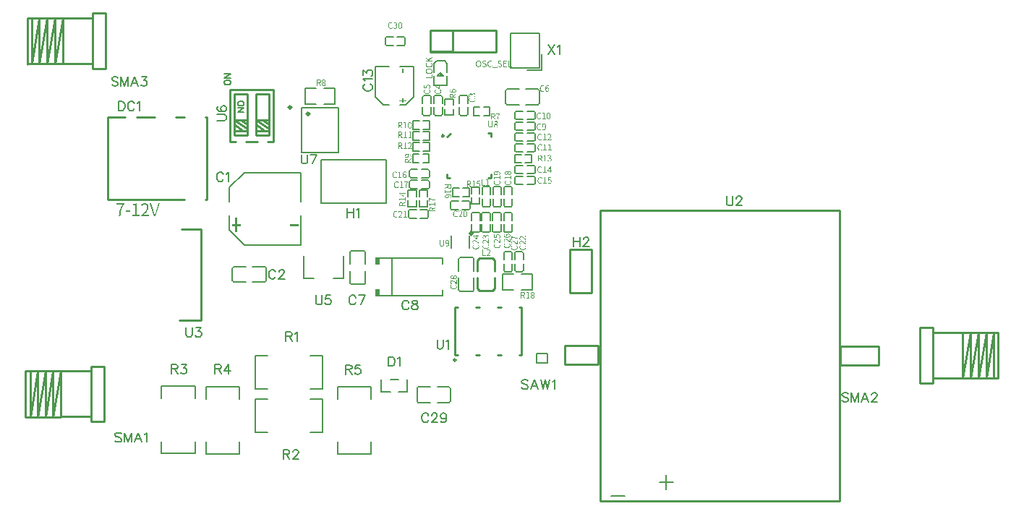
<source format=gto>
G04 Layer: TopSilkscreenLayer*
G04 EasyEDA v6.5.51, 2025-10-24 11:51:23*
G04 97615f8f373a41e584ce2743ba089a90,41e67a4a1722464fbd0118792d3d5ae6,10*
G04 Gerber Generator version 0.2*
G04 Scale: 100 percent, Rotated: No, Reflected: No *
G04 Dimensions in millimeters *
G04 leading zeros omitted , absolute positions ,4 integer and 5 decimal *
%FSLAX45Y45*%
%MOMM*%

%ADD10C,0.1524*%
%ADD11C,0.1270*%
%ADD12C,0.2032*%
%ADD13C,0.2540*%
%ADD14C,0.1500*%
%ADD15C,0.3000*%
%ADD16C,0.0184*%

%LPD*%
G36*
X447344Y-6014618D02*
G01*
X440690Y-6015024D01*
X434441Y-6016142D01*
X428701Y-6018022D01*
X423265Y-6020562D01*
X418185Y-6023711D01*
X413359Y-6027470D01*
X408686Y-6031738D01*
X404164Y-6036462D01*
X413816Y-6045606D01*
X417169Y-6041999D01*
X420674Y-6038697D01*
X424383Y-6035700D01*
X428294Y-6033109D01*
X432358Y-6030976D01*
X436575Y-6029401D01*
X440994Y-6028436D01*
X445566Y-6028080D01*
X452323Y-6028690D01*
X458114Y-6030417D01*
X462991Y-6033160D01*
X466902Y-6036868D01*
X469950Y-6041390D01*
X472084Y-6046622D01*
X473354Y-6052464D01*
X473760Y-6058814D01*
X473608Y-6062675D01*
X473151Y-6066637D01*
X472338Y-6070701D01*
X471220Y-6074816D01*
X469747Y-6078982D01*
X465785Y-6087719D01*
X460501Y-6096812D01*
X453745Y-6106363D01*
X445566Y-6116421D01*
X435965Y-6127038D01*
X424789Y-6138164D01*
X412140Y-6149949D01*
X405180Y-6156096D01*
X405180Y-6166002D01*
X497128Y-6166002D01*
X497128Y-6151778D01*
X448665Y-6151880D01*
X430072Y-6153048D01*
X440588Y-6142837D01*
X450240Y-6132880D01*
X459028Y-6123127D01*
X466851Y-6113475D01*
X473659Y-6104026D01*
X479399Y-6094679D01*
X481838Y-6090005D01*
X485749Y-6080810D01*
X487273Y-6076238D01*
X488492Y-6071666D01*
X489864Y-6062573D01*
X490016Y-6058052D01*
X489712Y-6051651D01*
X488696Y-6045657D01*
X487070Y-6040120D01*
X484835Y-6035040D01*
X481990Y-6030468D01*
X478586Y-6026404D01*
X474624Y-6022898D01*
X470154Y-6020003D01*
X465175Y-6017666D01*
X459689Y-6015990D01*
X453745Y-6014974D01*
G37*
G36*
X113080Y-6017158D02*
G01*
X113080Y-6031382D01*
X185978Y-6031382D01*
X179070Y-6041440D01*
X172923Y-6051448D01*
X167436Y-6061456D01*
X162661Y-6071565D01*
X158496Y-6081877D01*
X154889Y-6092393D01*
X151892Y-6103264D01*
X149402Y-6114592D01*
X147370Y-6126429D01*
X145796Y-6138926D01*
X144627Y-6152083D01*
X143814Y-6166002D01*
X161086Y-6166002D01*
X161848Y-6151880D01*
X162814Y-6138621D01*
X164084Y-6126124D01*
X165862Y-6114186D01*
X168097Y-6102756D01*
X170891Y-6091682D01*
X174447Y-6080912D01*
X178714Y-6070295D01*
X183845Y-6059779D01*
X189941Y-6049162D01*
X193344Y-6043777D01*
X201015Y-6032855D01*
X205282Y-6027318D01*
X205282Y-6017158D01*
G37*
G36*
X339648Y-6017158D02*
G01*
X333552Y-6020460D01*
X326593Y-6023254D01*
X318668Y-6025540D01*
X309676Y-6027318D01*
X309676Y-6038240D01*
X335838Y-6038240D01*
X335838Y-6152286D01*
X302564Y-6152286D01*
X302564Y-6166002D01*
X382574Y-6166002D01*
X382574Y-6152286D01*
X352348Y-6152286D01*
X352348Y-6017158D01*
G37*
G36*
X508050Y-6017158D02*
G01*
X555802Y-6166002D01*
X575106Y-6166002D01*
X622604Y-6017158D01*
X605586Y-6017158D01*
X568045Y-6142024D01*
X565962Y-6148476D01*
X565200Y-6148476D01*
X557784Y-6123940D01*
X550722Y-6099454D01*
X525576Y-6017158D01*
G37*
G36*
X224078Y-6102756D02*
G01*
X224078Y-6115710D01*
X275386Y-6115710D01*
X275386Y-6102756D01*
G37*
G36*
X4355338Y-4343908D02*
G01*
X4348734Y-4344568D01*
X4342739Y-4346549D01*
X4337405Y-4349750D01*
X4332884Y-4354118D01*
X4329176Y-4359554D01*
X4326382Y-4366107D01*
X4324705Y-4373575D01*
X4324096Y-4382008D01*
X4332732Y-4382008D01*
X4333138Y-4375302D01*
X4334357Y-4369257D01*
X4336288Y-4364024D01*
X4338878Y-4359605D01*
X4342180Y-4356049D01*
X4346041Y-4353407D01*
X4350410Y-4351832D01*
X4355338Y-4351274D01*
X4360316Y-4351832D01*
X4364786Y-4353407D01*
X4368698Y-4356049D01*
X4372000Y-4359605D01*
X4374642Y-4364024D01*
X4376572Y-4369257D01*
X4377791Y-4375302D01*
X4378198Y-4382008D01*
X4377791Y-4388916D01*
X4376572Y-4395063D01*
X4374642Y-4400448D01*
X4372000Y-4405020D01*
X4368698Y-4408627D01*
X4364786Y-4411319D01*
X4360316Y-4412945D01*
X4355338Y-4413504D01*
X4350410Y-4412945D01*
X4346041Y-4411319D01*
X4342180Y-4408627D01*
X4338878Y-4405020D01*
X4336288Y-4400448D01*
X4334357Y-4395063D01*
X4333138Y-4388916D01*
X4332732Y-4382008D01*
X4324096Y-4382008D01*
X4324705Y-4390542D01*
X4326382Y-4398162D01*
X4329176Y-4404817D01*
X4332884Y-4410405D01*
X4337405Y-4414875D01*
X4342739Y-4418177D01*
X4348734Y-4420158D01*
X4355338Y-4420870D01*
X4361992Y-4420158D01*
X4368088Y-4418177D01*
X4373473Y-4414875D01*
X4378045Y-4410405D01*
X4381754Y-4404817D01*
X4384497Y-4398162D01*
X4386224Y-4390542D01*
X4386834Y-4382008D01*
X4386224Y-4373575D01*
X4384497Y-4366107D01*
X4381754Y-4359554D01*
X4378045Y-4354118D01*
X4373473Y-4349750D01*
X4368088Y-4346549D01*
X4361992Y-4344568D01*
G37*
G36*
X4424426Y-4343908D02*
G01*
X4415231Y-4345330D01*
X4407916Y-4349343D01*
X4403090Y-4355490D01*
X4401312Y-4363212D01*
X4402734Y-4370374D01*
X4406341Y-4375708D01*
X4411268Y-4379518D01*
X4416552Y-4382262D01*
X4432198Y-4389374D01*
X4436262Y-4392015D01*
X4438954Y-4395673D01*
X4439920Y-4400804D01*
X4438802Y-4405985D01*
X4435602Y-4409998D01*
X4430471Y-4412589D01*
X4423664Y-4413504D01*
X4417822Y-4412843D01*
X4412284Y-4411014D01*
X4407255Y-4408017D01*
X4402836Y-4404106D01*
X4397756Y-4409948D01*
X4402988Y-4414418D01*
X4409084Y-4417872D01*
X4415993Y-4420108D01*
X4423664Y-4420870D01*
X4429099Y-4420463D01*
X4433976Y-4419244D01*
X4438243Y-4417364D01*
X4441850Y-4414824D01*
X4444695Y-4411776D01*
X4446828Y-4408220D01*
X4448098Y-4404309D01*
X4448556Y-4400042D01*
X4447336Y-4392879D01*
X4444034Y-4387494D01*
X4439107Y-4383379D01*
X4433062Y-4380230D01*
X4417974Y-4373626D01*
X4413961Y-4371086D01*
X4411065Y-4367580D01*
X4409948Y-4362704D01*
X4411014Y-4357928D01*
X4413961Y-4354322D01*
X4418533Y-4352036D01*
X4424426Y-4351274D01*
X4429455Y-4351782D01*
X4433874Y-4353204D01*
X4437837Y-4355439D01*
X4441444Y-4358386D01*
X4446016Y-4353052D01*
X4441748Y-4349394D01*
X4436668Y-4346498D01*
X4430826Y-4344568D01*
G37*
G36*
X4491736Y-4343908D02*
G01*
X4484928Y-4344568D01*
X4478680Y-4346600D01*
X4473092Y-4349851D01*
X4468317Y-4354271D01*
X4464405Y-4359808D01*
X4461459Y-4366412D01*
X4459630Y-4373981D01*
X4458970Y-4382516D01*
X4459579Y-4390999D01*
X4461408Y-4398568D01*
X4464253Y-4405122D01*
X4468114Y-4410659D01*
X4472787Y-4415028D01*
X4478274Y-4418228D01*
X4484370Y-4420209D01*
X4490974Y-4420870D01*
X4497781Y-4420158D01*
X4503775Y-4418126D01*
X4509058Y-4414774D01*
X4513580Y-4410202D01*
X4509008Y-4404868D01*
X4505248Y-4408576D01*
X4501083Y-4411268D01*
X4496562Y-4412945D01*
X4491482Y-4413504D01*
X4486249Y-4412945D01*
X4481525Y-4411319D01*
X4477461Y-4408627D01*
X4474006Y-4405020D01*
X4471263Y-4400499D01*
X4469282Y-4395165D01*
X4468012Y-4389069D01*
X4467606Y-4382262D01*
X4468063Y-4375454D01*
X4469333Y-4369358D01*
X4471416Y-4364075D01*
X4474260Y-4359605D01*
X4477715Y-4356049D01*
X4481880Y-4353458D01*
X4486554Y-4351832D01*
X4491736Y-4351274D01*
X4496409Y-4351782D01*
X4500524Y-4353204D01*
X4504131Y-4355439D01*
X4507230Y-4358386D01*
X4511802Y-4353052D01*
X4508093Y-4349597D01*
X4503470Y-4346651D01*
X4498035Y-4344670D01*
G37*
G36*
X4605528Y-4343908D02*
G01*
X4596384Y-4345330D01*
X4589170Y-4349343D01*
X4584395Y-4355490D01*
X4582668Y-4363212D01*
X4584039Y-4370374D01*
X4587595Y-4375708D01*
X4592421Y-4379518D01*
X4597654Y-4382262D01*
X4613554Y-4389374D01*
X4617618Y-4392015D01*
X4620310Y-4395673D01*
X4621276Y-4400804D01*
X4620107Y-4405985D01*
X4616805Y-4409998D01*
X4611624Y-4412589D01*
X4604766Y-4413504D01*
X4598924Y-4412843D01*
X4593386Y-4411014D01*
X4588357Y-4408017D01*
X4583938Y-4404106D01*
X4578858Y-4409948D01*
X4584090Y-4414418D01*
X4590186Y-4417872D01*
X4597095Y-4420108D01*
X4604766Y-4420870D01*
X4610201Y-4420463D01*
X4615078Y-4419244D01*
X4619345Y-4417364D01*
X4622952Y-4414824D01*
X4625797Y-4411776D01*
X4627930Y-4408220D01*
X4629200Y-4404309D01*
X4629658Y-4400042D01*
X4628438Y-4392879D01*
X4625136Y-4387494D01*
X4620209Y-4383379D01*
X4614164Y-4380230D01*
X4599178Y-4373626D01*
X4595164Y-4371086D01*
X4592218Y-4367580D01*
X4591050Y-4362704D01*
X4592116Y-4357928D01*
X4595063Y-4354322D01*
X4599635Y-4352036D01*
X4605528Y-4351274D01*
X4610608Y-4351782D01*
X4615129Y-4353204D01*
X4619193Y-4355439D01*
X4622800Y-4358386D01*
X4627118Y-4353052D01*
X4622850Y-4349394D01*
X4617770Y-4346498D01*
X4611928Y-4344568D01*
G37*
G36*
X4644644Y-4345178D02*
G01*
X4644644Y-4419600D01*
X4688078Y-4419600D01*
X4688078Y-4412488D01*
X4653026Y-4412488D01*
X4653026Y-4384040D01*
X4681474Y-4384040D01*
X4681474Y-4376928D01*
X4653026Y-4376928D01*
X4653026Y-4352290D01*
X4686808Y-4352290D01*
X4686808Y-4345178D01*
G37*
G36*
X4703826Y-4345178D02*
G01*
X4703826Y-4419600D01*
X4745228Y-4419600D01*
X4745228Y-4412488D01*
X4712208Y-4412488D01*
X4712208Y-4345178D01*
G37*
G36*
X4518660Y-4427728D02*
G01*
X4518660Y-4433570D01*
X4572762Y-4433570D01*
X4572762Y-4427728D01*
G37*
G36*
X5104638Y-4633315D02*
G01*
X5097830Y-4633976D01*
X5091633Y-4636008D01*
X5086096Y-4639259D01*
X5081320Y-4643678D01*
X5077460Y-4649216D01*
X5074564Y-4655820D01*
X5072735Y-4663389D01*
X5072126Y-4671923D01*
X5072735Y-4680407D01*
X5074513Y-4687976D01*
X5077358Y-4694529D01*
X5081168Y-4700066D01*
X5085842Y-4704435D01*
X5091277Y-4707636D01*
X5097424Y-4709617D01*
X5104130Y-4710277D01*
X5110886Y-4709566D01*
X5116830Y-4707534D01*
X5122062Y-4704181D01*
X5126736Y-4699609D01*
X5121910Y-4694275D01*
X5118150Y-4697984D01*
X5114086Y-4700676D01*
X5109514Y-4702352D01*
X5104384Y-4702911D01*
X5099202Y-4702352D01*
X5094579Y-4700727D01*
X5090515Y-4698034D01*
X5087112Y-4694428D01*
X5084419Y-4689906D01*
X5082387Y-4684572D01*
X5081168Y-4678476D01*
X5080762Y-4671669D01*
X5081168Y-4664862D01*
X5082438Y-4658817D01*
X5084470Y-4653483D01*
X5087264Y-4649012D01*
X5090718Y-4645456D01*
X5094782Y-4642866D01*
X5099456Y-4641240D01*
X5104638Y-4640681D01*
X5109311Y-4641189D01*
X5113426Y-4642612D01*
X5117033Y-4644847D01*
X5120132Y-4647793D01*
X5124958Y-4642459D01*
X5121249Y-4639005D01*
X5116576Y-4636058D01*
X5111038Y-4634077D01*
G37*
G36*
X5163566Y-4633315D02*
G01*
X5158282Y-4633823D01*
X5153253Y-4635500D01*
X5148630Y-4638344D01*
X5144516Y-4642459D01*
X5141061Y-4647996D01*
X5138420Y-4654956D01*
X5136692Y-4663490D01*
X5136134Y-4673701D01*
X5136421Y-4679035D01*
X5144262Y-4679035D01*
X5148173Y-4674514D01*
X5152186Y-4671415D01*
X5156200Y-4669688D01*
X5160010Y-4669129D01*
X5166156Y-4670348D01*
X5170474Y-4673854D01*
X5173116Y-4679188D01*
X5173980Y-4686147D01*
X5172913Y-4693259D01*
X5170119Y-4698796D01*
X5165902Y-4702403D01*
X5160772Y-4703673D01*
X5154117Y-4702048D01*
X5149138Y-4697272D01*
X5145836Y-4689551D01*
X5144262Y-4679035D01*
X5136421Y-4679035D01*
X5136591Y-4682185D01*
X5137962Y-4689602D01*
X5140147Y-4695901D01*
X5143093Y-4701032D01*
X5146700Y-4705045D01*
X5150916Y-4707940D01*
X5155590Y-4709718D01*
X5160772Y-4710277D01*
X5164937Y-4709820D01*
X5168849Y-4708550D01*
X5172456Y-4706467D01*
X5175554Y-4703622D01*
X5178196Y-4700168D01*
X5180126Y-4696053D01*
X5181396Y-4691329D01*
X5181854Y-4686147D01*
X5181447Y-4680762D01*
X5180380Y-4676089D01*
X5178602Y-4672126D01*
X5176215Y-4668875D01*
X5173218Y-4666335D01*
X5169712Y-4664506D01*
X5165699Y-4663389D01*
X5161280Y-4663033D01*
X5156657Y-4663643D01*
X5152136Y-4665370D01*
X5147868Y-4668164D01*
X5144008Y-4671923D01*
X5144566Y-4663795D01*
X5145836Y-4656988D01*
X5147716Y-4651502D01*
X5150154Y-4647184D01*
X5153101Y-4643983D01*
X5156403Y-4641799D01*
X5159959Y-4640580D01*
X5163820Y-4640173D01*
X5167071Y-4640580D01*
X5170220Y-4641748D01*
X5173218Y-4643628D01*
X5175758Y-4646015D01*
X5180330Y-4640681D01*
X5177028Y-4637735D01*
X5173167Y-4635398D01*
X5168696Y-4633874D01*
G37*
G36*
X4082186Y-6858812D02*
G01*
X4075379Y-6859879D01*
X4070045Y-6862673D01*
X4065879Y-6866636D01*
X4062628Y-6871258D01*
X4062120Y-6871258D01*
X4059021Y-6867906D01*
X4054856Y-6864705D01*
X4049776Y-6862318D01*
X4044086Y-6861352D01*
X4036212Y-6862724D01*
X4030065Y-6866737D01*
X4026001Y-6873036D01*
X4024572Y-6881672D01*
X4030878Y-6881672D01*
X4031996Y-6876084D01*
X4034891Y-6871919D01*
X4039260Y-6869379D01*
X4044594Y-6868464D01*
X4048760Y-6868972D01*
X4052722Y-6870547D01*
X4056430Y-6873087D01*
X4059834Y-6876592D01*
X4057192Y-6883044D01*
X4054757Y-6887006D01*
X4063390Y-6887006D01*
X4066692Y-6879234D01*
X4070400Y-6872731D01*
X4075277Y-6868312D01*
X4081932Y-6866686D01*
X4087215Y-6867753D01*
X4091432Y-6870750D01*
X4094175Y-6875475D01*
X4095140Y-6881672D01*
X4094073Y-6888022D01*
X4091076Y-6893102D01*
X4086606Y-6896455D01*
X4080916Y-6897674D01*
X4075684Y-6896912D01*
X4070959Y-6894728D01*
X4066844Y-6891375D01*
X4063390Y-6887006D01*
X4054757Y-6887006D01*
X4053789Y-6888581D01*
X4049318Y-6892442D01*
X4043324Y-6893864D01*
X4038295Y-6892950D01*
X4034383Y-6890461D01*
X4031792Y-6886600D01*
X4030878Y-6881672D01*
X4024572Y-6881672D01*
X4025900Y-6889394D01*
X4029760Y-6895744D01*
X4035704Y-6899960D01*
X4043324Y-6901484D01*
X4048810Y-6900672D01*
X4053484Y-6898487D01*
X4057294Y-6895287D01*
X4060342Y-6891324D01*
X4060850Y-6891324D01*
X4064203Y-6896404D01*
X4068775Y-6900875D01*
X4074566Y-6904075D01*
X4081424Y-6905294D01*
X4085590Y-6904837D01*
X4089349Y-6903516D01*
X4092752Y-6901434D01*
X4095648Y-6898640D01*
X4097985Y-6895185D01*
X4099763Y-6891172D01*
X4100880Y-6886651D01*
X4101236Y-6881672D01*
X4099763Y-6872325D01*
X4095750Y-6865112D01*
X4089704Y-6860438D01*
G37*
G36*
X4092854Y-6914946D02*
G01*
X4092905Y-6939280D01*
X4093362Y-6948474D01*
X4087063Y-6942023D01*
X4080916Y-6936181D01*
X4074922Y-6931050D01*
X4068978Y-6926732D01*
X4063187Y-6923227D01*
X4057446Y-6920636D01*
X4051757Y-6919061D01*
X4046118Y-6918502D01*
X4041394Y-6918858D01*
X4037177Y-6919975D01*
X4033418Y-6921753D01*
X4030268Y-6924243D01*
X4027728Y-6927291D01*
X4025849Y-6930948D01*
X4024680Y-6935114D01*
X4024274Y-6939838D01*
X4025087Y-6946341D01*
X4027271Y-6951980D01*
X4030726Y-6956907D01*
X4035196Y-6961428D01*
X4039768Y-6956602D01*
X4036364Y-6953199D01*
X4033520Y-6949389D01*
X4031589Y-6945274D01*
X4030878Y-6940854D01*
X4032046Y-6934555D01*
X4035298Y-6930136D01*
X4040225Y-6927494D01*
X4046372Y-6926630D01*
X4051350Y-6927138D01*
X4056532Y-6928662D01*
X4062018Y-6931253D01*
X4067810Y-6934911D01*
X4073956Y-6939686D01*
X4080459Y-6945579D01*
X4087469Y-6952691D01*
X4094886Y-6960920D01*
X4099966Y-6960920D01*
X4099966Y-6914946D01*
G37*
G36*
X4090568Y-6969302D02*
G01*
X4085234Y-6974128D01*
X4088942Y-6977888D01*
X4091686Y-6981952D01*
X4093311Y-6986473D01*
X4093870Y-6991654D01*
X4093311Y-6996836D01*
X4091686Y-7001459D01*
X4089044Y-7005472D01*
X4085437Y-7008875D01*
X4080916Y-7011619D01*
X4075582Y-7013651D01*
X4069486Y-7014870D01*
X4062628Y-7015276D01*
X4055872Y-7014870D01*
X4049776Y-7013600D01*
X4044492Y-7011568D01*
X4040022Y-7008774D01*
X4036466Y-7005320D01*
X4033824Y-7001256D01*
X4032199Y-6996582D01*
X4031640Y-6991400D01*
X4032148Y-6986727D01*
X4033621Y-6982612D01*
X4035856Y-6979005D01*
X4038752Y-6975906D01*
X4033418Y-6971080D01*
X4029964Y-6974789D01*
X4027068Y-6979412D01*
X4025036Y-6985000D01*
X4024274Y-6991400D01*
X4024985Y-6998208D01*
X4026966Y-7004405D01*
X4030218Y-7009942D01*
X4034637Y-7014718D01*
X4040174Y-7018578D01*
X4046778Y-7021474D01*
X4054398Y-7023303D01*
X4062882Y-7023912D01*
X4071416Y-7023303D01*
X4078986Y-7021525D01*
X4085539Y-7018680D01*
X4091025Y-7014870D01*
X4095394Y-7010196D01*
X4098645Y-7004761D01*
X4100576Y-6998614D01*
X4101236Y-6991908D01*
X4100576Y-6985152D01*
X4098493Y-6979158D01*
X4095140Y-6973925D01*
G37*
G36*
X4470247Y-6554317D02*
G01*
X4463745Y-6555079D01*
X4458106Y-6557264D01*
X4453077Y-6560718D01*
X4448403Y-6565239D01*
X4453483Y-6569811D01*
X4456836Y-6566357D01*
X4460595Y-6563512D01*
X4464761Y-6561632D01*
X4469231Y-6560921D01*
X4475530Y-6562090D01*
X4479950Y-6565290D01*
X4482592Y-6570218D01*
X4483455Y-6576415D01*
X4482947Y-6581343D01*
X4481423Y-6586524D01*
X4478832Y-6592011D01*
X4475124Y-6597802D01*
X4470349Y-6603949D01*
X4464405Y-6610451D01*
X4457242Y-6617462D01*
X4448911Y-6624929D01*
X4448911Y-6630009D01*
X4495139Y-6630009D01*
X4495139Y-6622897D01*
X4470857Y-6622897D01*
X4461611Y-6623405D01*
X4468063Y-6617106D01*
X4473905Y-6610908D01*
X4479036Y-6604914D01*
X4483354Y-6599021D01*
X4486859Y-6593179D01*
X4489450Y-6587439D01*
X4491024Y-6581800D01*
X4491583Y-6576161D01*
X4491228Y-6571386D01*
X4490110Y-6567170D01*
X4488332Y-6563410D01*
X4485894Y-6560261D01*
X4482795Y-6557721D01*
X4479188Y-6555841D01*
X4474972Y-6554673D01*
G37*
G36*
X4400397Y-6555587D02*
G01*
X4400397Y-6630009D01*
X4441799Y-6630009D01*
X4441799Y-6622897D01*
X4408779Y-6622897D01*
X4408779Y-6555587D01*
G37*
G36*
X2542082Y-4564278D02*
G01*
X2534158Y-4565650D01*
X2527757Y-4569510D01*
X2523540Y-4575454D01*
X2522016Y-4583074D01*
X2529636Y-4583074D01*
X2530551Y-4578045D01*
X2533091Y-4574133D01*
X2536952Y-4571542D01*
X2541828Y-4570628D01*
X2547467Y-4571746D01*
X2551582Y-4574743D01*
X2554173Y-4579112D01*
X2555036Y-4584344D01*
X2554528Y-4588611D01*
X2553004Y-4592574D01*
X2550464Y-4596333D01*
X2546908Y-4599838D01*
X2540457Y-4597044D01*
X2534970Y-4593691D01*
X2531110Y-4589170D01*
X2529636Y-4583074D01*
X2522016Y-4583074D01*
X2522829Y-4588560D01*
X2525014Y-4593234D01*
X2528265Y-4597146D01*
X2532176Y-4600346D01*
X2532176Y-4600600D01*
X2527096Y-4604054D01*
X2522626Y-4608677D01*
X2519426Y-4614468D01*
X2518340Y-4620666D01*
X2525826Y-4620666D01*
X2526639Y-4615434D01*
X2528773Y-4610709D01*
X2532176Y-4606696D01*
X2536494Y-4603394D01*
X2544318Y-4606645D01*
X2550769Y-4610404D01*
X2555189Y-4615281D01*
X2556814Y-4621936D01*
X2555798Y-4627067D01*
X2552750Y-4631182D01*
X2548026Y-4633925D01*
X2541828Y-4634890D01*
X2535478Y-4633823D01*
X2530398Y-4630826D01*
X2527046Y-4626356D01*
X2525826Y-4620666D01*
X2518340Y-4620666D01*
X2518206Y-4621428D01*
X2518664Y-4625594D01*
X2519984Y-4629353D01*
X2522067Y-4632756D01*
X2524912Y-4635652D01*
X2528366Y-4637989D01*
X2532380Y-4639767D01*
X2536901Y-4640884D01*
X2541828Y-4641240D01*
X2551226Y-4639767D01*
X2558440Y-4635754D01*
X2563063Y-4629708D01*
X2564688Y-4622190D01*
X2563672Y-4615383D01*
X2560878Y-4610049D01*
X2556865Y-4605883D01*
X2552242Y-4602632D01*
X2552242Y-4602124D01*
X2555646Y-4598873D01*
X2558846Y-4594656D01*
X2561234Y-4589627D01*
X2562148Y-4584090D01*
X2560777Y-4576216D01*
X2556814Y-4569917D01*
X2550464Y-4565802D01*
G37*
G36*
X2460294Y-4565548D02*
G01*
X2460294Y-4572406D01*
X2481884Y-4572406D01*
X2489809Y-4573117D01*
X2495651Y-4575454D01*
X2499207Y-4579721D01*
X2500426Y-4586122D01*
X2499207Y-4592624D01*
X2495651Y-4597247D01*
X2489809Y-4599990D01*
X2481884Y-4600854D01*
X2468676Y-4600854D01*
X2468676Y-4572406D01*
X2460294Y-4572406D01*
X2460294Y-4639970D01*
X2468676Y-4639970D01*
X2468676Y-4607712D01*
X2482646Y-4607712D01*
X2501188Y-4639970D01*
X2510840Y-4639970D01*
X2491536Y-4606950D01*
X2498648Y-4604410D01*
X2504084Y-4600092D01*
X2507589Y-4593996D01*
X2508808Y-4586122D01*
X2508351Y-4580890D01*
X2506929Y-4576521D01*
X2504643Y-4572914D01*
X2501595Y-4570120D01*
X2497886Y-4568037D01*
X2493518Y-4566615D01*
X2488590Y-4565802D01*
X2483154Y-4565548D01*
G37*
G36*
X4987798Y-7054545D02*
G01*
X4979873Y-7055916D01*
X4973472Y-7059726D01*
X4969256Y-7065670D01*
X4967732Y-7073341D01*
X4975352Y-7073341D01*
X4976317Y-7068261D01*
X4978908Y-7064349D01*
X4982870Y-7061809D01*
X4987798Y-7060895D01*
X4993233Y-7061962D01*
X4997348Y-7064908D01*
X4999888Y-7069226D01*
X5000752Y-7074611D01*
X5000244Y-7078725D01*
X4998720Y-7082688D01*
X4996129Y-7086447D01*
X4992624Y-7089851D01*
X4986172Y-7087158D01*
X4980686Y-7083806D01*
X4976825Y-7079335D01*
X4975352Y-7073341D01*
X4967732Y-7073341D01*
X4968595Y-7078827D01*
X4970830Y-7083450D01*
X4974082Y-7087311D01*
X4977892Y-7090359D01*
X4977892Y-7090867D01*
X4972812Y-7094169D01*
X4968341Y-7098792D01*
X4965141Y-7104532D01*
X4964011Y-7110933D01*
X4971542Y-7110933D01*
X4972354Y-7105650D01*
X4974590Y-7100925D01*
X4977993Y-7096810D01*
X4982210Y-7093407D01*
X4989982Y-7096658D01*
X4996484Y-7100366D01*
X5000904Y-7105243D01*
X5002530Y-7111949D01*
X5001463Y-7117232D01*
X4998516Y-7121398D01*
X4993843Y-7124141D01*
X4987798Y-7125157D01*
X4981295Y-7124090D01*
X4976164Y-7121093D01*
X4972761Y-7116572D01*
X4971542Y-7110933D01*
X4964011Y-7110933D01*
X4963922Y-7111441D01*
X4965750Y-7119366D01*
X4970678Y-7125614D01*
X4978196Y-7129780D01*
X4987544Y-7131253D01*
X4996942Y-7129780D01*
X5004257Y-7125716D01*
X5008981Y-7119670D01*
X5010658Y-7112203D01*
X5009591Y-7105396D01*
X5006797Y-7100062D01*
X5002733Y-7095896D01*
X4997958Y-7092645D01*
X4997958Y-7092137D01*
X5001361Y-7089038D01*
X5004663Y-7084822D01*
X5007152Y-7079792D01*
X5008118Y-7074103D01*
X5006746Y-7066229D01*
X5002733Y-7060031D01*
X4996332Y-7055967D01*
G37*
G36*
X4850384Y-7055561D02*
G01*
X4850384Y-7062419D01*
X4871720Y-7062419D01*
X4879644Y-7063130D01*
X4885486Y-7065467D01*
X4889042Y-7069683D01*
X4890262Y-7076135D01*
X4889042Y-7082739D01*
X4885486Y-7087311D01*
X4879644Y-7090003D01*
X4871720Y-7090867D01*
X4858766Y-7090867D01*
X4858766Y-7062419D01*
X4850384Y-7062419D01*
X4850384Y-7129983D01*
X4858766Y-7129983D01*
X4858766Y-7097979D01*
X4872736Y-7097979D01*
X4891278Y-7129983D01*
X4900676Y-7129983D01*
X4881626Y-7096963D01*
X4888738Y-7094372D01*
X4894173Y-7090054D01*
X4897678Y-7084009D01*
X4898898Y-7076135D01*
X4898440Y-7070852D01*
X4897018Y-7066483D01*
X4894732Y-7062927D01*
X4891684Y-7060133D01*
X4887874Y-7058050D01*
X4883454Y-7056628D01*
X4878476Y-7055815D01*
X4872990Y-7055561D01*
G37*
G36*
X4931410Y-7055561D02*
G01*
X4928260Y-7057186D01*
X4924755Y-7058558D01*
X4920792Y-7059726D01*
X4916170Y-7060641D01*
X4916170Y-7065975D01*
X4929378Y-7065975D01*
X4929378Y-7123125D01*
X4912614Y-7123125D01*
X4912614Y-7129983D01*
X4952746Y-7129983D01*
X4952746Y-7123125D01*
X4937506Y-7123125D01*
X4937506Y-7055561D01*
G37*
G36*
X4558233Y-5052720D02*
G01*
X4550257Y-5054092D01*
X4543907Y-5057952D01*
X4539691Y-5063845D01*
X4538167Y-5071516D01*
X4545787Y-5071516D01*
X4546701Y-5066487D01*
X4549343Y-5062524D01*
X4553254Y-5059984D01*
X4558233Y-5059070D01*
X4563668Y-5060137D01*
X4567732Y-5063083D01*
X4570272Y-5067452D01*
X4571187Y-5072786D01*
X4570628Y-5076901D01*
X4569104Y-5080863D01*
X4566564Y-5084622D01*
X4563059Y-5088026D01*
X4556607Y-5085334D01*
X4551070Y-5081981D01*
X4547209Y-5077510D01*
X4545787Y-5071516D01*
X4538167Y-5071516D01*
X4538980Y-5077002D01*
X4541215Y-5081625D01*
X4544466Y-5085486D01*
X4548327Y-5088534D01*
X4548327Y-5089042D01*
X4543247Y-5092344D01*
X4538776Y-5096967D01*
X4535576Y-5102707D01*
X4534446Y-5109108D01*
X4541977Y-5109108D01*
X4542790Y-5103825D01*
X4545025Y-5099100D01*
X4548378Y-5094986D01*
X4552645Y-5091582D01*
X4560417Y-5094833D01*
X4566869Y-5098592D01*
X4571288Y-5103418D01*
X4572965Y-5110124D01*
X4571898Y-5115407D01*
X4568901Y-5119573D01*
X4564278Y-5122367D01*
X4558233Y-5123332D01*
X4551730Y-5122265D01*
X4546549Y-5119268D01*
X4543196Y-5114747D01*
X4541977Y-5109108D01*
X4534446Y-5109108D01*
X4534357Y-5109616D01*
X4536135Y-5117541D01*
X4541113Y-5123789D01*
X4548581Y-5127955D01*
X4557979Y-5129428D01*
X4567377Y-5127955D01*
X4574641Y-5123891D01*
X4579416Y-5117846D01*
X4581093Y-5110378D01*
X4580026Y-5103571D01*
X4577181Y-5098237D01*
X4573168Y-5094071D01*
X4568393Y-5090820D01*
X4568393Y-5090312D01*
X4571796Y-5087213D01*
X4575098Y-5082997D01*
X4577537Y-5077968D01*
X4578553Y-5072278D01*
X4577130Y-5064404D01*
X4573117Y-5058206D01*
X4566767Y-5054193D01*
G37*
G36*
X4467301Y-5053736D02*
G01*
X4467301Y-5097932D01*
X4467809Y-5106060D01*
X4469333Y-5112816D01*
X4471720Y-5118303D01*
X4474921Y-5122519D01*
X4478782Y-5125669D01*
X4483252Y-5127853D01*
X4488180Y-5129022D01*
X4493463Y-5129428D01*
X4498797Y-5129022D01*
X4503775Y-5127853D01*
X4508296Y-5125669D01*
X4512157Y-5122519D01*
X4515408Y-5118303D01*
X4517796Y-5112816D01*
X4519320Y-5106060D01*
X4519879Y-5097932D01*
X4519879Y-5053736D01*
X4511751Y-5053736D01*
X4511751Y-5098186D01*
X4511344Y-5104485D01*
X4510328Y-5109616D01*
X4508601Y-5113782D01*
X4506417Y-5116982D01*
X4503674Y-5119319D01*
X4500575Y-5120894D01*
X4497171Y-5121808D01*
X4493463Y-5122062D01*
X4486503Y-5120894D01*
X4480864Y-5116982D01*
X4477054Y-5109616D01*
X4475683Y-5098186D01*
X4475683Y-5053736D01*
G37*
G36*
X3988257Y-6444284D02*
G01*
X3984091Y-6444742D01*
X3980179Y-6446012D01*
X3976573Y-6448094D01*
X3973474Y-6450888D01*
X3970832Y-6454343D01*
X3968902Y-6458407D01*
X3967632Y-6463030D01*
X3967175Y-6468160D01*
X3975303Y-6468160D01*
X3976319Y-6461150D01*
X3979062Y-6455714D01*
X3983126Y-6452158D01*
X3988257Y-6450888D01*
X3994912Y-6452463D01*
X3999992Y-6457188D01*
X4003395Y-6464808D01*
X4005021Y-6475272D01*
X4001109Y-6479844D01*
X3997045Y-6482994D01*
X3992981Y-6484823D01*
X3989019Y-6485432D01*
X3982923Y-6484213D01*
X3978656Y-6480708D01*
X3976166Y-6475272D01*
X3975303Y-6468160D01*
X3967175Y-6468160D01*
X3967581Y-6473596D01*
X3968648Y-6478320D01*
X3970426Y-6482334D01*
X3972763Y-6485636D01*
X3975709Y-6488226D01*
X3979214Y-6490055D01*
X3983126Y-6491173D01*
X3987495Y-6491528D01*
X3992372Y-6490868D01*
X3997045Y-6489039D01*
X4001312Y-6486042D01*
X4005021Y-6482130D01*
X4004411Y-6490462D01*
X4003090Y-6497370D01*
X4001211Y-6502958D01*
X3998874Y-6507327D01*
X3996080Y-6510528D01*
X3992930Y-6512712D01*
X3989527Y-6513982D01*
X3985971Y-6514388D01*
X3982415Y-6513982D01*
X3979062Y-6512915D01*
X3976014Y-6511086D01*
X3973271Y-6508546D01*
X3968699Y-6513880D01*
X3972051Y-6516827D01*
X3976065Y-6519164D01*
X3980738Y-6520688D01*
X3986225Y-6521246D01*
X3991305Y-6520688D01*
X3996182Y-6518960D01*
X4000703Y-6516014D01*
X4004716Y-6511696D01*
X4008069Y-6506006D01*
X4010660Y-6498742D01*
X4012336Y-6489903D01*
X4012895Y-6479336D01*
X4012437Y-6471107D01*
X4011066Y-6463995D01*
X4008882Y-6457950D01*
X4005935Y-6453022D01*
X4002328Y-6449212D01*
X3998112Y-6446469D01*
X3993438Y-6444843D01*
G37*
G36*
X3900119Y-6445554D02*
G01*
X3900119Y-6489750D01*
X3900678Y-6497878D01*
X3902201Y-6504635D01*
X3904589Y-6510070D01*
X3907790Y-6514338D01*
X3911650Y-6517487D01*
X3916121Y-6519621D01*
X3920998Y-6520840D01*
X3926281Y-6521246D01*
X3931665Y-6520840D01*
X3936644Y-6519621D01*
X3941114Y-6517487D01*
X3945026Y-6514338D01*
X3948226Y-6510070D01*
X3950665Y-6504635D01*
X3952189Y-6497878D01*
X3952697Y-6489750D01*
X3952697Y-6445554D01*
X3944569Y-6445554D01*
X3944569Y-6490004D01*
X3944213Y-6496253D01*
X3943146Y-6501434D01*
X3941470Y-6505600D01*
X3939235Y-6508800D01*
X3936542Y-6511137D01*
X3933444Y-6512712D01*
X3929989Y-6513576D01*
X3926281Y-6513880D01*
X3919321Y-6512712D01*
X3913682Y-6508800D01*
X3909923Y-6501434D01*
X3908501Y-6490004D01*
X3908501Y-6445554D01*
G37*
G36*
X5185765Y-5451551D02*
G01*
X5179669Y-5452262D01*
X5174335Y-5454091D01*
X5169509Y-5456834D01*
X5165191Y-5460187D01*
X5169763Y-5465775D01*
X5173167Y-5462828D01*
X5176977Y-5460441D01*
X5181092Y-5458866D01*
X5185511Y-5458155D01*
X5190845Y-5459171D01*
X5194909Y-5461711D01*
X5197551Y-5465622D01*
X5198465Y-5470601D01*
X5197398Y-5476443D01*
X5193842Y-5481116D01*
X5187391Y-5484215D01*
X5177637Y-5485333D01*
X5177637Y-5491683D01*
X5188559Y-5492851D01*
X5195773Y-5496001D01*
X5199786Y-5500928D01*
X5201005Y-5507177D01*
X5199837Y-5513222D01*
X5196687Y-5517794D01*
X5191760Y-5520690D01*
X5185511Y-5521655D01*
X5179415Y-5520994D01*
X5174386Y-5519064D01*
X5170220Y-5516321D01*
X5166715Y-5513019D01*
X5162397Y-5518353D01*
X5166512Y-5522214D01*
X5171694Y-5525465D01*
X5178145Y-5527700D01*
X5186019Y-5528513D01*
X5190744Y-5528157D01*
X5195112Y-5527090D01*
X5199075Y-5525363D01*
X5202529Y-5522925D01*
X5205374Y-5519928D01*
X5207558Y-5516321D01*
X5208879Y-5512155D01*
X5209387Y-5507431D01*
X5208117Y-5500471D01*
X5204714Y-5494883D01*
X5199735Y-5490819D01*
X5193639Y-5488381D01*
X5193639Y-5488127D01*
X5199024Y-5485333D01*
X5203190Y-5481370D01*
X5205882Y-5476240D01*
X5206847Y-5469839D01*
X5205272Y-5462066D01*
X5200853Y-5456326D01*
X5194198Y-5452770D01*
G37*
G36*
X5050383Y-5452821D02*
G01*
X5050383Y-5459679D01*
X5071719Y-5459679D01*
X5079644Y-5460441D01*
X5085435Y-5462727D01*
X5089042Y-5466994D01*
X5090261Y-5473395D01*
X5089042Y-5479999D01*
X5085435Y-5484571D01*
X5079644Y-5487263D01*
X5071719Y-5488127D01*
X5058765Y-5488127D01*
X5058765Y-5459679D01*
X5050383Y-5459679D01*
X5050383Y-5527243D01*
X5058765Y-5527243D01*
X5058765Y-5495239D01*
X5072735Y-5495239D01*
X5091277Y-5527243D01*
X5100675Y-5527243D01*
X5081625Y-5494223D01*
X5088686Y-5491683D01*
X5094173Y-5487365D01*
X5097627Y-5481269D01*
X5098897Y-5473395D01*
X5098389Y-5468162D01*
X5096967Y-5463794D01*
X5094681Y-5460187D01*
X5091633Y-5457393D01*
X5087874Y-5455310D01*
X5083454Y-5453938D01*
X5078476Y-5453126D01*
X5072989Y-5452821D01*
G37*
G36*
X5131409Y-5452821D02*
G01*
X5128209Y-5454446D01*
X5124704Y-5455869D01*
X5120741Y-5457037D01*
X5116169Y-5457901D01*
X5116169Y-5463235D01*
X5129377Y-5463235D01*
X5129377Y-5520385D01*
X5112613Y-5520385D01*
X5112613Y-5527243D01*
X5152745Y-5527243D01*
X5152745Y-5520385D01*
X5137505Y-5520385D01*
X5137505Y-5452821D01*
G37*
G36*
X5068570Y-5081574D02*
G01*
X5061762Y-5082235D01*
X5055565Y-5084267D01*
X5050028Y-5087518D01*
X5045252Y-5091938D01*
X5041392Y-5097475D01*
X5038496Y-5104079D01*
X5036667Y-5111648D01*
X5036058Y-5120182D01*
X5036667Y-5128666D01*
X5038445Y-5136235D01*
X5041290Y-5142788D01*
X5045100Y-5148326D01*
X5049774Y-5152694D01*
X5055209Y-5155895D01*
X5061356Y-5157876D01*
X5068062Y-5158536D01*
X5074818Y-5157825D01*
X5080762Y-5155793D01*
X5085994Y-5152440D01*
X5090668Y-5147868D01*
X5085842Y-5142534D01*
X5082082Y-5146243D01*
X5078018Y-5148935D01*
X5073446Y-5150612D01*
X5068316Y-5151170D01*
X5063134Y-5150612D01*
X5058511Y-5148986D01*
X5054447Y-5146294D01*
X5051044Y-5142687D01*
X5048351Y-5138166D01*
X5046319Y-5132832D01*
X5045100Y-5126736D01*
X5044694Y-5119928D01*
X5045100Y-5113121D01*
X5046370Y-5107025D01*
X5048402Y-5101742D01*
X5051196Y-5097272D01*
X5054650Y-5093716D01*
X5058714Y-5091125D01*
X5063388Y-5089499D01*
X5068570Y-5088940D01*
X5073243Y-5089448D01*
X5077358Y-5090871D01*
X5080965Y-5093106D01*
X5084064Y-5096052D01*
X5088890Y-5090718D01*
X5085181Y-5087264D01*
X5080508Y-5084318D01*
X5074970Y-5082336D01*
G37*
G36*
X5119878Y-5081574D02*
G01*
X5115712Y-5082032D01*
X5111800Y-5083302D01*
X5108244Y-5085384D01*
X5105146Y-5088178D01*
X5102606Y-5091633D01*
X5100675Y-5095697D01*
X5099456Y-5100320D01*
X5099050Y-5105450D01*
X5106924Y-5105450D01*
X5107889Y-5098440D01*
X5110632Y-5093004D01*
X5114747Y-5089448D01*
X5119878Y-5088178D01*
X5126634Y-5089753D01*
X5131663Y-5094478D01*
X5135016Y-5102098D01*
X5136642Y-5112562D01*
X5132679Y-5117134D01*
X5128615Y-5120284D01*
X5124551Y-5122113D01*
X5120640Y-5122722D01*
X5114544Y-5121503D01*
X5110226Y-5117998D01*
X5107736Y-5112562D01*
X5106924Y-5105450D01*
X5099050Y-5105450D01*
X5099405Y-5110886D01*
X5100472Y-5115661D01*
X5102199Y-5119674D01*
X5104536Y-5122926D01*
X5107482Y-5125516D01*
X5110937Y-5127345D01*
X5114899Y-5128463D01*
X5119370Y-5128818D01*
X5124094Y-5128158D01*
X5128666Y-5126329D01*
X5132882Y-5123332D01*
X5136642Y-5119420D01*
X5136083Y-5127752D01*
X5134813Y-5134660D01*
X5132984Y-5140248D01*
X5130647Y-5144617D01*
X5127802Y-5147818D01*
X5124653Y-5150053D01*
X5121198Y-5151272D01*
X5117592Y-5151678D01*
X5114036Y-5151323D01*
X5110683Y-5150205D01*
X5107686Y-5148376D01*
X5105146Y-5145836D01*
X5100320Y-5151170D01*
X5103672Y-5154168D01*
X5107635Y-5156454D01*
X5112359Y-5157978D01*
X5117846Y-5158536D01*
X5122926Y-5157978D01*
X5127802Y-5156250D01*
X5132324Y-5153304D01*
X5136286Y-5149037D01*
X5139690Y-5143296D01*
X5142280Y-5136032D01*
X5143906Y-5127193D01*
X5144516Y-5116626D01*
X5144008Y-5108397D01*
X5142636Y-5101285D01*
X5140452Y-5095290D01*
X5137505Y-5090312D01*
X5133898Y-5086502D01*
X5129733Y-5083759D01*
X5125008Y-5082133D01*
G37*
G36*
X5065877Y-4954270D02*
G01*
X5059070Y-4954930D01*
X5052872Y-4956962D01*
X5047335Y-4960213D01*
X5042560Y-4964633D01*
X5038699Y-4970170D01*
X5035804Y-4976774D01*
X5033975Y-4984394D01*
X5033365Y-4992878D01*
X5033975Y-5001361D01*
X5035753Y-5008930D01*
X5038598Y-5015534D01*
X5042408Y-5021021D01*
X5047081Y-5025390D01*
X5052517Y-5028590D01*
X5058664Y-5030571D01*
X5065369Y-5031232D01*
X5072126Y-5030520D01*
X5078069Y-5028488D01*
X5083302Y-5025136D01*
X5087975Y-5020564D01*
X5083149Y-5015230D01*
X5079390Y-5018938D01*
X5075326Y-5021630D01*
X5070754Y-5023307D01*
X5065623Y-5023866D01*
X5060442Y-5023307D01*
X5055819Y-5021681D01*
X5051755Y-5018989D01*
X5048351Y-5015382D01*
X5045659Y-5010861D01*
X5043627Y-5005527D01*
X5042408Y-4999431D01*
X5042001Y-4992624D01*
X5042408Y-4985816D01*
X5043678Y-4979771D01*
X5045710Y-4974437D01*
X5048504Y-4969967D01*
X5051958Y-4966411D01*
X5056022Y-4963820D01*
X5060696Y-4962194D01*
X5065877Y-4961636D01*
X5070551Y-4962144D01*
X5074666Y-4963566D01*
X5078272Y-4965801D01*
X5081371Y-4968748D01*
X5086197Y-4963414D01*
X5082489Y-4959959D01*
X5077815Y-4957013D01*
X5072278Y-4955032D01*
G37*
G36*
X5175351Y-4954270D02*
G01*
X5170322Y-4954879D01*
X5165852Y-4956606D01*
X5161940Y-4959553D01*
X5158638Y-4963718D01*
X5155996Y-4969052D01*
X5154066Y-4975606D01*
X5152898Y-4983378D01*
X5152491Y-4992370D01*
X5160619Y-4992370D01*
X5160873Y-4984800D01*
X5161635Y-4978349D01*
X5162905Y-4972913D01*
X5164632Y-4968544D01*
X5166766Y-4965141D01*
X5169255Y-4962753D01*
X5172151Y-4961331D01*
X5175351Y-4960874D01*
X5178501Y-4961331D01*
X5181396Y-4962753D01*
X5183886Y-4965141D01*
X5186019Y-4968544D01*
X5187746Y-4972913D01*
X5189016Y-4978349D01*
X5189778Y-4984800D01*
X5190083Y-4992370D01*
X5189778Y-5000193D01*
X5189016Y-5006848D01*
X5187746Y-5012385D01*
X5186019Y-5016906D01*
X5183886Y-5020310D01*
X5181396Y-5022748D01*
X5178501Y-5024170D01*
X5175351Y-5024628D01*
X5172151Y-5024170D01*
X5169255Y-5022748D01*
X5166766Y-5020310D01*
X5164632Y-5016906D01*
X5162905Y-5012385D01*
X5161635Y-5006848D01*
X5160873Y-5000193D01*
X5160619Y-4992370D01*
X5152491Y-4992370D01*
X5152898Y-5001564D01*
X5154066Y-5009489D01*
X5155996Y-5016144D01*
X5158638Y-5021630D01*
X5161940Y-5025847D01*
X5165852Y-5028844D01*
X5170322Y-5030622D01*
X5175351Y-5031232D01*
X5180330Y-5030622D01*
X5184749Y-5028844D01*
X5188610Y-5025847D01*
X5191861Y-5021630D01*
X5194452Y-5016144D01*
X5196382Y-5009489D01*
X5197551Y-5001564D01*
X5197957Y-4992370D01*
X5197551Y-4983378D01*
X5196382Y-4975606D01*
X5194452Y-4969052D01*
X5191861Y-4963718D01*
X5188610Y-4959553D01*
X5184749Y-4956606D01*
X5180330Y-4954879D01*
G37*
G36*
X5119217Y-4955540D02*
G01*
X5116118Y-4957165D01*
X5112664Y-4958537D01*
X5108702Y-4959705D01*
X5104231Y-4960620D01*
X5104231Y-4965954D01*
X5117439Y-4965954D01*
X5117439Y-5023104D01*
X5100675Y-5023104D01*
X5100675Y-5029962D01*
X5140807Y-5029962D01*
X5140807Y-5023104D01*
X5125567Y-5023104D01*
X5125567Y-4955540D01*
G37*
G36*
X5078577Y-5324297D02*
G01*
X5071770Y-5324957D01*
X5065572Y-5326938D01*
X5060035Y-5330190D01*
X5055260Y-5334609D01*
X5051399Y-5340197D01*
X5048504Y-5346801D01*
X5046675Y-5354370D01*
X5046065Y-5362905D01*
X5046675Y-5371388D01*
X5048453Y-5378958D01*
X5051298Y-5385511D01*
X5055108Y-5390997D01*
X5059781Y-5395417D01*
X5065217Y-5398617D01*
X5071364Y-5400548D01*
X5078069Y-5401259D01*
X5084826Y-5400548D01*
X5090769Y-5398465D01*
X5096002Y-5395112D01*
X5100675Y-5390591D01*
X5095849Y-5385257D01*
X5092090Y-5388965D01*
X5088026Y-5391658D01*
X5083454Y-5393283D01*
X5078323Y-5393893D01*
X5073142Y-5393334D01*
X5068519Y-5391658D01*
X5064455Y-5389016D01*
X5061051Y-5385409D01*
X5058359Y-5380888D01*
X5056327Y-5375554D01*
X5055108Y-5369458D01*
X5054701Y-5362651D01*
X5055108Y-5355844D01*
X5056378Y-5349748D01*
X5058410Y-5344464D01*
X5061204Y-5339994D01*
X5064658Y-5336438D01*
X5068722Y-5333796D01*
X5073396Y-5332171D01*
X5078577Y-5331663D01*
X5083251Y-5332120D01*
X5087366Y-5333593D01*
X5090972Y-5335828D01*
X5094071Y-5338775D01*
X5098897Y-5333441D01*
X5095189Y-5329936D01*
X5090515Y-5327040D01*
X5084978Y-5325008D01*
G37*
G36*
X5131917Y-5325567D02*
G01*
X5128818Y-5327142D01*
X5125364Y-5328564D01*
X5121402Y-5329732D01*
X5116931Y-5330647D01*
X5116931Y-5335981D01*
X5130139Y-5335981D01*
X5130139Y-5393131D01*
X5113375Y-5393131D01*
X5113375Y-5399989D01*
X5153507Y-5399989D01*
X5153507Y-5393131D01*
X5138267Y-5393131D01*
X5138267Y-5325567D01*
G37*
G36*
X5187797Y-5325567D02*
G01*
X5184698Y-5327142D01*
X5181244Y-5328564D01*
X5177282Y-5329732D01*
X5172811Y-5330647D01*
X5172811Y-5335981D01*
X5185765Y-5335981D01*
X5185765Y-5393131D01*
X5169255Y-5393131D01*
X5169255Y-5399989D01*
X5209133Y-5399989D01*
X5209133Y-5393131D01*
X5194147Y-5393131D01*
X5194147Y-5325567D01*
G37*
G36*
X4566615Y-5639562D02*
G01*
X4558385Y-5640070D01*
X4551273Y-5641441D01*
X4545279Y-5643626D01*
X4540351Y-5646572D01*
X4536490Y-5650179D01*
X4533747Y-5654344D01*
X4532122Y-5659069D01*
X4531563Y-5664200D01*
X4538167Y-5664200D01*
X4539792Y-5657545D01*
X4544466Y-5652516D01*
X4552086Y-5649112D01*
X4562551Y-5647436D01*
X4567174Y-5651398D01*
X4570323Y-5655462D01*
X4572152Y-5659628D01*
X4572711Y-5663692D01*
X4571492Y-5669686D01*
X4567986Y-5674004D01*
X4562551Y-5676544D01*
X4555439Y-5677408D01*
X4548479Y-5676442D01*
X4542993Y-5673699D01*
X4539437Y-5669483D01*
X4538167Y-5664200D01*
X4531563Y-5664200D01*
X4532020Y-5668416D01*
X4533290Y-5672328D01*
X4535373Y-5675934D01*
X4538167Y-5679033D01*
X4541621Y-5681624D01*
X4545736Y-5683605D01*
X4550359Y-5684875D01*
X4555439Y-5685282D01*
X4560925Y-5684926D01*
X4565650Y-5683859D01*
X4569663Y-5682132D01*
X4572965Y-5679795D01*
X4575505Y-5676900D01*
X4577334Y-5673394D01*
X4578451Y-5669432D01*
X4578807Y-5664962D01*
X4578146Y-5660085D01*
X4576318Y-5655462D01*
X4573371Y-5651195D01*
X4569409Y-5647436D01*
X4577740Y-5648096D01*
X4584649Y-5649417D01*
X4590237Y-5651246D01*
X4594606Y-5653633D01*
X4597857Y-5656427D01*
X4600041Y-5659577D01*
X4601260Y-5662930D01*
X4601667Y-5666486D01*
X4601311Y-5670042D01*
X4600194Y-5673445D01*
X4598365Y-5676493D01*
X4595825Y-5679186D01*
X4601159Y-5683758D01*
X4604156Y-5680405D01*
X4606493Y-5676442D01*
X4607966Y-5671718D01*
X4608525Y-5666232D01*
X4607966Y-5661152D01*
X4606290Y-5656275D01*
X4603292Y-5651804D01*
X4599025Y-5647791D01*
X4593285Y-5644388D01*
X4586020Y-5641797D01*
X4577181Y-5640171D01*
G37*
G36*
X4600397Y-5696458D02*
G01*
X4600397Y-5711698D01*
X4532833Y-5711698D01*
X4532833Y-5718048D01*
X4534458Y-5721146D01*
X4535881Y-5724601D01*
X4536998Y-5728563D01*
X4537913Y-5733034D01*
X4543247Y-5733034D01*
X4543247Y-5719826D01*
X4600397Y-5719826D01*
X4600397Y-5736590D01*
X4607255Y-5736590D01*
X4607255Y-5696458D01*
G37*
G36*
X4597857Y-5749290D02*
G01*
X4592523Y-5754116D01*
X4596231Y-5757875D01*
X4598924Y-5761939D01*
X4600600Y-5766511D01*
X4601159Y-5771642D01*
X4600600Y-5776823D01*
X4598974Y-5781446D01*
X4596282Y-5785510D01*
X4592675Y-5788914D01*
X4588205Y-5791606D01*
X4582820Y-5793638D01*
X4576724Y-5794857D01*
X4569917Y-5795264D01*
X4563110Y-5794857D01*
X4557064Y-5793587D01*
X4551730Y-5791555D01*
X4547311Y-5788761D01*
X4543704Y-5785307D01*
X4541113Y-5781243D01*
X4539488Y-5776569D01*
X4538929Y-5771388D01*
X4539437Y-5766714D01*
X4540859Y-5762599D01*
X4543094Y-5758992D01*
X4546041Y-5755894D01*
X4540707Y-5751068D01*
X4537252Y-5754776D01*
X4534357Y-5759450D01*
X4532325Y-5764987D01*
X4531563Y-5771388D01*
X4532274Y-5778195D01*
X4534255Y-5784392D01*
X4537506Y-5789930D01*
X4541926Y-5794705D01*
X4547463Y-5798566D01*
X4554067Y-5801461D01*
X4561687Y-5803290D01*
X4570171Y-5803900D01*
X4578705Y-5803290D01*
X4586224Y-5801512D01*
X4592828Y-5798667D01*
X4598314Y-5794857D01*
X4602683Y-5790184D01*
X4605883Y-5784748D01*
X4607864Y-5778601D01*
X4608525Y-5771896D01*
X4607814Y-5765139D01*
X4605782Y-5759196D01*
X4602429Y-5753963D01*
G37*
G36*
X4388104Y-5733796D02*
G01*
X4388104Y-5808218D01*
X4429506Y-5808218D01*
X4429506Y-5801106D01*
X4396486Y-5801106D01*
X4396486Y-5733796D01*
G37*
G36*
X4459732Y-5733796D02*
G01*
X4456684Y-5735370D01*
X4453178Y-5736691D01*
X4449216Y-5737860D01*
X4444746Y-5738876D01*
X4444746Y-5744210D01*
X4457954Y-5744210D01*
X4457954Y-5801106D01*
X4441190Y-5801106D01*
X4441190Y-5808218D01*
X4481322Y-5808218D01*
X4481322Y-5801106D01*
X4466082Y-5801106D01*
X4466082Y-5733796D01*
G37*
G36*
X5075834Y-5201564D02*
G01*
X5069078Y-5202275D01*
X5062829Y-5204256D01*
X5057292Y-5207508D01*
X5052568Y-5211927D01*
X5048656Y-5217464D01*
X5045760Y-5224068D01*
X5043982Y-5231688D01*
X5043322Y-5240172D01*
X5043982Y-5248706D01*
X5045760Y-5256225D01*
X5048605Y-5262829D01*
X5052415Y-5268315D01*
X5057089Y-5272684D01*
X5062524Y-5275884D01*
X5068671Y-5277866D01*
X5075326Y-5278526D01*
X5082133Y-5277815D01*
X5088077Y-5275783D01*
X5093309Y-5272430D01*
X5097932Y-5267858D01*
X5093106Y-5262524D01*
X5089398Y-5266232D01*
X5085334Y-5268925D01*
X5080762Y-5270601D01*
X5075580Y-5271160D01*
X5070449Y-5270601D01*
X5065826Y-5268976D01*
X5061762Y-5266283D01*
X5058359Y-5262676D01*
X5055616Y-5258206D01*
X5053634Y-5252821D01*
X5052415Y-5246725D01*
X5051958Y-5239918D01*
X5052415Y-5233111D01*
X5053685Y-5227066D01*
X5055717Y-5221732D01*
X5058511Y-5217312D01*
X5061915Y-5213705D01*
X5066030Y-5211114D01*
X5070652Y-5209489D01*
X5075834Y-5208930D01*
X5080508Y-5209438D01*
X5084673Y-5210860D01*
X5088229Y-5213096D01*
X5091328Y-5216042D01*
X5096154Y-5210708D01*
X5092446Y-5207254D01*
X5087823Y-5204358D01*
X5082286Y-5202326D01*
G37*
G36*
X5183022Y-5201564D02*
G01*
X5176672Y-5202377D01*
X5171084Y-5204561D01*
X5166106Y-5208016D01*
X5161432Y-5212486D01*
X5166258Y-5217058D01*
X5169712Y-5213654D01*
X5173522Y-5210810D01*
X5177688Y-5208879D01*
X5182260Y-5208168D01*
X5188559Y-5209336D01*
X5192877Y-5212588D01*
X5195417Y-5217515D01*
X5196230Y-5223662D01*
X5195773Y-5228640D01*
X5194249Y-5233822D01*
X5191709Y-5239308D01*
X5188051Y-5245049D01*
X5183327Y-5251196D01*
X5177383Y-5257749D01*
X5170271Y-5264708D01*
X5161940Y-5272176D01*
X5161940Y-5277256D01*
X5207914Y-5277256D01*
X5207914Y-5270144D01*
X5183784Y-5270195D01*
X5174386Y-5270652D01*
X5180939Y-5264353D01*
X5186832Y-5258206D01*
X5191912Y-5252212D01*
X5196230Y-5246268D01*
X5199735Y-5240477D01*
X5202275Y-5234736D01*
X5203850Y-5229047D01*
X5204358Y-5223408D01*
X5204002Y-5218684D01*
X5202885Y-5214416D01*
X5201107Y-5210708D01*
X5198668Y-5207558D01*
X5195620Y-5205018D01*
X5191963Y-5203139D01*
X5187746Y-5201970D01*
G37*
G36*
X5129174Y-5202834D02*
G01*
X5126126Y-5204460D01*
X5122672Y-5205882D01*
X5118709Y-5207000D01*
X5114188Y-5207914D01*
X5114188Y-5213248D01*
X5127396Y-5213248D01*
X5127396Y-5270398D01*
X5110632Y-5270398D01*
X5110632Y-5277256D01*
X5150764Y-5277256D01*
X5150764Y-5270398D01*
X5135524Y-5270398D01*
X5135524Y-5202834D01*
G37*
G36*
X5075834Y-5584291D02*
G01*
X5069078Y-5584952D01*
X5062829Y-5586933D01*
X5057292Y-5590184D01*
X5052568Y-5594604D01*
X5048656Y-5600192D01*
X5045760Y-5606796D01*
X5043982Y-5614365D01*
X5043322Y-5622899D01*
X5043982Y-5631383D01*
X5045760Y-5638952D01*
X5048605Y-5645505D01*
X5052415Y-5650992D01*
X5057089Y-5655411D01*
X5062524Y-5658612D01*
X5068671Y-5660542D01*
X5075326Y-5661253D01*
X5082133Y-5660542D01*
X5088077Y-5658459D01*
X5093309Y-5655106D01*
X5097932Y-5650585D01*
X5093106Y-5645251D01*
X5089398Y-5648960D01*
X5085334Y-5651652D01*
X5080762Y-5653328D01*
X5075580Y-5653887D01*
X5070449Y-5653328D01*
X5065826Y-5651652D01*
X5061762Y-5649010D01*
X5058359Y-5645404D01*
X5055616Y-5640882D01*
X5053634Y-5635548D01*
X5052415Y-5629452D01*
X5051958Y-5622645D01*
X5052415Y-5615838D01*
X5053685Y-5609742D01*
X5055717Y-5604459D01*
X5058511Y-5599988D01*
X5061915Y-5596432D01*
X5066030Y-5593791D01*
X5070652Y-5592165D01*
X5075834Y-5591657D01*
X5080508Y-5592165D01*
X5084673Y-5593588D01*
X5088229Y-5595823D01*
X5091328Y-5598769D01*
X5096154Y-5593435D01*
X5092446Y-5589930D01*
X5087823Y-5587034D01*
X5082286Y-5585002D01*
G37*
G36*
X5129174Y-5585561D02*
G01*
X5126126Y-5587136D01*
X5122672Y-5588558D01*
X5118709Y-5589727D01*
X5114188Y-5590641D01*
X5114188Y-5595975D01*
X5127396Y-5595975D01*
X5127396Y-5653125D01*
X5110632Y-5653125D01*
X5110632Y-5659983D01*
X5150764Y-5659983D01*
X5150764Y-5653125D01*
X5135524Y-5653125D01*
X5135524Y-5585561D01*
G37*
G36*
X5190896Y-5585561D02*
G01*
X5160229Y-5632551D01*
X5168290Y-5632551D01*
X5186070Y-5606135D01*
X5192166Y-5595213D01*
X5192674Y-5595213D01*
X5192115Y-5601919D01*
X5191912Y-5608421D01*
X5191912Y-5632551D01*
X5160229Y-5632551D01*
X5159400Y-5633821D01*
X5159400Y-5639155D01*
X5191912Y-5639155D01*
X5191912Y-5659983D01*
X5199786Y-5659983D01*
X5199786Y-5639155D01*
X5209946Y-5639155D01*
X5209946Y-5632551D01*
X5199786Y-5632551D01*
X5199786Y-5585561D01*
G37*
G36*
X5077561Y-5710936D02*
G01*
X5070754Y-5711596D01*
X5064556Y-5713577D01*
X5059019Y-5716828D01*
X5054244Y-5721248D01*
X5050383Y-5726836D01*
X5047488Y-5733440D01*
X5045659Y-5741009D01*
X5045049Y-5749544D01*
X5045659Y-5758027D01*
X5047437Y-5765596D01*
X5050282Y-5772150D01*
X5054092Y-5777636D01*
X5058765Y-5782056D01*
X5064201Y-5785256D01*
X5070348Y-5787186D01*
X5077053Y-5787898D01*
X5083810Y-5787186D01*
X5089753Y-5785104D01*
X5094986Y-5781751D01*
X5099659Y-5777230D01*
X5094833Y-5771896D01*
X5091074Y-5775604D01*
X5087010Y-5778296D01*
X5082438Y-5779922D01*
X5077307Y-5780532D01*
X5072126Y-5779973D01*
X5067503Y-5778296D01*
X5063439Y-5775655D01*
X5060035Y-5772048D01*
X5057343Y-5767527D01*
X5055311Y-5762193D01*
X5054092Y-5756097D01*
X5053685Y-5749290D01*
X5054092Y-5742482D01*
X5055362Y-5736386D01*
X5057394Y-5731103D01*
X5060188Y-5726633D01*
X5063642Y-5723077D01*
X5067706Y-5720435D01*
X5072380Y-5718810D01*
X5077561Y-5718302D01*
X5082235Y-5718759D01*
X5086350Y-5720232D01*
X5089956Y-5722467D01*
X5093055Y-5725414D01*
X5097881Y-5720080D01*
X5094173Y-5716574D01*
X5089499Y-5713679D01*
X5083962Y-5711647D01*
G37*
G36*
X5130901Y-5712206D02*
G01*
X5127853Y-5713780D01*
X5124348Y-5715203D01*
X5120386Y-5716371D01*
X5115915Y-5717286D01*
X5115915Y-5722620D01*
X5129123Y-5722620D01*
X5129123Y-5779770D01*
X5112359Y-5779770D01*
X5112359Y-5786628D01*
X5152491Y-5786628D01*
X5152491Y-5779770D01*
X5137251Y-5779770D01*
X5137251Y-5712206D01*
G37*
G36*
X5170271Y-5712206D02*
G01*
X5167985Y-5746750D01*
X5172557Y-5749544D01*
X5175656Y-5747664D01*
X5178602Y-5746292D01*
X5181701Y-5745480D01*
X5185257Y-5745226D01*
X5191760Y-5746394D01*
X5196738Y-5749848D01*
X5199888Y-5755386D01*
X5201005Y-5762752D01*
X5199684Y-5770321D01*
X5196179Y-5776061D01*
X5191048Y-5779719D01*
X5184749Y-5781040D01*
X5178704Y-5780328D01*
X5173726Y-5778449D01*
X5169662Y-5775756D01*
X5166207Y-5772658D01*
X5161889Y-5777992D01*
X5166055Y-5781649D01*
X5171186Y-5784850D01*
X5177586Y-5787034D01*
X5185511Y-5787898D01*
X5190032Y-5787440D01*
X5194350Y-5786170D01*
X5198414Y-5784138D01*
X5202021Y-5781294D01*
X5205018Y-5777636D01*
X5207355Y-5773318D01*
X5208828Y-5768238D01*
X5209387Y-5762498D01*
X5208930Y-5756706D01*
X5207609Y-5751830D01*
X5205577Y-5747766D01*
X5202885Y-5744464D01*
X5199634Y-5741974D01*
X5195874Y-5740247D01*
X5191709Y-5739180D01*
X5187289Y-5738876D01*
X5183936Y-5739028D01*
X5180939Y-5739638D01*
X5178247Y-5740552D01*
X5175605Y-5741924D01*
X5177637Y-5719318D01*
X5205831Y-5719318D01*
X5205831Y-5712206D01*
G37*
G36*
X4719472Y-5638749D02*
G01*
X4712665Y-5639816D01*
X4707331Y-5642610D01*
X4703165Y-5646572D01*
X4699914Y-5651195D01*
X4699406Y-5651195D01*
X4696307Y-5647842D01*
X4692142Y-5644642D01*
X4687062Y-5642254D01*
X4681372Y-5641289D01*
X4673498Y-5642711D01*
X4667300Y-5646674D01*
X4663287Y-5652973D01*
X4661858Y-5661609D01*
X4668164Y-5661609D01*
X4669231Y-5656021D01*
X4672177Y-5651855D01*
X4676546Y-5649315D01*
X4681880Y-5648401D01*
X4686046Y-5648960D01*
X4690008Y-5650484D01*
X4693716Y-5653024D01*
X4697120Y-5656529D01*
X4694428Y-5662980D01*
X4692028Y-5666943D01*
X4700676Y-5666943D01*
X4703927Y-5659170D01*
X4707686Y-5652719D01*
X4712563Y-5648299D01*
X4719218Y-5646623D01*
X4724501Y-5647690D01*
X4728667Y-5650687D01*
X4731461Y-5655411D01*
X4732426Y-5661609D01*
X4731359Y-5668010D01*
X4728362Y-5673039D01*
X4723892Y-5676392D01*
X4718202Y-5677611D01*
X4712919Y-5676849D01*
X4708194Y-5674664D01*
X4704130Y-5671312D01*
X4700676Y-5666943D01*
X4692028Y-5666943D01*
X4691075Y-5668518D01*
X4686604Y-5672378D01*
X4680610Y-5673801D01*
X4675581Y-5672937D01*
X4671618Y-5670397D01*
X4669078Y-5666536D01*
X4668164Y-5661609D01*
X4661858Y-5661609D01*
X4663186Y-5669330D01*
X4667046Y-5675680D01*
X4672990Y-5679897D01*
X4680610Y-5681421D01*
X4686096Y-5680659D01*
X4690770Y-5678474D01*
X4694580Y-5675223D01*
X4697628Y-5671261D01*
X4698136Y-5671261D01*
X4701489Y-5676341D01*
X4706061Y-5680811D01*
X4711852Y-5684012D01*
X4718710Y-5685231D01*
X4722876Y-5684774D01*
X4726635Y-5683504D01*
X4730038Y-5681370D01*
X4732934Y-5678576D01*
X4735271Y-5675122D01*
X4737049Y-5671108D01*
X4738166Y-5666587D01*
X4738522Y-5661609D01*
X4737049Y-5652262D01*
X4732985Y-5645048D01*
X4726940Y-5640425D01*
G37*
G36*
X4730394Y-5696407D02*
G01*
X4730394Y-5711647D01*
X4662830Y-5711647D01*
X4662830Y-5717997D01*
X4664456Y-5721096D01*
X4665878Y-5724550D01*
X4667046Y-5728512D01*
X4667910Y-5732983D01*
X4673244Y-5732983D01*
X4673244Y-5719775D01*
X4730394Y-5719775D01*
X4730394Y-5736539D01*
X4737252Y-5736539D01*
X4737252Y-5696407D01*
G37*
G36*
X4727854Y-5749239D02*
G01*
X4722520Y-5754065D01*
X4726228Y-5757824D01*
X4728972Y-5761888D01*
X4730597Y-5766460D01*
X4731156Y-5771591D01*
X4730597Y-5776772D01*
X4728972Y-5781395D01*
X4726330Y-5785459D01*
X4722672Y-5788863D01*
X4718202Y-5791555D01*
X4712868Y-5793587D01*
X4706721Y-5794806D01*
X4699914Y-5795213D01*
X4693107Y-5794806D01*
X4687062Y-5793536D01*
X4681728Y-5791504D01*
X4677308Y-5788710D01*
X4673701Y-5785256D01*
X4671110Y-5781192D01*
X4669485Y-5776518D01*
X4668926Y-5771337D01*
X4669434Y-5766663D01*
X4670856Y-5762548D01*
X4673142Y-5758942D01*
X4676038Y-5755843D01*
X4670704Y-5751017D01*
X4667250Y-5754725D01*
X4664354Y-5759399D01*
X4662322Y-5764936D01*
X4661560Y-5771337D01*
X4662271Y-5778144D01*
X4664252Y-5784342D01*
X4667504Y-5789879D01*
X4671923Y-5794654D01*
X4677460Y-5798515D01*
X4684064Y-5801410D01*
X4691684Y-5803239D01*
X4700168Y-5803849D01*
X4708702Y-5803239D01*
X4716272Y-5801461D01*
X4722825Y-5798616D01*
X4728311Y-5794806D01*
X4732680Y-5790133D01*
X4735880Y-5784697D01*
X4737862Y-5778550D01*
X4738522Y-5771845D01*
X4737811Y-5765088D01*
X4735779Y-5759145D01*
X4732426Y-5753912D01*
G37*
G36*
X4088587Y-6101588D02*
G01*
X4081779Y-6102299D01*
X4075582Y-6104280D01*
X4070045Y-6107531D01*
X4065270Y-6111951D01*
X4061409Y-6117488D01*
X4058513Y-6124092D01*
X4056735Y-6131712D01*
X4056075Y-6140196D01*
X4056684Y-6148730D01*
X4058462Y-6156248D01*
X4061307Y-6162852D01*
X4065117Y-6168339D01*
X4069791Y-6172708D01*
X4075277Y-6175908D01*
X4081373Y-6177889D01*
X4088079Y-6178550D01*
X4094886Y-6177838D01*
X4100829Y-6175806D01*
X4106062Y-6172454D01*
X4110685Y-6167882D01*
X4105859Y-6162548D01*
X4102150Y-6166256D01*
X4098036Y-6168948D01*
X4093514Y-6170625D01*
X4088333Y-6171184D01*
X4083151Y-6170625D01*
X4078528Y-6168999D01*
X4074515Y-6166307D01*
X4071112Y-6162700D01*
X4068368Y-6158230D01*
X4066387Y-6152845D01*
X4065117Y-6146749D01*
X4064711Y-6139942D01*
X4065168Y-6133134D01*
X4066438Y-6127089D01*
X4068470Y-6121755D01*
X4071213Y-6117336D01*
X4074668Y-6113729D01*
X4078782Y-6111138D01*
X4083405Y-6109512D01*
X4088587Y-6108954D01*
X4093260Y-6109462D01*
X4097375Y-6110884D01*
X4100982Y-6113119D01*
X4104081Y-6116066D01*
X4108907Y-6110732D01*
X4105198Y-6107277D01*
X4100576Y-6104382D01*
X4095038Y-6102350D01*
G37*
G36*
X4140149Y-6101588D02*
G01*
X4133646Y-6102400D01*
X4128008Y-6104585D01*
X4123080Y-6108039D01*
X4118559Y-6112510D01*
X4123385Y-6117082D01*
X4126839Y-6113678D01*
X4130598Y-6110833D01*
X4134713Y-6108903D01*
X4139133Y-6108192D01*
X4145432Y-6109360D01*
X4149851Y-6112611D01*
X4152493Y-6117539D01*
X4153357Y-6123686D01*
X4152849Y-6128664D01*
X4151325Y-6133846D01*
X4148734Y-6139332D01*
X4145076Y-6145072D01*
X4140301Y-6151219D01*
X4134408Y-6157772D01*
X4127347Y-6164732D01*
X4119067Y-6172200D01*
X4119067Y-6177280D01*
X4165041Y-6177280D01*
X4165041Y-6170168D01*
X4140758Y-6170218D01*
X4131513Y-6170676D01*
X4137964Y-6164376D01*
X4143806Y-6158230D01*
X4148937Y-6152235D01*
X4153255Y-6146292D01*
X4156760Y-6140500D01*
X4159351Y-6134760D01*
X4160926Y-6129070D01*
X4161485Y-6123432D01*
X4161129Y-6118707D01*
X4160012Y-6114440D01*
X4158234Y-6110732D01*
X4155795Y-6107582D01*
X4152696Y-6105042D01*
X4149090Y-6103162D01*
X4144873Y-6101994D01*
G37*
G36*
X4198061Y-6101588D02*
G01*
X4193082Y-6102197D01*
X4188612Y-6103924D01*
X4184700Y-6106871D01*
X4181398Y-6111036D01*
X4178757Y-6116370D01*
X4176826Y-6122924D01*
X4175607Y-6130696D01*
X4175201Y-6139688D01*
X4183329Y-6139688D01*
X4183583Y-6132169D01*
X4184396Y-6125667D01*
X4185665Y-6120231D01*
X4187393Y-6115862D01*
X4189526Y-6112459D01*
X4192015Y-6110071D01*
X4194860Y-6108649D01*
X4198061Y-6108192D01*
X4201261Y-6108649D01*
X4204106Y-6110071D01*
X4206646Y-6112459D01*
X4208780Y-6115862D01*
X4210507Y-6120231D01*
X4211726Y-6125667D01*
X4212539Y-6132169D01*
X4212793Y-6139688D01*
X4212539Y-6147511D01*
X4211726Y-6154166D01*
X4210507Y-6159703D01*
X4208780Y-6164224D01*
X4206646Y-6167628D01*
X4204106Y-6170066D01*
X4201261Y-6171488D01*
X4198061Y-6171946D01*
X4194860Y-6171488D01*
X4192015Y-6170066D01*
X4189526Y-6167628D01*
X4187393Y-6164224D01*
X4185665Y-6159703D01*
X4184396Y-6154166D01*
X4183583Y-6147511D01*
X4183329Y-6139688D01*
X4175201Y-6139688D01*
X4175607Y-6148882D01*
X4176826Y-6156807D01*
X4178757Y-6163513D01*
X4181398Y-6168948D01*
X4184700Y-6173165D01*
X4188612Y-6176162D01*
X4193082Y-6177940D01*
X4198061Y-6178550D01*
X4203039Y-6177940D01*
X4207510Y-6176162D01*
X4211370Y-6173165D01*
X4214622Y-6168948D01*
X4217212Y-6163513D01*
X4219092Y-6156807D01*
X4220260Y-6148882D01*
X4220667Y-6139688D01*
X4220260Y-6130696D01*
X4219092Y-6122924D01*
X4217212Y-6116370D01*
X4214622Y-6111036D01*
X4211370Y-6106871D01*
X4207510Y-6103924D01*
X4203039Y-6102197D01*
G37*
G36*
X4458258Y-6387338D02*
G01*
X4451299Y-6388557D01*
X4445711Y-6391960D01*
X4441647Y-6396990D01*
X4439208Y-6403086D01*
X4438954Y-6403086D01*
X4436160Y-6397701D01*
X4432198Y-6393535D01*
X4427067Y-6390843D01*
X4420666Y-6389878D01*
X4412894Y-6391452D01*
X4407154Y-6395821D01*
X4403598Y-6402527D01*
X4402378Y-6410960D01*
X4403090Y-6417005D01*
X4404918Y-6422390D01*
X4407662Y-6427165D01*
X4411014Y-6431534D01*
X4416602Y-6426962D01*
X4413656Y-6423660D01*
X4411268Y-6419850D01*
X4409694Y-6415684D01*
X4408982Y-6411214D01*
X4409998Y-6405880D01*
X4412538Y-6401765D01*
X4416450Y-6399174D01*
X4421428Y-6398260D01*
X4427270Y-6399326D01*
X4431944Y-6402882D01*
X4435043Y-6409385D01*
X4436160Y-6419342D01*
X4442510Y-6419342D01*
X4443679Y-6408369D01*
X4446828Y-6401054D01*
X4451756Y-6396990D01*
X4458004Y-6395720D01*
X4464050Y-6396837D01*
X4468622Y-6400038D01*
X4471466Y-6404914D01*
X4472482Y-6411214D01*
X4471771Y-6417310D01*
X4469892Y-6422339D01*
X4467148Y-6426504D01*
X4463846Y-6430010D01*
X4469180Y-6434328D01*
X4473041Y-6430264D01*
X4476292Y-6425082D01*
X4478528Y-6418630D01*
X4479340Y-6410706D01*
X4478985Y-6405981D01*
X4477918Y-6401562D01*
X4476191Y-6397599D01*
X4473752Y-6394145D01*
X4470755Y-6391300D01*
X4467148Y-6389166D01*
X4462983Y-6387795D01*
G37*
G36*
X4470958Y-6442456D02*
G01*
X4471009Y-6466738D01*
X4471466Y-6475984D01*
X4465167Y-6469532D01*
X4459020Y-6463690D01*
X4453026Y-6458559D01*
X4447082Y-6454241D01*
X4441291Y-6450736D01*
X4435551Y-6448145D01*
X4429861Y-6446570D01*
X4424222Y-6446012D01*
X4419498Y-6446367D01*
X4415282Y-6447485D01*
X4411522Y-6449263D01*
X4408373Y-6451701D01*
X4405833Y-6454800D01*
X4403953Y-6458458D01*
X4402785Y-6462623D01*
X4402378Y-6467348D01*
X4403191Y-6473850D01*
X4405376Y-6479489D01*
X4408830Y-6484416D01*
X4413300Y-6488938D01*
X4417872Y-6484112D01*
X4414469Y-6480657D01*
X4411624Y-6476898D01*
X4409694Y-6472783D01*
X4408982Y-6468364D01*
X4410151Y-6462064D01*
X4413402Y-6457645D01*
X4418330Y-6455003D01*
X4424476Y-6454140D01*
X4429455Y-6454648D01*
X4434636Y-6456172D01*
X4440123Y-6458762D01*
X4445914Y-6462420D01*
X4452010Y-6467195D01*
X4458563Y-6473088D01*
X4465574Y-6480149D01*
X4472990Y-6488430D01*
X4478070Y-6488430D01*
X4478070Y-6442456D01*
G37*
G36*
X4468672Y-6496812D02*
G01*
X4463338Y-6501638D01*
X4467047Y-6505346D01*
X4469790Y-6509461D01*
X4471416Y-6513982D01*
X4471974Y-6519164D01*
X4471416Y-6524345D01*
X4469790Y-6528968D01*
X4467148Y-6532981D01*
X4463542Y-6536385D01*
X4459020Y-6539128D01*
X4453686Y-6541109D01*
X4447540Y-6542379D01*
X4440732Y-6542785D01*
X4433976Y-6542328D01*
X4427880Y-6541109D01*
X4422597Y-6539026D01*
X4418126Y-6536283D01*
X4414570Y-6532829D01*
X4411929Y-6528765D01*
X4410303Y-6524091D01*
X4409744Y-6518909D01*
X4410252Y-6514236D01*
X4411726Y-6510121D01*
X4413961Y-6506514D01*
X4416856Y-6503416D01*
X4411522Y-6498590D01*
X4408068Y-6502298D01*
X4405172Y-6506921D01*
X4403140Y-6512458D01*
X4402378Y-6518909D01*
X4403090Y-6525717D01*
X4405071Y-6531914D01*
X4408322Y-6537452D01*
X4412742Y-6542227D01*
X4418279Y-6546088D01*
X4424883Y-6548983D01*
X4432503Y-6550812D01*
X4440986Y-6551422D01*
X4449521Y-6550812D01*
X4457090Y-6549034D01*
X4463643Y-6546189D01*
X4469130Y-6542379D01*
X4473498Y-6537706D01*
X4476750Y-6532219D01*
X4478680Y-6526123D01*
X4479340Y-6519418D01*
X4478680Y-6512610D01*
X4476597Y-6506667D01*
X4473244Y-6501434D01*
G37*
G36*
X4332579Y-6387287D02*
G01*
X4332579Y-6397447D01*
X4285589Y-6397447D01*
X4285589Y-6404559D01*
X4295241Y-6404559D01*
X4301947Y-6405118D01*
X4308449Y-6405321D01*
X4332579Y-6405321D01*
X4332579Y-6428943D01*
X4306163Y-6411163D01*
X4295241Y-6405067D01*
X4295241Y-6404559D01*
X4285589Y-6404559D01*
X4285589Y-6406337D01*
X4333849Y-6437833D01*
X4339183Y-6437833D01*
X4339183Y-6405321D01*
X4360011Y-6405321D01*
X4360011Y-6397447D01*
X4339183Y-6397447D01*
X4339183Y-6387287D01*
G37*
G36*
X4352899Y-6444945D02*
G01*
X4352950Y-6469278D01*
X4353407Y-6478473D01*
X4347108Y-6472021D01*
X4340961Y-6466179D01*
X4334916Y-6461048D01*
X4329023Y-6456730D01*
X4323181Y-6453225D01*
X4317492Y-6450634D01*
X4311802Y-6449060D01*
X4306163Y-6448501D01*
X4301439Y-6448856D01*
X4297172Y-6449974D01*
X4293463Y-6451752D01*
X4290263Y-6454241D01*
X4287723Y-6457289D01*
X4285843Y-6460947D01*
X4284726Y-6465112D01*
X4284319Y-6469837D01*
X4285081Y-6476339D01*
X4287316Y-6481978D01*
X4290720Y-6486906D01*
X4295241Y-6491427D01*
X4299813Y-6486601D01*
X4296359Y-6483197D01*
X4293565Y-6479387D01*
X4291634Y-6475272D01*
X4290923Y-6470853D01*
X4292092Y-6464554D01*
X4295343Y-6460134D01*
X4300220Y-6457492D01*
X4306417Y-6456629D01*
X4311345Y-6457137D01*
X4316577Y-6458661D01*
X4322013Y-6461252D01*
X4327804Y-6464909D01*
X4333951Y-6469684D01*
X4340504Y-6475577D01*
X4347464Y-6482689D01*
X4354931Y-6490919D01*
X4360011Y-6490919D01*
X4360011Y-6444945D01*
G37*
G36*
X4350613Y-6499301D02*
G01*
X4345279Y-6504127D01*
X4348988Y-6507886D01*
X4351680Y-6511950D01*
X4353356Y-6516471D01*
X4353915Y-6521653D01*
X4353356Y-6526834D01*
X4351680Y-6531457D01*
X4349038Y-6535470D01*
X4345432Y-6538874D01*
X4340910Y-6541617D01*
X4335576Y-6543649D01*
X4329480Y-6544868D01*
X4322673Y-6545275D01*
X4315866Y-6544868D01*
X4309770Y-6543598D01*
X4304487Y-6541566D01*
X4300016Y-6538772D01*
X4296460Y-6535318D01*
X4293819Y-6531254D01*
X4292244Y-6526580D01*
X4291685Y-6521399D01*
X4292193Y-6516725D01*
X4293616Y-6512610D01*
X4295851Y-6509004D01*
X4298797Y-6505905D01*
X4293463Y-6501079D01*
X4290009Y-6504787D01*
X4287062Y-6509410D01*
X4285081Y-6514998D01*
X4284319Y-6521399D01*
X4284980Y-6528206D01*
X4287012Y-6534404D01*
X4290212Y-6539941D01*
X4294682Y-6544716D01*
X4300220Y-6548577D01*
X4306824Y-6551472D01*
X4314393Y-6553301D01*
X4322927Y-6553911D01*
X4331411Y-6553301D01*
X4338980Y-6551523D01*
X4345533Y-6548678D01*
X4351070Y-6544868D01*
X4355439Y-6540195D01*
X4358640Y-6534759D01*
X4360621Y-6528612D01*
X4361281Y-6521907D01*
X4360570Y-6515150D01*
X4358487Y-6509156D01*
X4355185Y-6503924D01*
G37*
G36*
X4583125Y-6379565D02*
G01*
X4577384Y-6380022D01*
X4572457Y-6381292D01*
X4568393Y-6383324D01*
X4565142Y-6386017D01*
X4562652Y-6389319D01*
X4560874Y-6393078D01*
X4559858Y-6397193D01*
X4559503Y-6401663D01*
X4559706Y-6405016D01*
X4560265Y-6407962D01*
X4561230Y-6410706D01*
X4562551Y-6413347D01*
X4539945Y-6411315D01*
X4539945Y-6383121D01*
X4532833Y-6383121D01*
X4532833Y-6418681D01*
X4567377Y-6420967D01*
X4570171Y-6416395D01*
X4568342Y-6413296D01*
X4566970Y-6410299D01*
X4566158Y-6407200D01*
X4565853Y-6403695D01*
X4567072Y-6397142D01*
X4570526Y-6392164D01*
X4576064Y-6389014D01*
X4583379Y-6387947D01*
X4590948Y-6389217D01*
X4596739Y-6392722D01*
X4600397Y-6397904D01*
X4601667Y-6404203D01*
X4600956Y-6410248D01*
X4599127Y-6415176D01*
X4596434Y-6419240D01*
X4593285Y-6422745D01*
X4598619Y-6427063D01*
X4602327Y-6422847D01*
X4605477Y-6417716D01*
X4607712Y-6411315D01*
X4608525Y-6403441D01*
X4608118Y-6398920D01*
X4606848Y-6394551D01*
X4604766Y-6390538D01*
X4601921Y-6386931D01*
X4598314Y-6383883D01*
X4593945Y-6381546D01*
X4588916Y-6380073D01*
G37*
G36*
X4600143Y-6434937D02*
G01*
X4600194Y-6459220D01*
X4600651Y-6468465D01*
X4594352Y-6461963D01*
X4588205Y-6456172D01*
X4582210Y-6451041D01*
X4576267Y-6446723D01*
X4570476Y-6443218D01*
X4564735Y-6440627D01*
X4559046Y-6439052D01*
X4553407Y-6438493D01*
X4548682Y-6438849D01*
X4544415Y-6439966D01*
X4540707Y-6441744D01*
X4537557Y-6444183D01*
X4535017Y-6447282D01*
X4533138Y-6450888D01*
X4531969Y-6455105D01*
X4531563Y-6459829D01*
X4532376Y-6466332D01*
X4534560Y-6471920D01*
X4538014Y-6476898D01*
X4542485Y-6481419D01*
X4547057Y-6476593D01*
X4543653Y-6473139D01*
X4540808Y-6469380D01*
X4538878Y-6465265D01*
X4538167Y-6460845D01*
X4539335Y-6454546D01*
X4542586Y-6450076D01*
X4547514Y-6447485D01*
X4553661Y-6446621D01*
X4558639Y-6447129D01*
X4563821Y-6448653D01*
X4569307Y-6451244D01*
X4575098Y-6454902D01*
X4581194Y-6459677D01*
X4587748Y-6465570D01*
X4594707Y-6472631D01*
X4602175Y-6480911D01*
X4607255Y-6480911D01*
X4607255Y-6434937D01*
G37*
G36*
X4597857Y-6489293D02*
G01*
X4592523Y-6494119D01*
X4596231Y-6497828D01*
X4598974Y-6501892D01*
X4600600Y-6506464D01*
X4601159Y-6511645D01*
X4600600Y-6516827D01*
X4598974Y-6521450D01*
X4596333Y-6525463D01*
X4592675Y-6528866D01*
X4588205Y-6531609D01*
X4582871Y-6533591D01*
X4576724Y-6534810D01*
X4569917Y-6535267D01*
X4563110Y-6534810D01*
X4557064Y-6533540D01*
X4551730Y-6531508D01*
X4547311Y-6528765D01*
X4543704Y-6525310D01*
X4541113Y-6521196D01*
X4539488Y-6516573D01*
X4538929Y-6511391D01*
X4539437Y-6506718D01*
X4540859Y-6502603D01*
X4543145Y-6498996D01*
X4546041Y-6495897D01*
X4540707Y-6491071D01*
X4537252Y-6494780D01*
X4534357Y-6499402D01*
X4532325Y-6504940D01*
X4531563Y-6511391D01*
X4532274Y-6518148D01*
X4534255Y-6524396D01*
X4537506Y-6529933D01*
X4541926Y-6534708D01*
X4547463Y-6538569D01*
X4554067Y-6541465D01*
X4561687Y-6543243D01*
X4570171Y-6543903D01*
X4578705Y-6543294D01*
X4586224Y-6541516D01*
X4592828Y-6538671D01*
X4598314Y-6534861D01*
X4602683Y-6530136D01*
X4605883Y-6524701D01*
X4607864Y-6518605D01*
X4608525Y-6511899D01*
X4607814Y-6505092D01*
X4605782Y-6499148D01*
X4602429Y-6493916D01*
G37*
G36*
X4702556Y-6373368D02*
G01*
X4697171Y-6373723D01*
X4692497Y-6374790D01*
X4688535Y-6376517D01*
X4685233Y-6378905D01*
X4682693Y-6381851D01*
X4680864Y-6385356D01*
X4679797Y-6389420D01*
X4679442Y-6393942D01*
X4679600Y-6395212D01*
X4685538Y-6395212D01*
X4686757Y-6388963D01*
X4690211Y-6384594D01*
X4695596Y-6382054D01*
X4702556Y-6381242D01*
X4709668Y-6382207D01*
X4715205Y-6384950D01*
X4718761Y-6389065D01*
X4720031Y-6394196D01*
X4718405Y-6400800D01*
X4713630Y-6405778D01*
X4705908Y-6409080D01*
X4695444Y-6410706D01*
X4690872Y-6406794D01*
X4687773Y-6402781D01*
X4686046Y-6398818D01*
X4685538Y-6395212D01*
X4679600Y-6395212D01*
X4680000Y-6398412D01*
X4681778Y-6402933D01*
X4684572Y-6407200D01*
X4688281Y-6410960D01*
X4680153Y-6410452D01*
X4673396Y-6409232D01*
X4667859Y-6407404D01*
X4663592Y-6404965D01*
X4660392Y-6402070D01*
X4658207Y-6398818D01*
X4656937Y-6395212D01*
X4656531Y-6391402D01*
X4656988Y-6387998D01*
X4658156Y-6384747D01*
X4659985Y-6381750D01*
X4662424Y-6379210D01*
X4657090Y-6374638D01*
X4654092Y-6377940D01*
X4651756Y-6381800D01*
X4650232Y-6386372D01*
X4649724Y-6391656D01*
X4650232Y-6396888D01*
X4651857Y-6401917D01*
X4654702Y-6406489D01*
X4658817Y-6410553D01*
X4664354Y-6413957D01*
X4671364Y-6416598D01*
X4679899Y-6418224D01*
X4690110Y-6418834D01*
X4698593Y-6418376D01*
X4705959Y-6417005D01*
X4712258Y-6414871D01*
X4717440Y-6411925D01*
X4721453Y-6408369D01*
X4724349Y-6404152D01*
X4726076Y-6399428D01*
X4726635Y-6394196D01*
X4726228Y-6390081D01*
X4724908Y-6386220D01*
X4722825Y-6382664D01*
X4720031Y-6379565D01*
X4716526Y-6377025D01*
X4712411Y-6375044D01*
X4707737Y-6373774D01*
G37*
G36*
X4718304Y-6429756D02*
G01*
X4718304Y-6454038D01*
X4718812Y-6463284D01*
X4712462Y-6456832D01*
X4706315Y-6450990D01*
X4700320Y-6445859D01*
X4694428Y-6441541D01*
X4688586Y-6438036D01*
X4682845Y-6435445D01*
X4677156Y-6433870D01*
X4671517Y-6433312D01*
X4666792Y-6433667D01*
X4662576Y-6434785D01*
X4658817Y-6436563D01*
X4655667Y-6439001D01*
X4653127Y-6442100D01*
X4651248Y-6445758D01*
X4650079Y-6449923D01*
X4649724Y-6454648D01*
X4650486Y-6461150D01*
X4652670Y-6466789D01*
X4656124Y-6471716D01*
X4660595Y-6476238D01*
X4665167Y-6471412D01*
X4661763Y-6467957D01*
X4658918Y-6464198D01*
X4656988Y-6460083D01*
X4656328Y-6455664D01*
X4657496Y-6449364D01*
X4660696Y-6444945D01*
X4665624Y-6442303D01*
X4671822Y-6441440D01*
X4676749Y-6441948D01*
X4681931Y-6443472D01*
X4687417Y-6446062D01*
X4693208Y-6449720D01*
X4699355Y-6454495D01*
X4705858Y-6460388D01*
X4712868Y-6467449D01*
X4720285Y-6475730D01*
X4725365Y-6475730D01*
X4725365Y-6429756D01*
G37*
G36*
X4715967Y-6484112D02*
G01*
X4710633Y-6488938D01*
X4714341Y-6492646D01*
X4717084Y-6496761D01*
X4718710Y-6501282D01*
X4719269Y-6506464D01*
X4718710Y-6511645D01*
X4717084Y-6516268D01*
X4714443Y-6520281D01*
X4710836Y-6523685D01*
X4706315Y-6526428D01*
X4700981Y-6528409D01*
X4694885Y-6529679D01*
X4688078Y-6530085D01*
X4681270Y-6529628D01*
X4675174Y-6528409D01*
X4669891Y-6526326D01*
X4665421Y-6523583D01*
X4661865Y-6520129D01*
X4659223Y-6516065D01*
X4657598Y-6511391D01*
X4657090Y-6506209D01*
X4657547Y-6501536D01*
X4659020Y-6497421D01*
X4661255Y-6493814D01*
X4664151Y-6490716D01*
X4658817Y-6485890D01*
X4655362Y-6489598D01*
X4652467Y-6494221D01*
X4650435Y-6499758D01*
X4649724Y-6506209D01*
X4650384Y-6513017D01*
X4652365Y-6519214D01*
X4655616Y-6524752D01*
X4660036Y-6529527D01*
X4665573Y-6533388D01*
X4672177Y-6536283D01*
X4679797Y-6538112D01*
X4688281Y-6538722D01*
X4696815Y-6538112D01*
X4704384Y-6536334D01*
X4710938Y-6533489D01*
X4716424Y-6529679D01*
X4720844Y-6525006D01*
X4724044Y-6519519D01*
X4725974Y-6513423D01*
X4726635Y-6506718D01*
X4725974Y-6499910D01*
X4723892Y-6493967D01*
X4720539Y-6488734D01*
G37*
G36*
X4217670Y-5752846D02*
G01*
X4217670Y-5759704D01*
X4239006Y-5759704D01*
X4246930Y-5760415D01*
X4252772Y-5762752D01*
X4256328Y-5766968D01*
X4257548Y-5773420D01*
X4256328Y-5779973D01*
X4252772Y-5784596D01*
X4246930Y-5787288D01*
X4239006Y-5788152D01*
X4226052Y-5788152D01*
X4226052Y-5759704D01*
X4217670Y-5759704D01*
X4217670Y-5827268D01*
X4226052Y-5827268D01*
X4226052Y-5795264D01*
X4240022Y-5795264D01*
X4258564Y-5827268D01*
X4267962Y-5827268D01*
X4248912Y-5794248D01*
X4256024Y-5791657D01*
X4261459Y-5787339D01*
X4264964Y-5781294D01*
X4266184Y-5773420D01*
X4265726Y-5768136D01*
X4264304Y-5763768D01*
X4262018Y-5760212D01*
X4258970Y-5757418D01*
X4255160Y-5755335D01*
X4250740Y-5753912D01*
X4245762Y-5753100D01*
X4240276Y-5752846D01*
G37*
G36*
X4298696Y-5752846D02*
G01*
X4295546Y-5754471D01*
X4292041Y-5755843D01*
X4288078Y-5757011D01*
X4283456Y-5757926D01*
X4283456Y-5763260D01*
X4296664Y-5763260D01*
X4296664Y-5820410D01*
X4279900Y-5820410D01*
X4279900Y-5827268D01*
X4320032Y-5827268D01*
X4320032Y-5820410D01*
X4304792Y-5820410D01*
X4304792Y-5752846D01*
G37*
G36*
X4337812Y-5752846D02*
G01*
X4335526Y-5787390D01*
X4340098Y-5790184D01*
X4343196Y-5788304D01*
X4346194Y-5786983D01*
X4349292Y-5786120D01*
X4352798Y-5785866D01*
X4359402Y-5787034D01*
X4364431Y-5790539D01*
X4367682Y-5796026D01*
X4368800Y-5803392D01*
X4367479Y-5810961D01*
X4363872Y-5816701D01*
X4358640Y-5820359D01*
X4352290Y-5821680D01*
X4346244Y-5820968D01*
X4341317Y-5819089D01*
X4337202Y-5816396D01*
X4333748Y-5813298D01*
X4329684Y-5818632D01*
X4333748Y-5822289D01*
X4338828Y-5825490D01*
X4345178Y-5827674D01*
X4353052Y-5828538D01*
X4357573Y-5828080D01*
X4361942Y-5826861D01*
X4365955Y-5824778D01*
X4369562Y-5821934D01*
X4372610Y-5818327D01*
X4374946Y-5813958D01*
X4376420Y-5808878D01*
X4376928Y-5803138D01*
X4376470Y-5797397D01*
X4375200Y-5792470D01*
X4373168Y-5788406D01*
X4370476Y-5785104D01*
X4367174Y-5782614D01*
X4363415Y-5780887D01*
X4359300Y-5779820D01*
X4354830Y-5779516D01*
X4351477Y-5779719D01*
X4348530Y-5780278D01*
X4345787Y-5781243D01*
X4343146Y-5782564D01*
X4345178Y-5759958D01*
X4373372Y-5759958D01*
X4373372Y-5752846D01*
G37*
G36*
X3962704Y-5797600D02*
G01*
X3962704Y-5805982D01*
X4030268Y-5805982D01*
X4030268Y-5818936D01*
X4029506Y-5826861D01*
X4027220Y-5832652D01*
X4022953Y-5836259D01*
X4016552Y-5837478D01*
X4009948Y-5836259D01*
X4005376Y-5832652D01*
X4002684Y-5826861D01*
X4001820Y-5818936D01*
X4001820Y-5805982D01*
X3994658Y-5805982D01*
X3994658Y-5819952D01*
X3962704Y-5838494D01*
X3962704Y-5847892D01*
X3995674Y-5828842D01*
X3998264Y-5835904D01*
X4002582Y-5841390D01*
X4008678Y-5844844D01*
X4016552Y-5846114D01*
X4021785Y-5845606D01*
X4026154Y-5844184D01*
X4029710Y-5841898D01*
X4032554Y-5838850D01*
X4034586Y-5835091D01*
X4036009Y-5830671D01*
X4036822Y-5825693D01*
X4037076Y-5820206D01*
X4037076Y-5797600D01*
G37*
G36*
X3962704Y-5859830D02*
G01*
X3962704Y-5899962D01*
X3969512Y-5899962D01*
X3969512Y-5884722D01*
X4037076Y-5884722D01*
X4037076Y-5878626D01*
X4035501Y-5875426D01*
X4034078Y-5871921D01*
X4032910Y-5867958D01*
X4032046Y-5863386D01*
X4026662Y-5863386D01*
X4026662Y-5876594D01*
X3969512Y-5876594D01*
X3969512Y-5859830D01*
G37*
G36*
X3997960Y-5912408D02*
G01*
X3989476Y-5912866D01*
X3982110Y-5914237D01*
X3975811Y-5916422D01*
X3970629Y-5919368D01*
X3966616Y-5922975D01*
X3963720Y-5927191D01*
X3961993Y-5931865D01*
X3961434Y-5937046D01*
X3967987Y-5937046D01*
X3969664Y-5930392D01*
X3974439Y-5925464D01*
X3982161Y-5922111D01*
X3992626Y-5920536D01*
X3997198Y-5924448D01*
X4000296Y-5928461D01*
X4002024Y-5932373D01*
X4002582Y-5936030D01*
X4001312Y-5942330D01*
X3997858Y-5946749D01*
X3992473Y-5949391D01*
X3985564Y-5950254D01*
X3978401Y-5949188D01*
X3972864Y-5946394D01*
X3969308Y-5942177D01*
X3967987Y-5937046D01*
X3961434Y-5937046D01*
X3961841Y-5941110D01*
X3963162Y-5945022D01*
X3965244Y-5948527D01*
X3968038Y-5951626D01*
X3971544Y-5954217D01*
X3975658Y-5956198D01*
X3980332Y-5957417D01*
X3985564Y-5957874D01*
X3990898Y-5957519D01*
X3995572Y-5956452D01*
X3999534Y-5954725D01*
X4002836Y-5952388D01*
X4005376Y-5949442D01*
X4007205Y-5945987D01*
X4008272Y-5941974D01*
X4008628Y-5937554D01*
X4008069Y-5932932D01*
X4006291Y-5928309D01*
X4003497Y-5924042D01*
X3999737Y-5920282D01*
X4007916Y-5920841D01*
X4014673Y-5922060D01*
X4020210Y-5923940D01*
X4024477Y-5926378D01*
X4027678Y-5929274D01*
X4029862Y-5932576D01*
X4031132Y-5936183D01*
X4031487Y-5940094D01*
X4031081Y-5943346D01*
X4029913Y-5946546D01*
X4028084Y-5949492D01*
X4025696Y-5952032D01*
X4031030Y-5956604D01*
X4033977Y-5953302D01*
X4036314Y-5949391D01*
X4037837Y-5944870D01*
X4038396Y-5939586D01*
X4037837Y-5934303D01*
X4036212Y-5929325D01*
X4033367Y-5924702D01*
X4029201Y-5920638D01*
X4023715Y-5917234D01*
X4016705Y-5914644D01*
X4008170Y-5912967D01*
G37*
G36*
X3550970Y-5063236D02*
G01*
X3545992Y-5063794D01*
X3541522Y-5065572D01*
X3537610Y-5068519D01*
X3534308Y-5072634D01*
X3531666Y-5077968D01*
X3529736Y-5084521D01*
X3528517Y-5092293D01*
X3528110Y-5101336D01*
X3536238Y-5101336D01*
X3536543Y-5093766D01*
X3537356Y-5087264D01*
X3538626Y-5081879D01*
X3540404Y-5077460D01*
X3542537Y-5074107D01*
X3545027Y-5071719D01*
X3547872Y-5070297D01*
X3550970Y-5069840D01*
X3554171Y-5070297D01*
X3557015Y-5071719D01*
X3559556Y-5074107D01*
X3561689Y-5077460D01*
X3563416Y-5081879D01*
X3564686Y-5087264D01*
X3565448Y-5093766D01*
X3565702Y-5101336D01*
X3565448Y-5109108D01*
X3564686Y-5115763D01*
X3563416Y-5121351D01*
X3561689Y-5125821D01*
X3559556Y-5129276D01*
X3557015Y-5131663D01*
X3554171Y-5133086D01*
X3550970Y-5133594D01*
X3547872Y-5133086D01*
X3545027Y-5131663D01*
X3542537Y-5129276D01*
X3540404Y-5125821D01*
X3538626Y-5121351D01*
X3537356Y-5115763D01*
X3536543Y-5109108D01*
X3536238Y-5101336D01*
X3528110Y-5101336D01*
X3528517Y-5110480D01*
X3529736Y-5118404D01*
X3531666Y-5125110D01*
X3534308Y-5130546D01*
X3537610Y-5134762D01*
X3541522Y-5137759D01*
X3545992Y-5139588D01*
X3550970Y-5140198D01*
X3556000Y-5139588D01*
X3560470Y-5137759D01*
X3564382Y-5134762D01*
X3567633Y-5130546D01*
X3570274Y-5125110D01*
X3572256Y-5118404D01*
X3573424Y-5110480D01*
X3573830Y-5101336D01*
X3573424Y-5092293D01*
X3572256Y-5084521D01*
X3570274Y-5077968D01*
X3567633Y-5072634D01*
X3564382Y-5068519D01*
X3560470Y-5065572D01*
X3556000Y-5063794D01*
G37*
G36*
X3414064Y-5064506D02*
G01*
X3414064Y-5071364D01*
X3435400Y-5071364D01*
X3443325Y-5072075D01*
X3449167Y-5074412D01*
X3452723Y-5078628D01*
X3453942Y-5085080D01*
X3452723Y-5091633D01*
X3449167Y-5096256D01*
X3443325Y-5098897D01*
X3435400Y-5099812D01*
X3422446Y-5099812D01*
X3422446Y-5071364D01*
X3414064Y-5071364D01*
X3414064Y-5138928D01*
X3422446Y-5138928D01*
X3422446Y-5106924D01*
X3436416Y-5106924D01*
X3454958Y-5138928D01*
X3464356Y-5138928D01*
X3445306Y-5105908D01*
X3452418Y-5103317D01*
X3457854Y-5098999D01*
X3461359Y-5092903D01*
X3462578Y-5085080D01*
X3462121Y-5079796D01*
X3460699Y-5075428D01*
X3458413Y-5071872D01*
X3455365Y-5069078D01*
X3451606Y-5066995D01*
X3447186Y-5065572D01*
X3442157Y-5064760D01*
X3436670Y-5064506D01*
G37*
G36*
X3495090Y-5064506D02*
G01*
X3491941Y-5066080D01*
X3488436Y-5067503D01*
X3484473Y-5068671D01*
X3479850Y-5069586D01*
X3479850Y-5074920D01*
X3493058Y-5074920D01*
X3493058Y-5132070D01*
X3476294Y-5132070D01*
X3476294Y-5138928D01*
X3516426Y-5138928D01*
X3516426Y-5132070D01*
X3501186Y-5132070D01*
X3501186Y-5064506D01*
G37*
G36*
X3413912Y-5178806D02*
G01*
X3413912Y-5185664D01*
X3435248Y-5185664D01*
X3443173Y-5186375D01*
X3448964Y-5188712D01*
X3452571Y-5192928D01*
X3453790Y-5199380D01*
X3452571Y-5205933D01*
X3448964Y-5210556D01*
X3443173Y-5213197D01*
X3435248Y-5214112D01*
X3422294Y-5214112D01*
X3422294Y-5185664D01*
X3413912Y-5185664D01*
X3413912Y-5253228D01*
X3422294Y-5253228D01*
X3422294Y-5221224D01*
X3436264Y-5221224D01*
X3454806Y-5253228D01*
X3464204Y-5253228D01*
X3445154Y-5220208D01*
X3452215Y-5217617D01*
X3457701Y-5213299D01*
X3461207Y-5207203D01*
X3462426Y-5199380D01*
X3461918Y-5194096D01*
X3460496Y-5189728D01*
X3458260Y-5186172D01*
X3455162Y-5183378D01*
X3451402Y-5181295D01*
X3446983Y-5179872D01*
X3442004Y-5179060D01*
X3436518Y-5178806D01*
G37*
G36*
X3494938Y-5178806D02*
G01*
X3488283Y-5181803D01*
X3484270Y-5182971D01*
X3479698Y-5183886D01*
X3479698Y-5189220D01*
X3492906Y-5189220D01*
X3492906Y-5246370D01*
X3476142Y-5246370D01*
X3476142Y-5253228D01*
X3516274Y-5253228D01*
X3516274Y-5246370D01*
X3501034Y-5246370D01*
X3501034Y-5178806D01*
G37*
G36*
X3550564Y-5178806D02*
G01*
X3547516Y-5180380D01*
X3544011Y-5181803D01*
X3540048Y-5182971D01*
X3535578Y-5183886D01*
X3535578Y-5189220D01*
X3548786Y-5189220D01*
X3548786Y-5246370D01*
X3532022Y-5246370D01*
X3532022Y-5253228D01*
X3572154Y-5253228D01*
X3572154Y-5246370D01*
X3556914Y-5246370D01*
X3556914Y-5178806D01*
G37*
G36*
X3548786Y-5304536D02*
G01*
X3542233Y-5305298D01*
X3536594Y-5307482D01*
X3531615Y-5310936D01*
X3526942Y-5315458D01*
X3532022Y-5320030D01*
X3535324Y-5316575D01*
X3539134Y-5313730D01*
X3543300Y-5311851D01*
X3547770Y-5311140D01*
X3554069Y-5312308D01*
X3558489Y-5315508D01*
X3561130Y-5320436D01*
X3561994Y-5326634D01*
X3561486Y-5331561D01*
X3559962Y-5336743D01*
X3557371Y-5342229D01*
X3553663Y-5348020D01*
X3548837Y-5354167D01*
X3542893Y-5360670D01*
X3535781Y-5367680D01*
X3527450Y-5375148D01*
X3527450Y-5380228D01*
X3573678Y-5380228D01*
X3573678Y-5373116D01*
X3549345Y-5373116D01*
X3540150Y-5373624D01*
X3546601Y-5367324D01*
X3552444Y-5361127D01*
X3557524Y-5355132D01*
X3561892Y-5349240D01*
X3565398Y-5343398D01*
X3567988Y-5337657D01*
X3569563Y-5331968D01*
X3570122Y-5326380D01*
X3569715Y-5321604D01*
X3568649Y-5317388D01*
X3566820Y-5313629D01*
X3564382Y-5310479D01*
X3561334Y-5307939D01*
X3557676Y-5306060D01*
X3553460Y-5304891D01*
G37*
G36*
X3413912Y-5305806D02*
G01*
X3413912Y-5312664D01*
X3435248Y-5312664D01*
X3443173Y-5313375D01*
X3448964Y-5315712D01*
X3452571Y-5319928D01*
X3453790Y-5326380D01*
X3452571Y-5332933D01*
X3448964Y-5337556D01*
X3443173Y-5340197D01*
X3435248Y-5341112D01*
X3422294Y-5341112D01*
X3422294Y-5312664D01*
X3413912Y-5312664D01*
X3413912Y-5380228D01*
X3422294Y-5380228D01*
X3422294Y-5348224D01*
X3436264Y-5348224D01*
X3454806Y-5380228D01*
X3464204Y-5380228D01*
X3445154Y-5347208D01*
X3452215Y-5344617D01*
X3457701Y-5340299D01*
X3461207Y-5334203D01*
X3462426Y-5326380D01*
X3461918Y-5321096D01*
X3460496Y-5316728D01*
X3458260Y-5313172D01*
X3455162Y-5310378D01*
X3451402Y-5308295D01*
X3446983Y-5306872D01*
X3442004Y-5306060D01*
X3436518Y-5305806D01*
G37*
G36*
X3494938Y-5305806D02*
G01*
X3488283Y-5308803D01*
X3484270Y-5309971D01*
X3479698Y-5310886D01*
X3479698Y-5316220D01*
X3492906Y-5316220D01*
X3492906Y-5373370D01*
X3476142Y-5373370D01*
X3476142Y-5380228D01*
X3516274Y-5380228D01*
X3516274Y-5373370D01*
X3501034Y-5373370D01*
X3501034Y-5305806D01*
G37*
G36*
X3378047Y-5645505D02*
G01*
X3371240Y-5646166D01*
X3365042Y-5648198D01*
X3359505Y-5651398D01*
X3354730Y-5655868D01*
X3350869Y-5661406D01*
X3347974Y-5668010D01*
X3346145Y-5675579D01*
X3345535Y-5684113D01*
X3346145Y-5692597D01*
X3347923Y-5700166D01*
X3350768Y-5706719D01*
X3354578Y-5712256D01*
X3359251Y-5716625D01*
X3364687Y-5719826D01*
X3370834Y-5721807D01*
X3377539Y-5722467D01*
X3384296Y-5721756D01*
X3390239Y-5719724D01*
X3395472Y-5716371D01*
X3400145Y-5711799D01*
X3395319Y-5706465D01*
X3391560Y-5710174D01*
X3387496Y-5712866D01*
X3382924Y-5714542D01*
X3377793Y-5715101D01*
X3372612Y-5714542D01*
X3367989Y-5712917D01*
X3363925Y-5710224D01*
X3360521Y-5706618D01*
X3357829Y-5702096D01*
X3355797Y-5696762D01*
X3354578Y-5690666D01*
X3354171Y-5683859D01*
X3354578Y-5677052D01*
X3355848Y-5670956D01*
X3357879Y-5665673D01*
X3360674Y-5661202D01*
X3364128Y-5657646D01*
X3368192Y-5655005D01*
X3372865Y-5653430D01*
X3378047Y-5652871D01*
X3382721Y-5653379D01*
X3386836Y-5654802D01*
X3390442Y-5657037D01*
X3393541Y-5659983D01*
X3398367Y-5654649D01*
X3394659Y-5651195D01*
X3389985Y-5648248D01*
X3384448Y-5646267D01*
G37*
G36*
X3492601Y-5645505D02*
G01*
X3487318Y-5646013D01*
X3482340Y-5647690D01*
X3477717Y-5650534D01*
X3473653Y-5654649D01*
X3470249Y-5660136D01*
X3467658Y-5667146D01*
X3465982Y-5675680D01*
X3465423Y-5685891D01*
X3465711Y-5691225D01*
X3473551Y-5691225D01*
X3477463Y-5686653D01*
X3481476Y-5683605D01*
X3485387Y-5681878D01*
X3489045Y-5681319D01*
X3495294Y-5682538D01*
X3499612Y-5685993D01*
X3502151Y-5691378D01*
X3503015Y-5698337D01*
X3501999Y-5705449D01*
X3499256Y-5710986D01*
X3495192Y-5714593D01*
X3490061Y-5715863D01*
X3483406Y-5714238D01*
X3478428Y-5709462D01*
X3475126Y-5701690D01*
X3473551Y-5691225D01*
X3465711Y-5691225D01*
X3465880Y-5694375D01*
X3467201Y-5701792D01*
X3469386Y-5708040D01*
X3472281Y-5713222D01*
X3475888Y-5717235D01*
X3480104Y-5720130D01*
X3484829Y-5721858D01*
X3490061Y-5722467D01*
X3494125Y-5722010D01*
X3497986Y-5720740D01*
X3501542Y-5718657D01*
X3504641Y-5715812D01*
X3507232Y-5712307D01*
X3509162Y-5708192D01*
X3510432Y-5703519D01*
X3510889Y-5698337D01*
X3510483Y-5692952D01*
X3509416Y-5688279D01*
X3507689Y-5684316D01*
X3505352Y-5681065D01*
X3502406Y-5678525D01*
X3498850Y-5676696D01*
X3494836Y-5675579D01*
X3490315Y-5675223D01*
X3485794Y-5675833D01*
X3481324Y-5677560D01*
X3477056Y-5680354D01*
X3473297Y-5684113D01*
X3473754Y-5675985D01*
X3474974Y-5669178D01*
X3476853Y-5663692D01*
X3479241Y-5659374D01*
X3482136Y-5656173D01*
X3485438Y-5653989D01*
X3488994Y-5652770D01*
X3492855Y-5652363D01*
X3496259Y-5652770D01*
X3499510Y-5653938D01*
X3502456Y-5655767D01*
X3505047Y-5658205D01*
X3509619Y-5652871D01*
X3506317Y-5649874D01*
X3502406Y-5647588D01*
X3497884Y-5646064D01*
G37*
G36*
X3431387Y-5646775D02*
G01*
X3428288Y-5648401D01*
X3424834Y-5649772D01*
X3420872Y-5650941D01*
X3416401Y-5651855D01*
X3416401Y-5657189D01*
X3429609Y-5657189D01*
X3429609Y-5714339D01*
X3412845Y-5714339D01*
X3412845Y-5721197D01*
X3452977Y-5721197D01*
X3452977Y-5714339D01*
X3437737Y-5714339D01*
X3437737Y-5646775D01*
G37*
G36*
X3397504Y-5759805D02*
G01*
X3390696Y-5760516D01*
X3384499Y-5762498D01*
X3378962Y-5765749D01*
X3374186Y-5770168D01*
X3370326Y-5775706D01*
X3367430Y-5782310D01*
X3365601Y-5789930D01*
X3364992Y-5798413D01*
X3365601Y-5806948D01*
X3367379Y-5814466D01*
X3370224Y-5821070D01*
X3374034Y-5826556D01*
X3378708Y-5830925D01*
X3384143Y-5834126D01*
X3390290Y-5836107D01*
X3396996Y-5836767D01*
X3403752Y-5836056D01*
X3409696Y-5834024D01*
X3414979Y-5830671D01*
X3419601Y-5826099D01*
X3414776Y-5820765D01*
X3411016Y-5824474D01*
X3406952Y-5827166D01*
X3402431Y-5828842D01*
X3397250Y-5829401D01*
X3392068Y-5828842D01*
X3387445Y-5827217D01*
X3383381Y-5824524D01*
X3379978Y-5820918D01*
X3377285Y-5816447D01*
X3375253Y-5811062D01*
X3374034Y-5804966D01*
X3373628Y-5798159D01*
X3374034Y-5791352D01*
X3375304Y-5785307D01*
X3377336Y-5779973D01*
X3380130Y-5775553D01*
X3383584Y-5771946D01*
X3387648Y-5769356D01*
X3392322Y-5767730D01*
X3397504Y-5767171D01*
X3402177Y-5767679D01*
X3406292Y-5769102D01*
X3409899Y-5771337D01*
X3412998Y-5774283D01*
X3417824Y-5768949D01*
X3414115Y-5765495D01*
X3409442Y-5762599D01*
X3403904Y-5760567D01*
G37*
G36*
X3450844Y-5761075D02*
G01*
X3447796Y-5762701D01*
X3444290Y-5764123D01*
X3440328Y-5765241D01*
X3435858Y-5766155D01*
X3435858Y-5771489D01*
X3449065Y-5771489D01*
X3449065Y-5828639D01*
X3432301Y-5828639D01*
X3432301Y-5835497D01*
X3472434Y-5835497D01*
X3472434Y-5828639D01*
X3457194Y-5828639D01*
X3457194Y-5761075D01*
G37*
G36*
X3484118Y-5761075D02*
G01*
X3484118Y-5768187D01*
X3520440Y-5768187D01*
X3516985Y-5773216D01*
X3511194Y-5783224D01*
X3508806Y-5788304D01*
X3506724Y-5793435D01*
X3504946Y-5798718D01*
X3503422Y-5804154D01*
X3502151Y-5809792D01*
X3500323Y-5821984D01*
X3499358Y-5835497D01*
X3507994Y-5835497D01*
X3508857Y-5821883D01*
X3510381Y-5809691D01*
X3511499Y-5803950D01*
X3512921Y-5798464D01*
X3514699Y-5793079D01*
X3516833Y-5787745D01*
X3519424Y-5782462D01*
X3522472Y-5777128D01*
X3525977Y-5771743D01*
X3530092Y-5766155D01*
X3530092Y-5761075D01*
G37*
G36*
X3386632Y-6105855D02*
G01*
X3379876Y-6106566D01*
X3373628Y-6108547D01*
X3368090Y-6111798D01*
X3363366Y-6116218D01*
X3359454Y-6121755D01*
X3356559Y-6128359D01*
X3354781Y-6135979D01*
X3354120Y-6144463D01*
X3354781Y-6152997D01*
X3356559Y-6160566D01*
X3359404Y-6167120D01*
X3363214Y-6172606D01*
X3367887Y-6176975D01*
X3373323Y-6180175D01*
X3379470Y-6182156D01*
X3386124Y-6182817D01*
X3392932Y-6182106D01*
X3398875Y-6180074D01*
X3404108Y-6176721D01*
X3408730Y-6172149D01*
X3403904Y-6166815D01*
X3400196Y-6170523D01*
X3396132Y-6173266D01*
X3391560Y-6174892D01*
X3386378Y-6175451D01*
X3381248Y-6174892D01*
X3376625Y-6173266D01*
X3372561Y-6170625D01*
X3369157Y-6166967D01*
X3366414Y-6162497D01*
X3364433Y-6157163D01*
X3363214Y-6151016D01*
X3362756Y-6144209D01*
X3363214Y-6137402D01*
X3364484Y-6131356D01*
X3366515Y-6126022D01*
X3369310Y-6121603D01*
X3372713Y-6117996D01*
X3376828Y-6115405D01*
X3381451Y-6113780D01*
X3386632Y-6113221D01*
X3391306Y-6113729D01*
X3395472Y-6115151D01*
X3399028Y-6117437D01*
X3402126Y-6120333D01*
X3406952Y-6114999D01*
X3403244Y-6111544D01*
X3398621Y-6108649D01*
X3393084Y-6106617D01*
G37*
G36*
X3438194Y-6105855D02*
G01*
X3431692Y-6106668D01*
X3426104Y-6108852D01*
X3421126Y-6112306D01*
X3416604Y-6116777D01*
X3421430Y-6121349D01*
X3424885Y-6117945D01*
X3428644Y-6115100D01*
X3432759Y-6113170D01*
X3437178Y-6112459D01*
X3443478Y-6113627D01*
X3447948Y-6116878D01*
X3450539Y-6121806D01*
X3451402Y-6127953D01*
X3450945Y-6132931D01*
X3449370Y-6138113D01*
X3446779Y-6143599D01*
X3443122Y-6149390D01*
X3438347Y-6155486D01*
X3432454Y-6162040D01*
X3425393Y-6168999D01*
X3417112Y-6176467D01*
X3417112Y-6181547D01*
X3463086Y-6181547D01*
X3463086Y-6174435D01*
X3438804Y-6174486D01*
X3429558Y-6174943D01*
X3436061Y-6168644D01*
X3441852Y-6162497D01*
X3446983Y-6156502D01*
X3451351Y-6150559D01*
X3454806Y-6144768D01*
X3457397Y-6139027D01*
X3459022Y-6133338D01*
X3459530Y-6127699D01*
X3459175Y-6122974D01*
X3458057Y-6118707D01*
X3456279Y-6114999D01*
X3453841Y-6111849D01*
X3450793Y-6109309D01*
X3447135Y-6107430D01*
X3442919Y-6106261D01*
G37*
G36*
X3495852Y-6107125D02*
G01*
X3492804Y-6108750D01*
X3489350Y-6110173D01*
X3485387Y-6111341D01*
X3480866Y-6112205D01*
X3480866Y-6117539D01*
X3493820Y-6117539D01*
X3493820Y-6174689D01*
X3477310Y-6174689D01*
X3477310Y-6181547D01*
X3517188Y-6181547D01*
X3517188Y-6174689D01*
X3502202Y-6174689D01*
X3502202Y-6107125D01*
G37*
G36*
X3472535Y-5888075D02*
G01*
X3472535Y-5898235D01*
X3425545Y-5898235D01*
X3425545Y-5905347D01*
X3435197Y-5905347D01*
X3448405Y-5906109D01*
X3472535Y-5906109D01*
X3472535Y-5929731D01*
X3446119Y-5911697D01*
X3435197Y-5905855D01*
X3435197Y-5905347D01*
X3425545Y-5905347D01*
X3425545Y-5907125D01*
X3473805Y-5938621D01*
X3479139Y-5938621D01*
X3479139Y-5906109D01*
X3499967Y-5906109D01*
X3499967Y-5898235D01*
X3479139Y-5898235D01*
X3479139Y-5888075D01*
G37*
G36*
X3493109Y-5947257D02*
G01*
X3493109Y-5962497D01*
X3425545Y-5962497D01*
X3425545Y-5968593D01*
X3427171Y-5971743D01*
X3428593Y-5975248D01*
X3429711Y-5979210D01*
X3430625Y-5983833D01*
X3435959Y-5983833D01*
X3435959Y-5970625D01*
X3493109Y-5970625D01*
X3493109Y-5987389D01*
X3499967Y-5987389D01*
X3499967Y-5947257D01*
G37*
G36*
X3499967Y-5999327D02*
G01*
X3466947Y-6018377D01*
X3464356Y-6011265D01*
X3460089Y-6005830D01*
X3453993Y-6002324D01*
X3446119Y-6001105D01*
X3440887Y-6001562D01*
X3436467Y-6002985D01*
X3432911Y-6005271D01*
X3430117Y-6008319D01*
X3428034Y-6012078D01*
X3426612Y-6016498D01*
X3425799Y-6021527D01*
X3425545Y-6027013D01*
X3425545Y-6041237D01*
X3432403Y-6041237D01*
X3432403Y-6028283D01*
X3433114Y-6020358D01*
X3435451Y-6014516D01*
X3439718Y-6010960D01*
X3446119Y-6009741D01*
X3452723Y-6010960D01*
X3457295Y-6014516D01*
X3459987Y-6020358D01*
X3460851Y-6028283D01*
X3460851Y-6041237D01*
X3425545Y-6041237D01*
X3425545Y-6049619D01*
X3499967Y-6049619D01*
X3499967Y-6041237D01*
X3467963Y-6041237D01*
X3467963Y-6027267D01*
X3499967Y-6008725D01*
G37*
G36*
X3775557Y-5952388D02*
G01*
X3775557Y-5998362D01*
X3782669Y-5998362D01*
X3782669Y-5961786D01*
X3787749Y-5965291D01*
X3792728Y-5968390D01*
X3797757Y-5971133D01*
X3802786Y-5973572D01*
X3807917Y-5975705D01*
X3813200Y-5977483D01*
X3818636Y-5979007D01*
X3824274Y-5980277D01*
X3836466Y-5982106D01*
X3849979Y-5983122D01*
X3849979Y-5974486D01*
X3836365Y-5973622D01*
X3824173Y-5972098D01*
X3818432Y-5970930D01*
X3812946Y-5969508D01*
X3807561Y-5967780D01*
X3802227Y-5965596D01*
X3796944Y-5963056D01*
X3791610Y-5960008D01*
X3786225Y-5956452D01*
X3780637Y-5952388D01*
G37*
G36*
X3843121Y-6010046D02*
G01*
X3843121Y-6025286D01*
X3775557Y-6025286D01*
X3775557Y-6031382D01*
X3777183Y-6034532D01*
X3778605Y-6038037D01*
X3779723Y-6041999D01*
X3780637Y-6046622D01*
X3785971Y-6046622D01*
X3785971Y-6033414D01*
X3843121Y-6033414D01*
X3843121Y-6050178D01*
X3849979Y-6050178D01*
X3849979Y-6010046D01*
G37*
G36*
X3849979Y-6062116D02*
G01*
X3816959Y-6081166D01*
X3814368Y-6074054D01*
X3810101Y-6068618D01*
X3804005Y-6065113D01*
X3796131Y-6063894D01*
X3790899Y-6064351D01*
X3786479Y-6065774D01*
X3782923Y-6068060D01*
X3780129Y-6071108D01*
X3778046Y-6074918D01*
X3776624Y-6079337D01*
X3775811Y-6084316D01*
X3775557Y-6089802D01*
X3775557Y-6104026D01*
X3782415Y-6104026D01*
X3782415Y-6091072D01*
X3783126Y-6083147D01*
X3785463Y-6077305D01*
X3789730Y-6073749D01*
X3796131Y-6072530D01*
X3802735Y-6073749D01*
X3807307Y-6077305D01*
X3810000Y-6083147D01*
X3810863Y-6091072D01*
X3810863Y-6104026D01*
X3775557Y-6104026D01*
X3775557Y-6112408D01*
X3849979Y-6112408D01*
X3849979Y-6104026D01*
X3817975Y-6104026D01*
X3817975Y-6090056D01*
X3849979Y-6071514D01*
G37*
G36*
X4297476Y-4725416D02*
G01*
X4290466Y-4726686D01*
X4284878Y-4730089D01*
X4280814Y-4735169D01*
X4278426Y-4741418D01*
X4278172Y-4741418D01*
X4275429Y-4735982D01*
X4271518Y-4731766D01*
X4266387Y-4728972D01*
X4260138Y-4727956D01*
X4252163Y-4729581D01*
X4246372Y-4734052D01*
X4242816Y-4740808D01*
X4241596Y-4749292D01*
X4242257Y-4755286D01*
X4244086Y-4760620D01*
X4246829Y-4765395D01*
X4250232Y-4769612D01*
X4255820Y-4765040D01*
X4252823Y-4761788D01*
X4250486Y-4758080D01*
X4248861Y-4753965D01*
X4248200Y-4749546D01*
X4249216Y-4744110D01*
X4251756Y-4740046D01*
X4255617Y-4737506D01*
X4260646Y-4736592D01*
X4266438Y-4737658D01*
X4271111Y-4741214D01*
X4274210Y-4747615D01*
X4275378Y-4757420D01*
X4281728Y-4757420D01*
X4282846Y-4746447D01*
X4286046Y-4739132D01*
X4290923Y-4735068D01*
X4297222Y-4733798D01*
X4303217Y-4734966D01*
X4307789Y-4738217D01*
X4310684Y-4743145D01*
X4311700Y-4749292D01*
X4310989Y-4755388D01*
X4309059Y-4760468D01*
X4306316Y-4764684D01*
X4303064Y-4768342D01*
X4308398Y-4772406D01*
X4312208Y-4768342D01*
X4315460Y-4763160D01*
X4317695Y-4756759D01*
X4318558Y-4748784D01*
X4318152Y-4744059D01*
X4317085Y-4739690D01*
X4315358Y-4735728D01*
X4312970Y-4732274D01*
X4309922Y-4729429D01*
X4306316Y-4727244D01*
X4302150Y-4725924D01*
G37*
G36*
X4307890Y-4779264D02*
G01*
X4302810Y-4784090D01*
X4306366Y-4787849D01*
X4308957Y-4791913D01*
X4310634Y-4796434D01*
X4311192Y-4801616D01*
X4310634Y-4806797D01*
X4308957Y-4811420D01*
X4306316Y-4815484D01*
X4302709Y-4818888D01*
X4298188Y-4821580D01*
X4292854Y-4823612D01*
X4286758Y-4824831D01*
X4279950Y-4825238D01*
X4273143Y-4824831D01*
X4267047Y-4823561D01*
X4261764Y-4821478D01*
X4257294Y-4818684D01*
X4253738Y-4815230D01*
X4251096Y-4811115D01*
X4249470Y-4806391D01*
X4248962Y-4801108D01*
X4249470Y-4796586D01*
X4250994Y-4792522D01*
X4253230Y-4788966D01*
X4256074Y-4785868D01*
X4250740Y-4781042D01*
X4247235Y-4784750D01*
X4244340Y-4789424D01*
X4242308Y-4794961D01*
X4241596Y-4801362D01*
X4242257Y-4808169D01*
X4244238Y-4814366D01*
X4247489Y-4819904D01*
X4251909Y-4824679D01*
X4257497Y-4828540D01*
X4264101Y-4831435D01*
X4271670Y-4833264D01*
X4280204Y-4833874D01*
X4288739Y-4833264D01*
X4296359Y-4831486D01*
X4302912Y-4828641D01*
X4308398Y-4824831D01*
X4312767Y-4820158D01*
X4315917Y-4814722D01*
X4317898Y-4808575D01*
X4318558Y-4801870D01*
X4317847Y-4795113D01*
X4315764Y-4789170D01*
X4312412Y-4783937D01*
G37*
G36*
X3890670Y-4625898D02*
G01*
X3890670Y-4636312D01*
X3843680Y-4636312D01*
X3843680Y-4643424D01*
X3853332Y-4643424D01*
X3863441Y-4643932D01*
X3890670Y-4643932D01*
X3890670Y-4667808D01*
X3864000Y-4649774D01*
X3853332Y-4643932D01*
X3853332Y-4643424D01*
X3843680Y-4643424D01*
X3843680Y-4644948D01*
X3891940Y-4676698D01*
X3897274Y-4676698D01*
X3897274Y-4643932D01*
X3918102Y-4643932D01*
X3918102Y-4636312D01*
X3897274Y-4636312D01*
X3897274Y-4625898D01*
G37*
G36*
X3908704Y-4682286D02*
G01*
X3903370Y-4687112D01*
X3907078Y-4690872D01*
X3909771Y-4694936D01*
X3911447Y-4699508D01*
X3912006Y-4704638D01*
X3911447Y-4709820D01*
X3909771Y-4714443D01*
X3907129Y-4718507D01*
X3903522Y-4721910D01*
X3899001Y-4724603D01*
X3893667Y-4726635D01*
X3887571Y-4727854D01*
X3880764Y-4728260D01*
X3873855Y-4727854D01*
X3867759Y-4726584D01*
X3862476Y-4724552D01*
X3858006Y-4721758D01*
X3854500Y-4718253D01*
X3851910Y-4714138D01*
X3850284Y-4709414D01*
X3849776Y-4704130D01*
X3850284Y-4699609D01*
X3851706Y-4695596D01*
X3853942Y-4691989D01*
X3856888Y-4688890D01*
X3851300Y-4684064D01*
X3847947Y-4687773D01*
X3845153Y-4692446D01*
X3843121Y-4697984D01*
X3842410Y-4704384D01*
X3843070Y-4711192D01*
X3845051Y-4717440D01*
X3848252Y-4722977D01*
X3852621Y-4727702D01*
X3858107Y-4731613D01*
X3864711Y-4734458D01*
X3872229Y-4736287D01*
X3880764Y-4736896D01*
X3889349Y-4736287D01*
X3896969Y-4734509D01*
X3903573Y-4731664D01*
X3909110Y-4727854D01*
X3913530Y-4723180D01*
X3916730Y-4717745D01*
X3918712Y-4711598D01*
X3919372Y-4704892D01*
X3918661Y-4698136D01*
X3916578Y-4692192D01*
X3913276Y-4686960D01*
G37*
G36*
X3763975Y-4628184D02*
G01*
X3758285Y-4628692D01*
X3753408Y-4629962D01*
X3749344Y-4632045D01*
X3746042Y-4634788D01*
X3743553Y-4638141D01*
X3741724Y-4641900D01*
X3740708Y-4646117D01*
X3740353Y-4650536D01*
X3740556Y-4653788D01*
X3741216Y-4656734D01*
X3742182Y-4659477D01*
X3743401Y-4661966D01*
X3720795Y-4659934D01*
X3720795Y-4631740D01*
X3713683Y-4631740D01*
X3713683Y-4667300D01*
X3748227Y-4669586D01*
X3751275Y-4665014D01*
X3749243Y-4662068D01*
X3747820Y-4659172D01*
X3746957Y-4656124D01*
X3746703Y-4652568D01*
X3747871Y-4646015D01*
X3751376Y-4640986D01*
X3756863Y-4637735D01*
X3764229Y-4636566D01*
X3771798Y-4637887D01*
X3777538Y-4641392D01*
X3781196Y-4646574D01*
X3782517Y-4652822D01*
X3781806Y-4658918D01*
X3779926Y-4663948D01*
X3777234Y-4668113D01*
X3774135Y-4671618D01*
X3779723Y-4675682D01*
X3783279Y-4671517D01*
X3786327Y-4666386D01*
X3788511Y-4660087D01*
X3789375Y-4652314D01*
X3788918Y-4647742D01*
X3787698Y-4643323D01*
X3785615Y-4639208D01*
X3782771Y-4635601D01*
X3779164Y-4632553D01*
X3774795Y-4630216D01*
X3769715Y-4628743D01*
G37*
G36*
X3778707Y-4682286D02*
G01*
X3773627Y-4687112D01*
X3777183Y-4690872D01*
X3779824Y-4694936D01*
X3781450Y-4699508D01*
X3782009Y-4704638D01*
X3781450Y-4709820D01*
X3779774Y-4714443D01*
X3777132Y-4718507D01*
X3773525Y-4721910D01*
X3769004Y-4724603D01*
X3763670Y-4726635D01*
X3757574Y-4727854D01*
X3750767Y-4728260D01*
X3743960Y-4727854D01*
X3737864Y-4726584D01*
X3732580Y-4724552D01*
X3728110Y-4721758D01*
X3724554Y-4718253D01*
X3721912Y-4714138D01*
X3720337Y-4709414D01*
X3719779Y-4704130D01*
X3720287Y-4699609D01*
X3721811Y-4695596D01*
X3724046Y-4691989D01*
X3726891Y-4688890D01*
X3721557Y-4684064D01*
X3718102Y-4687773D01*
X3715156Y-4692446D01*
X3713175Y-4697984D01*
X3712413Y-4704384D01*
X3713073Y-4711192D01*
X3715054Y-4717440D01*
X3718306Y-4722977D01*
X3722776Y-4727702D01*
X3728313Y-4731613D01*
X3734917Y-4734458D01*
X3742486Y-4736287D01*
X3751021Y-4736896D01*
X3759606Y-4736287D01*
X3767175Y-4734509D01*
X3773728Y-4731664D01*
X3779215Y-4727854D01*
X3783584Y-4723180D01*
X3786784Y-4717745D01*
X3788714Y-4711598D01*
X3789375Y-4704892D01*
X3788664Y-4698136D01*
X3786581Y-4692192D01*
X3783279Y-4686960D01*
G37*
G36*
X4067098Y-4677613D02*
G01*
X4061764Y-4677968D01*
X4057091Y-4679035D01*
X4053078Y-4680762D01*
X4049826Y-4683099D01*
X4047286Y-4686096D01*
X4045458Y-4689602D01*
X4044340Y-4693666D01*
X4043984Y-4698187D01*
X4044154Y-4699457D01*
X4050080Y-4699457D01*
X4051300Y-4693310D01*
X4054805Y-4688941D01*
X4060190Y-4686350D01*
X4067098Y-4685487D01*
X4074261Y-4686452D01*
X4079798Y-4689195D01*
X4083354Y-4693412D01*
X4084624Y-4698695D01*
X4082999Y-4705197D01*
X4078224Y-4710176D01*
X4070502Y-4713528D01*
X4059986Y-4715205D01*
X4055465Y-4711242D01*
X4052366Y-4707229D01*
X4050639Y-4703216D01*
X4050080Y-4699457D01*
X4044154Y-4699457D01*
X4044594Y-4702759D01*
X4046372Y-4707280D01*
X4049115Y-4711547D01*
X4052874Y-4715459D01*
X4044746Y-4714849D01*
X4037939Y-4713579D01*
X4032453Y-4711700D01*
X4028135Y-4709261D01*
X4024934Y-4706366D01*
X4022801Y-4703064D01*
X4021531Y-4699457D01*
X4021124Y-4695647D01*
X4021531Y-4692243D01*
X4022750Y-4689094D01*
X4024579Y-4686198D01*
X4026966Y-4683709D01*
X4021632Y-4678883D01*
X4018686Y-4682185D01*
X4016349Y-4686147D01*
X4014825Y-4690668D01*
X4014266Y-4695901D01*
X4014825Y-4701133D01*
X4016451Y-4706112D01*
X4019296Y-4710734D01*
X4023410Y-4714798D01*
X4028948Y-4718202D01*
X4035907Y-4720793D01*
X4044492Y-4722469D01*
X4054652Y-4723079D01*
X4063187Y-4722622D01*
X4070553Y-4721250D01*
X4076852Y-4719116D01*
X4081983Y-4716221D01*
X4086047Y-4712665D01*
X4088942Y-4708499D01*
X4090670Y-4703826D01*
X4091228Y-4698695D01*
X4090822Y-4694478D01*
X4089501Y-4690567D01*
X4087418Y-4687011D01*
X4084624Y-4683861D01*
X4081119Y-4681270D01*
X4077004Y-4679289D01*
X4072280Y-4678019D01*
G37*
G36*
X4089958Y-4731969D02*
G01*
X4056938Y-4751019D01*
X4054398Y-4743907D01*
X4050080Y-4738471D01*
X4043984Y-4734966D01*
X4036110Y-4733747D01*
X4030878Y-4734204D01*
X4026458Y-4735626D01*
X4022902Y-4737912D01*
X4020108Y-4740960D01*
X4018026Y-4744720D01*
X4016603Y-4749139D01*
X4015790Y-4754168D01*
X4015536Y-4759655D01*
X4015536Y-4773879D01*
X4022394Y-4773879D01*
X4022394Y-4760925D01*
X4023106Y-4753000D01*
X4025442Y-4747158D01*
X4029710Y-4743602D01*
X4036110Y-4742383D01*
X4042714Y-4743602D01*
X4047286Y-4747158D01*
X4049979Y-4753000D01*
X4050842Y-4760925D01*
X4050842Y-4773879D01*
X4015536Y-4773879D01*
X4015536Y-4782261D01*
X4089958Y-4782261D01*
X4089958Y-4773879D01*
X4057954Y-4773879D01*
X4057954Y-4759909D01*
X4089958Y-4741367D01*
G37*
G36*
X4500422Y-4962855D02*
G01*
X4500422Y-4969713D01*
X4521758Y-4969713D01*
X4529683Y-4970424D01*
X4535474Y-4972761D01*
X4539081Y-4976977D01*
X4540300Y-4983429D01*
X4539081Y-4990033D01*
X4535474Y-4994605D01*
X4529683Y-4997297D01*
X4521758Y-4998161D01*
X4508804Y-4998161D01*
X4508804Y-4969713D01*
X4500422Y-4969713D01*
X4500422Y-5037277D01*
X4508804Y-5037277D01*
X4508804Y-5005273D01*
X4522774Y-5005273D01*
X4541316Y-5037277D01*
X4550714Y-5037277D01*
X4531664Y-5004257D01*
X4538726Y-5001666D01*
X4544212Y-4997348D01*
X4547666Y-4991303D01*
X4548936Y-4983429D01*
X4548428Y-4978196D01*
X4547006Y-4973777D01*
X4544720Y-4970221D01*
X4541672Y-4967427D01*
X4537913Y-4965344D01*
X4533493Y-4963922D01*
X4528515Y-4963109D01*
X4523028Y-4962855D01*
G37*
G36*
X4558588Y-4962855D02*
G01*
X4558588Y-4969967D01*
X4595164Y-4969967D01*
X4591659Y-4974996D01*
X4588560Y-4980025D01*
X4585817Y-4985004D01*
X4583430Y-4990084D01*
X4581347Y-4995214D01*
X4579569Y-5000498D01*
X4578045Y-5005933D01*
X4576826Y-5011572D01*
X4575810Y-5017516D01*
X4574489Y-5030317D01*
X4574082Y-5037277D01*
X4582718Y-5037277D01*
X4583531Y-5023662D01*
X4585055Y-5011470D01*
X4586173Y-5005730D01*
X4587544Y-5000244D01*
X4589322Y-4994859D01*
X4591456Y-4989525D01*
X4594047Y-4984242D01*
X4597095Y-4978908D01*
X4600651Y-4973523D01*
X4604816Y-4967935D01*
X4604816Y-4962855D01*
G37*
G36*
X3525062Y-5439816D02*
G01*
X3516833Y-5440273D01*
X3509721Y-5441594D01*
X3503676Y-5443778D01*
X3498748Y-5446674D01*
X3494938Y-5450281D01*
X3492195Y-5454497D01*
X3490569Y-5459222D01*
X3490010Y-5464454D01*
X3496614Y-5464454D01*
X3498189Y-5457647D01*
X3502914Y-5452516D01*
X3510534Y-5449163D01*
X3520998Y-5447690D01*
X3525570Y-5451500D01*
X3528720Y-5455564D01*
X3530549Y-5459730D01*
X3531158Y-5463692D01*
X3529939Y-5469686D01*
X3526434Y-5473954D01*
X3520948Y-5476544D01*
X3513886Y-5477408D01*
X3506876Y-5476392D01*
X3501440Y-5473700D01*
X3497884Y-5469585D01*
X3496614Y-5464454D01*
X3490010Y-5464454D01*
X3490468Y-5468620D01*
X3491737Y-5472531D01*
X3493820Y-5476036D01*
X3496614Y-5479135D01*
X3500069Y-5481675D01*
X3504133Y-5483606D01*
X3508756Y-5484825D01*
X3513886Y-5485282D01*
X3519322Y-5484926D01*
X3524046Y-5483860D01*
X3528060Y-5482132D01*
X3531362Y-5479796D01*
X3533952Y-5476849D01*
X3535781Y-5473395D01*
X3536899Y-5469382D01*
X3537254Y-5464962D01*
X3536594Y-5460187D01*
X3534714Y-5455615D01*
X3531768Y-5451297D01*
X3527856Y-5447436D01*
X3536137Y-5448046D01*
X3543046Y-5449366D01*
X3548634Y-5451246D01*
X3553002Y-5453634D01*
X3556254Y-5456478D01*
X3558438Y-5459628D01*
X3559708Y-5463082D01*
X3560114Y-5466740D01*
X3559708Y-5470296D01*
X3558590Y-5473598D01*
X3556762Y-5476595D01*
X3554272Y-5479186D01*
X3559606Y-5484012D01*
X3562553Y-5480659D01*
X3564890Y-5476646D01*
X3566414Y-5471972D01*
X3566972Y-5466486D01*
X3566414Y-5461304D01*
X3564686Y-5456428D01*
X3561740Y-5451906D01*
X3557422Y-5447893D01*
X3551732Y-5444540D01*
X3544468Y-5442000D01*
X3535629Y-5440375D01*
G37*
G36*
X3565702Y-5492902D02*
G01*
X3532682Y-5511952D01*
X3530092Y-5504840D01*
X3525774Y-5499404D01*
X3519728Y-5495899D01*
X3511854Y-5494680D01*
X3506571Y-5495137D01*
X3502202Y-5496560D01*
X3498646Y-5498846D01*
X3495852Y-5501894D01*
X3493770Y-5505653D01*
X3492347Y-5510072D01*
X3491534Y-5515102D01*
X3491280Y-5520588D01*
X3491280Y-5534812D01*
X3498138Y-5534812D01*
X3498138Y-5521858D01*
X3498850Y-5513882D01*
X3501186Y-5508091D01*
X3505403Y-5504535D01*
X3511854Y-5503316D01*
X3518408Y-5504535D01*
X3523030Y-5508091D01*
X3525723Y-5513882D01*
X3526586Y-5521858D01*
X3526586Y-5534812D01*
X3491280Y-5534812D01*
X3491280Y-5543194D01*
X3565702Y-5543194D01*
X3565702Y-5534812D01*
X3533698Y-5534812D01*
X3533698Y-5520842D01*
X3565702Y-5502300D01*
G37*
G36*
X3812641Y-4303115D02*
G01*
X3766413Y-4330039D01*
X3738219Y-4306671D01*
X3738219Y-4316323D01*
X3776573Y-4348581D01*
X3738219Y-4348581D01*
X3738219Y-4357217D01*
X3812641Y-4357217D01*
X3812641Y-4348581D01*
X3788511Y-4348581D01*
X3772763Y-4335373D01*
X3812641Y-4312513D01*
G37*
G36*
X3803243Y-4371187D02*
G01*
X3797909Y-4376013D01*
X3801618Y-4379772D01*
X3804310Y-4383836D01*
X3805986Y-4388408D01*
X3806545Y-4393539D01*
X3805986Y-4398721D01*
X3804310Y-4403344D01*
X3801668Y-4407408D01*
X3798062Y-4410811D01*
X3793540Y-4413504D01*
X3788206Y-4415536D01*
X3782110Y-4416755D01*
X3775303Y-4417161D01*
X3768394Y-4416755D01*
X3762298Y-4415485D01*
X3757015Y-4413453D01*
X3752545Y-4410659D01*
X3749040Y-4407204D01*
X3746449Y-4403140D01*
X3744823Y-4398467D01*
X3744315Y-4393285D01*
X3744823Y-4388612D01*
X3746246Y-4384497D01*
X3748481Y-4380890D01*
X3751427Y-4377791D01*
X3745839Y-4372965D01*
X3742486Y-4376674D01*
X3739692Y-4381347D01*
X3737660Y-4386884D01*
X3736949Y-4393285D01*
X3737610Y-4400092D01*
X3739591Y-4406290D01*
X3742791Y-4411827D01*
X3747160Y-4416602D01*
X3752646Y-4420463D01*
X3759250Y-4423359D01*
X3766769Y-4425188D01*
X3775303Y-4425797D01*
X3783888Y-4425188D01*
X3791508Y-4423410D01*
X3798112Y-4420565D01*
X3803650Y-4416755D01*
X3808069Y-4412081D01*
X3811270Y-4406646D01*
X3813251Y-4400499D01*
X3813911Y-4393793D01*
X3813200Y-4387037D01*
X3811117Y-4381093D01*
X3807815Y-4375861D01*
G37*
G36*
X3775049Y-4437989D02*
G01*
X3766616Y-4438599D01*
X3759098Y-4440326D01*
X3752596Y-4443069D01*
X3747109Y-4446778D01*
X3742740Y-4451400D01*
X3739591Y-4456734D01*
X3737610Y-4462830D01*
X3736949Y-4469485D01*
X3744315Y-4469485D01*
X3744823Y-4464507D01*
X3746449Y-4460036D01*
X3748989Y-4456125D01*
X3752545Y-4452823D01*
X3756964Y-4450181D01*
X3762197Y-4448251D01*
X3768242Y-4447032D01*
X3775049Y-4446625D01*
X3781856Y-4447032D01*
X3788003Y-4448251D01*
X3793388Y-4450181D01*
X3797909Y-4452823D01*
X3801618Y-4456125D01*
X3804310Y-4460036D01*
X3805986Y-4464507D01*
X3806545Y-4469485D01*
X3805986Y-4474413D01*
X3804310Y-4478832D01*
X3801618Y-4482693D01*
X3797909Y-4485944D01*
X3793388Y-4488586D01*
X3788003Y-4490516D01*
X3781856Y-4491685D01*
X3775049Y-4492091D01*
X3768242Y-4491685D01*
X3762197Y-4490516D01*
X3756964Y-4488586D01*
X3752545Y-4485944D01*
X3748989Y-4482693D01*
X3746449Y-4478832D01*
X3744823Y-4474413D01*
X3744315Y-4469485D01*
X3736949Y-4469485D01*
X3737610Y-4476089D01*
X3739591Y-4482084D01*
X3742740Y-4487418D01*
X3747109Y-4491990D01*
X3752596Y-4495698D01*
X3759098Y-4498441D01*
X3766616Y-4500168D01*
X3775049Y-4500727D01*
X3783584Y-4500168D01*
X3791204Y-4498441D01*
X3797808Y-4495698D01*
X3803446Y-4491990D01*
X3807917Y-4487418D01*
X3811168Y-4482084D01*
X3813200Y-4476089D01*
X3813911Y-4469485D01*
X3813200Y-4462830D01*
X3811168Y-4456734D01*
X3807917Y-4451400D01*
X3803446Y-4446778D01*
X3797808Y-4443069D01*
X3791204Y-4440326D01*
X3783584Y-4438599D01*
G37*
G36*
X3805529Y-4506569D02*
G01*
X3805529Y-4539589D01*
X3738219Y-4539589D01*
X3738219Y-4547971D01*
X3812641Y-4547971D01*
X3812641Y-4506569D01*
G37*
G36*
X4902860Y-6399326D02*
G01*
X4902911Y-6423507D01*
X4903368Y-6432854D01*
X4897069Y-6426301D01*
X4890922Y-6420459D01*
X4884928Y-6415328D01*
X4878984Y-6411010D01*
X4873193Y-6407556D01*
X4867452Y-6404965D01*
X4861763Y-6403390D01*
X4856124Y-6402882D01*
X4851400Y-6403238D01*
X4847132Y-6404356D01*
X4843424Y-6406134D01*
X4840274Y-6408572D01*
X4837734Y-6411671D01*
X4835855Y-6415278D01*
X4834686Y-6419494D01*
X4834280Y-6424218D01*
X4835093Y-6430568D01*
X4837277Y-6436156D01*
X4840732Y-6441135D01*
X4845202Y-6445808D01*
X4849774Y-6440982D01*
X4846370Y-6437528D01*
X4843526Y-6433718D01*
X4841595Y-6429552D01*
X4840884Y-6424980D01*
X4842052Y-6418732D01*
X4845304Y-6414363D01*
X4850231Y-6411823D01*
X4856378Y-6411010D01*
X4861356Y-6411518D01*
X4866538Y-6412992D01*
X4872024Y-6415532D01*
X4877765Y-6419189D01*
X4883912Y-6423964D01*
X4890465Y-6429857D01*
X4897424Y-6436969D01*
X4904892Y-6445300D01*
X4909972Y-6445300D01*
X4909972Y-6399326D01*
G37*
G36*
X4902860Y-6454952D02*
G01*
X4902911Y-6479235D01*
X4903368Y-6488480D01*
X4897069Y-6482029D01*
X4890922Y-6476187D01*
X4884928Y-6471056D01*
X4878984Y-6466738D01*
X4873193Y-6463233D01*
X4867452Y-6460642D01*
X4861763Y-6459067D01*
X4856124Y-6458508D01*
X4851400Y-6458864D01*
X4847132Y-6459982D01*
X4843424Y-6461760D01*
X4840274Y-6464198D01*
X4837734Y-6467297D01*
X4835855Y-6470904D01*
X4834686Y-6475120D01*
X4834280Y-6479844D01*
X4835093Y-6486347D01*
X4837277Y-6491986D01*
X4840732Y-6496913D01*
X4845202Y-6501434D01*
X4849774Y-6496608D01*
X4846370Y-6493154D01*
X4843526Y-6489395D01*
X4841595Y-6485280D01*
X4840884Y-6480860D01*
X4842052Y-6474561D01*
X4845304Y-6470142D01*
X4850231Y-6467500D01*
X4856378Y-6466636D01*
X4861356Y-6467144D01*
X4866538Y-6468668D01*
X4872024Y-6471259D01*
X4877765Y-6474917D01*
X4883912Y-6479692D01*
X4890465Y-6485585D01*
X4897424Y-6492646D01*
X4904892Y-6500926D01*
X4909972Y-6500926D01*
X4909972Y-6454952D01*
G37*
G36*
X4900574Y-6509308D02*
G01*
X4895240Y-6514134D01*
X4898948Y-6517843D01*
X4901641Y-6521957D01*
X4903317Y-6526479D01*
X4903876Y-6531660D01*
X4903317Y-6536842D01*
X4901692Y-6541465D01*
X4898999Y-6545478D01*
X4895392Y-6548881D01*
X4890922Y-6551625D01*
X4885537Y-6553606D01*
X4879441Y-6554876D01*
X4872634Y-6555282D01*
X4865827Y-6554825D01*
X4859782Y-6553555D01*
X4854448Y-6551523D01*
X4850028Y-6548780D01*
X4846421Y-6545326D01*
X4843830Y-6541211D01*
X4842205Y-6536588D01*
X4841646Y-6531406D01*
X4842154Y-6526733D01*
X4843576Y-6522618D01*
X4845812Y-6519011D01*
X4848758Y-6515912D01*
X4843424Y-6511086D01*
X4839970Y-6514795D01*
X4837074Y-6519418D01*
X4835042Y-6524955D01*
X4834280Y-6531406D01*
X4834991Y-6538214D01*
X4836972Y-6544411D01*
X4840224Y-6549948D01*
X4844643Y-6554724D01*
X4850180Y-6558584D01*
X4856784Y-6561480D01*
X4864404Y-6563258D01*
X4872888Y-6563918D01*
X4881422Y-6563309D01*
X4888941Y-6561531D01*
X4895545Y-6558686D01*
X4901031Y-6554876D01*
X4905400Y-6550202D01*
X4908600Y-6544716D01*
X4910582Y-6538620D01*
X4911242Y-6531914D01*
X4910531Y-6525107D01*
X4908499Y-6519164D01*
X4905146Y-6513931D01*
G37*
G36*
X4735576Y-6398818D02*
G01*
X4735576Y-6444792D01*
X4742688Y-6444792D01*
X4742688Y-6408470D01*
X4747717Y-6411874D01*
X4752746Y-6414973D01*
X4757724Y-6417665D01*
X4762804Y-6420104D01*
X4767935Y-6422186D01*
X4773168Y-6423964D01*
X4778654Y-6425488D01*
X4784293Y-6426708D01*
X4796434Y-6428536D01*
X4809998Y-6429552D01*
X4809998Y-6420916D01*
X4796383Y-6420053D01*
X4784191Y-6418529D01*
X4778451Y-6417360D01*
X4772914Y-6415938D01*
X4767529Y-6414211D01*
X4762246Y-6412026D01*
X4756962Y-6409486D01*
X4751628Y-6406438D01*
X4746193Y-6402882D01*
X4740656Y-6398818D01*
G37*
G36*
X4802886Y-6454952D02*
G01*
X4802936Y-6479235D01*
X4803394Y-6488480D01*
X4797094Y-6482029D01*
X4790948Y-6476187D01*
X4784902Y-6471056D01*
X4779010Y-6466738D01*
X4773168Y-6463233D01*
X4767478Y-6460642D01*
X4761788Y-6459067D01*
X4756150Y-6458508D01*
X4751425Y-6458864D01*
X4747158Y-6459982D01*
X4743450Y-6461760D01*
X4740249Y-6464198D01*
X4737709Y-6467297D01*
X4735830Y-6470904D01*
X4734712Y-6475120D01*
X4734306Y-6479844D01*
X4735068Y-6486347D01*
X4737303Y-6491986D01*
X4740706Y-6496913D01*
X4745228Y-6501434D01*
X4749800Y-6496608D01*
X4746345Y-6493154D01*
X4743551Y-6489395D01*
X4741621Y-6485280D01*
X4740910Y-6480860D01*
X4742078Y-6474561D01*
X4745329Y-6470142D01*
X4750206Y-6467500D01*
X4756404Y-6466636D01*
X4761331Y-6467144D01*
X4766564Y-6468668D01*
X4771999Y-6471259D01*
X4777790Y-6474917D01*
X4783937Y-6479692D01*
X4790490Y-6485585D01*
X4797450Y-6492646D01*
X4804918Y-6500926D01*
X4809998Y-6500926D01*
X4809998Y-6454952D01*
G37*
G36*
X4800600Y-6509308D02*
G01*
X4795266Y-6514134D01*
X4798974Y-6517843D01*
X4801666Y-6521957D01*
X4803343Y-6526479D01*
X4803902Y-6531660D01*
X4803343Y-6536842D01*
X4801666Y-6541465D01*
X4799025Y-6545478D01*
X4795418Y-6548881D01*
X4790897Y-6551625D01*
X4785563Y-6553606D01*
X4779467Y-6554876D01*
X4772660Y-6555282D01*
X4765852Y-6554825D01*
X4759756Y-6553555D01*
X4754473Y-6551523D01*
X4750003Y-6548780D01*
X4746447Y-6545326D01*
X4743805Y-6541211D01*
X4742230Y-6536588D01*
X4741672Y-6531406D01*
X4742180Y-6526733D01*
X4743602Y-6522618D01*
X4745837Y-6519011D01*
X4748784Y-6515912D01*
X4743450Y-6511086D01*
X4739995Y-6514795D01*
X4737049Y-6519418D01*
X4735068Y-6524955D01*
X4734306Y-6531406D01*
X4734966Y-6538214D01*
X4736998Y-6544411D01*
X4740198Y-6549948D01*
X4744669Y-6554724D01*
X4750206Y-6558584D01*
X4756810Y-6561480D01*
X4764379Y-6563258D01*
X4772914Y-6563918D01*
X4781397Y-6563309D01*
X4788966Y-6561531D01*
X4795520Y-6558686D01*
X4801057Y-6554876D01*
X4805426Y-6550202D01*
X4808626Y-6544716D01*
X4810607Y-6538620D01*
X4811268Y-6531914D01*
X4810556Y-6525107D01*
X4808474Y-6519164D01*
X4805172Y-6513931D01*
G37*
G36*
X3327400Y-3895496D02*
G01*
X3320592Y-3896156D01*
X3314395Y-3898137D01*
X3308858Y-3901389D01*
X3304082Y-3905808D01*
X3300222Y-3911396D01*
X3297326Y-3918000D01*
X3295497Y-3925570D01*
X3294887Y-3934104D01*
X3295497Y-3942587D01*
X3297275Y-3950157D01*
X3300120Y-3956710D01*
X3303930Y-3962196D01*
X3308604Y-3966616D01*
X3314090Y-3969816D01*
X3320186Y-3971798D01*
X3326892Y-3972458D01*
X3333699Y-3971747D01*
X3339642Y-3969664D01*
X3344875Y-3966311D01*
X3349498Y-3961790D01*
X3344672Y-3956456D01*
X3340912Y-3960164D01*
X3336848Y-3962857D01*
X3332327Y-3964533D01*
X3327146Y-3965092D01*
X3321964Y-3964533D01*
X3317341Y-3962857D01*
X3313328Y-3960215D01*
X3309924Y-3956608D01*
X3307181Y-3952087D01*
X3305200Y-3946753D01*
X3303930Y-3940657D01*
X3303524Y-3933850D01*
X3303981Y-3927043D01*
X3305200Y-3920947D01*
X3307283Y-3915664D01*
X3310026Y-3911193D01*
X3313480Y-3907637D01*
X3317544Y-3904996D01*
X3322218Y-3903421D01*
X3327400Y-3902862D01*
X3332073Y-3903370D01*
X3336188Y-3904792D01*
X3339795Y-3907028D01*
X3342894Y-3909974D01*
X3347720Y-3904640D01*
X3344011Y-3901135D01*
X3339388Y-3898239D01*
X3333851Y-3896207D01*
G37*
G36*
X3379470Y-3895496D02*
G01*
X3373526Y-3896156D01*
X3368141Y-3897985D01*
X3363315Y-3900728D01*
X3358896Y-3904132D01*
X3363468Y-3909720D01*
X3366871Y-3906723D01*
X3370681Y-3904386D01*
X3374796Y-3902760D01*
X3379215Y-3902100D01*
X3384651Y-3903116D01*
X3388766Y-3905656D01*
X3391306Y-3909517D01*
X3392170Y-3914546D01*
X3391103Y-3920388D01*
X3387547Y-3925062D01*
X3381146Y-3928160D01*
X3371342Y-3929278D01*
X3371342Y-3935628D01*
X3382314Y-3936746D01*
X3389629Y-3939946D01*
X3393694Y-3944823D01*
X3394964Y-3951122D01*
X3393795Y-3957116D01*
X3390544Y-3961688D01*
X3385515Y-3964584D01*
X3379215Y-3965600D01*
X3373272Y-3964889D01*
X3368294Y-3962958D01*
X3364077Y-3960215D01*
X3360420Y-3956964D01*
X3356356Y-3962298D01*
X3360318Y-3966108D01*
X3365449Y-3969359D01*
X3371900Y-3971594D01*
X3379724Y-3972458D01*
X3384499Y-3972102D01*
X3388969Y-3970985D01*
X3392932Y-3969258D01*
X3396386Y-3966870D01*
X3399180Y-3963822D01*
X3401314Y-3960215D01*
X3402634Y-3956050D01*
X3403092Y-3951376D01*
X3401872Y-3944365D01*
X3398469Y-3938778D01*
X3393440Y-3934714D01*
X3387344Y-3932326D01*
X3387344Y-3932072D01*
X3392728Y-3929227D01*
X3396894Y-3925315D01*
X3399586Y-3920185D01*
X3400551Y-3913784D01*
X3398977Y-3905961D01*
X3394608Y-3900220D01*
X3387902Y-3896715D01*
G37*
G36*
X3436874Y-3895496D02*
G01*
X3431895Y-3896055D01*
X3427425Y-3897833D01*
X3423513Y-3900779D01*
X3420211Y-3904894D01*
X3417570Y-3910228D01*
X3415639Y-3916781D01*
X3414420Y-3924554D01*
X3414014Y-3933596D01*
X3422142Y-3933596D01*
X3422396Y-3926027D01*
X3423208Y-3919575D01*
X3424478Y-3914140D01*
X3426155Y-3909720D01*
X3428288Y-3906367D01*
X3430828Y-3903979D01*
X3433673Y-3902557D01*
X3436874Y-3902100D01*
X3440074Y-3902557D01*
X3442919Y-3903979D01*
X3445459Y-3906367D01*
X3447592Y-3909720D01*
X3449269Y-3914140D01*
X3450539Y-3919575D01*
X3451351Y-3926027D01*
X3451606Y-3933596D01*
X3451351Y-3941368D01*
X3450539Y-3948074D01*
X3449269Y-3953611D01*
X3447592Y-3958082D01*
X3445459Y-3961536D01*
X3442919Y-3963924D01*
X3440074Y-3965346D01*
X3436874Y-3965854D01*
X3433673Y-3965346D01*
X3430828Y-3963924D01*
X3428288Y-3961536D01*
X3426155Y-3958082D01*
X3424478Y-3953611D01*
X3423208Y-3948074D01*
X3422396Y-3941368D01*
X3422142Y-3933596D01*
X3414014Y-3933596D01*
X3414420Y-3942740D01*
X3415639Y-3950665D01*
X3417570Y-3957370D01*
X3420211Y-3962806D01*
X3423513Y-3967022D01*
X3427425Y-3970070D01*
X3431895Y-3971848D01*
X3436874Y-3972458D01*
X3441852Y-3971848D01*
X3446322Y-3970070D01*
X3450183Y-3967022D01*
X3453434Y-3962806D01*
X3456025Y-3957370D01*
X3457905Y-3950665D01*
X3459073Y-3942740D01*
X3459479Y-3933596D01*
X3459073Y-3924554D01*
X3457905Y-3916781D01*
X3456025Y-3910228D01*
X3453434Y-3904894D01*
X3450183Y-3900779D01*
X3446322Y-3897833D01*
X3441852Y-3896055D01*
G37*
D10*
X5169982Y-4164672D02*
G01*
X5242626Y-4273638D01*
X5242626Y-4164672D02*
G01*
X5169982Y-4273638D01*
X5276916Y-4185500D02*
G01*
X5287330Y-4180166D01*
X5303078Y-4164672D01*
X5303078Y-4273638D01*
X5469989Y-6414670D02*
G01*
X5469989Y-6523636D01*
X5542633Y-6414670D02*
G01*
X5542633Y-6523636D01*
X5469989Y-6466486D02*
G01*
X5542633Y-6466486D01*
X5582257Y-6440578D02*
G01*
X5582257Y-6435498D01*
X5587337Y-6425084D01*
X5592671Y-6419750D01*
X5603085Y-6414670D01*
X5623659Y-6414670D01*
X5634073Y-6419750D01*
X5639407Y-6425084D01*
X5644487Y-6435498D01*
X5644487Y-6445912D01*
X5639407Y-6456326D01*
X5628993Y-6471820D01*
X5576923Y-6523636D01*
X5649821Y-6523636D01*
X1367985Y-5680562D02*
G01*
X1362651Y-5670148D01*
X1352237Y-5659734D01*
X1342077Y-5654654D01*
X1321249Y-5654654D01*
X1310835Y-5659734D01*
X1300421Y-5670148D01*
X1295087Y-5680562D01*
X1290007Y-5696310D01*
X1290007Y-5722218D01*
X1295087Y-5737712D01*
X1300421Y-5748126D01*
X1310835Y-5758540D01*
X1321249Y-5763620D01*
X1342077Y-5763620D01*
X1352237Y-5758540D01*
X1362651Y-5748126D01*
X1367985Y-5737712D01*
X1402275Y-5675482D02*
G01*
X1412689Y-5670148D01*
X1428183Y-5654654D01*
X1428183Y-5763620D01*
X1977956Y-6820565D02*
G01*
X1972622Y-6810151D01*
X1962208Y-6799737D01*
X1952048Y-6794657D01*
X1931220Y-6794657D01*
X1920806Y-6799737D01*
X1910392Y-6810151D01*
X1905058Y-6820565D01*
X1899978Y-6836313D01*
X1899978Y-6862221D01*
X1905058Y-6877715D01*
X1910392Y-6888129D01*
X1920806Y-6898543D01*
X1931220Y-6903623D01*
X1952048Y-6903623D01*
X1962208Y-6898543D01*
X1972622Y-6888129D01*
X1977956Y-6877715D01*
X2017326Y-6820565D02*
G01*
X2017326Y-6815485D01*
X2022660Y-6805071D01*
X2027740Y-6799737D01*
X2038154Y-6794657D01*
X2058982Y-6794657D01*
X2069396Y-6799737D01*
X2074476Y-6805071D01*
X2079810Y-6815485D01*
X2079810Y-6825899D01*
X2074476Y-6836313D01*
X2064062Y-6851807D01*
X2012246Y-6903623D01*
X2084890Y-6903623D01*
X3299973Y-7814688D02*
G01*
X3299973Y-7923654D01*
X3299973Y-7814688D02*
G01*
X3336295Y-7814688D01*
X3352043Y-7819768D01*
X3362203Y-7830182D01*
X3367537Y-7840596D01*
X3372617Y-7856344D01*
X3372617Y-7882252D01*
X3367537Y-7897746D01*
X3362203Y-7908160D01*
X3352043Y-7918574D01*
X3336295Y-7923654D01*
X3299973Y-7923654D01*
X3406907Y-7835516D02*
G01*
X3417321Y-7830182D01*
X3433069Y-7814688D01*
X3433069Y-7923654D01*
X139974Y-4824671D02*
G01*
X139974Y-4933637D01*
X139974Y-4824671D02*
G01*
X176296Y-4824671D01*
X192044Y-4829751D01*
X202204Y-4840165D01*
X207538Y-4850579D01*
X212618Y-4866327D01*
X212618Y-4892235D01*
X207538Y-4907729D01*
X202204Y-4918143D01*
X192044Y-4928557D01*
X176296Y-4933637D01*
X139974Y-4933637D01*
X324886Y-4850579D02*
G01*
X319806Y-4840165D01*
X309392Y-4829751D01*
X298978Y-4824671D01*
X278150Y-4824671D01*
X267736Y-4829751D01*
X257322Y-4840165D01*
X252242Y-4850579D01*
X246908Y-4866327D01*
X246908Y-4892235D01*
X252242Y-4907729D01*
X257322Y-4918143D01*
X267736Y-4928557D01*
X278150Y-4933637D01*
X298978Y-4933637D01*
X309392Y-4928557D01*
X319806Y-4918143D01*
X324886Y-4907729D01*
X359176Y-4845499D02*
G01*
X369590Y-4840165D01*
X385084Y-4824671D01*
X385084Y-4933637D01*
X2070000Y-8904663D02*
G01*
X2070000Y-9013629D01*
X2070000Y-8904663D02*
G01*
X2116736Y-8904663D01*
X2132230Y-8909743D01*
X2137564Y-8915077D01*
X2142644Y-8925491D01*
X2142644Y-8935905D01*
X2137564Y-8946319D01*
X2132230Y-8951399D01*
X2116736Y-8956479D01*
X2070000Y-8956479D01*
X2106322Y-8956479D02*
G01*
X2142644Y-9013629D01*
X2182268Y-8930571D02*
G01*
X2182268Y-8925491D01*
X2187348Y-8915077D01*
X2192682Y-8909743D01*
X2203096Y-8904663D01*
X2223670Y-8904663D01*
X2234084Y-8909743D01*
X2239418Y-8915077D01*
X2244498Y-8925491D01*
X2244498Y-8935905D01*
X2239418Y-8946319D01*
X2229004Y-8961813D01*
X2176934Y-9013629D01*
X2249832Y-9013629D01*
X760008Y-7904665D02*
G01*
X760008Y-8013631D01*
X760008Y-7904665D02*
G01*
X806744Y-7904665D01*
X822238Y-7909745D01*
X827572Y-7915079D01*
X832652Y-7925493D01*
X832652Y-7935907D01*
X827572Y-7946321D01*
X822238Y-7951401D01*
X806744Y-7956481D01*
X760008Y-7956481D01*
X796330Y-7956481D02*
G01*
X832652Y-8013631D01*
X877356Y-7904665D02*
G01*
X934506Y-7904665D01*
X903518Y-7946321D01*
X919012Y-7946321D01*
X929426Y-7951401D01*
X934506Y-7956481D01*
X939840Y-7972229D01*
X939840Y-7982643D01*
X934506Y-7998137D01*
X924092Y-8008551D01*
X908598Y-8013631D01*
X893104Y-8013631D01*
X877356Y-8008551D01*
X872276Y-8003471D01*
X866942Y-7993057D01*
X1270005Y-7904678D02*
G01*
X1270005Y-8013644D01*
X1270005Y-7904678D02*
G01*
X1316741Y-7904678D01*
X1332235Y-7909758D01*
X1337569Y-7915092D01*
X1342649Y-7925506D01*
X1342649Y-7935920D01*
X1337569Y-7946334D01*
X1332235Y-7951414D01*
X1316741Y-7956494D01*
X1270005Y-7956494D01*
X1306327Y-7956494D02*
G01*
X1342649Y-8013644D01*
X1429009Y-7904678D02*
G01*
X1376939Y-7977322D01*
X1454917Y-7977322D01*
X1429009Y-7904678D02*
G01*
X1429009Y-8013644D01*
X2798376Y-7911251D02*
G01*
X2798376Y-8020217D01*
X2798376Y-7911251D02*
G01*
X2845112Y-7911251D01*
X2860606Y-7916331D01*
X2865940Y-7921665D01*
X2871020Y-7932079D01*
X2871020Y-7942493D01*
X2865940Y-7952907D01*
X2860606Y-7957987D01*
X2845112Y-7963067D01*
X2798376Y-7963067D01*
X2834698Y-7963067D02*
G01*
X2871020Y-8020217D01*
X2967794Y-7911251D02*
G01*
X2915724Y-7911251D01*
X2910644Y-7957987D01*
X2915724Y-7952907D01*
X2931472Y-7947573D01*
X2946966Y-7947573D01*
X2962460Y-7952907D01*
X2972874Y-7963067D01*
X2978208Y-7978815D01*
X2978208Y-7989229D01*
X2972874Y-8004723D01*
X2962460Y-8015137D01*
X2946966Y-8020217D01*
X2931472Y-8020217D01*
X2915724Y-8015137D01*
X2910644Y-8010057D01*
X2905310Y-7999643D01*
X4932624Y-8100174D02*
G01*
X4922210Y-8089760D01*
X4906716Y-8084680D01*
X4885888Y-8084680D01*
X4870394Y-8089760D01*
X4859980Y-8100174D01*
X4859980Y-8110588D01*
X4865060Y-8121002D01*
X4870394Y-8126336D01*
X4880808Y-8131416D01*
X4912050Y-8141830D01*
X4922210Y-8146910D01*
X4927544Y-8152244D01*
X4932624Y-8162658D01*
X4932624Y-8178152D01*
X4922210Y-8188566D01*
X4906716Y-8193646D01*
X4885888Y-8193646D01*
X4870394Y-8188566D01*
X4859980Y-8178152D01*
X5008570Y-8084680D02*
G01*
X4966914Y-8193646D01*
X5008570Y-8084680D02*
G01*
X5050226Y-8193646D01*
X4982662Y-8157324D02*
G01*
X5034478Y-8157324D01*
X5084516Y-8084680D02*
G01*
X5110424Y-8193646D01*
X5136332Y-8084680D02*
G01*
X5110424Y-8193646D01*
X5136332Y-8084680D02*
G01*
X5162240Y-8193646D01*
X5188402Y-8084680D02*
G01*
X5162240Y-8193646D01*
X5222692Y-8105508D02*
G01*
X5233106Y-8100174D01*
X5248600Y-8084680D01*
X5248600Y-8193646D01*
X172626Y-8720185D02*
G01*
X162212Y-8709771D01*
X146718Y-8704691D01*
X125890Y-8704691D01*
X110396Y-8709771D01*
X99982Y-8720185D01*
X99982Y-8730599D01*
X105062Y-8741013D01*
X110396Y-8746347D01*
X120810Y-8751427D01*
X152052Y-8761841D01*
X162212Y-8766921D01*
X167546Y-8772255D01*
X172626Y-8782669D01*
X172626Y-8798163D01*
X162212Y-8808577D01*
X146718Y-8813657D01*
X125890Y-8813657D01*
X110396Y-8808577D01*
X99982Y-8798163D01*
X206916Y-8704691D02*
G01*
X206916Y-8813657D01*
X206916Y-8704691D02*
G01*
X248572Y-8813657D01*
X290228Y-8704691D02*
G01*
X248572Y-8813657D01*
X290228Y-8704691D02*
G01*
X290228Y-8813657D01*
X365920Y-8704691D02*
G01*
X324518Y-8813657D01*
X365920Y-8704691D02*
G01*
X407576Y-8813657D01*
X340012Y-8777335D02*
G01*
X392082Y-8777335D01*
X441866Y-8725519D02*
G01*
X452280Y-8720185D01*
X467774Y-8704691D01*
X467774Y-8813657D01*
X8682596Y-8250138D02*
G01*
X8672182Y-8239724D01*
X8656688Y-8234644D01*
X8635860Y-8234644D01*
X8620366Y-8239724D01*
X8609952Y-8250138D01*
X8609952Y-8260552D01*
X8615032Y-8270966D01*
X8620366Y-8276300D01*
X8630780Y-8281380D01*
X8662022Y-8291794D01*
X8672182Y-8296874D01*
X8677516Y-8302208D01*
X8682596Y-8312622D01*
X8682596Y-8328116D01*
X8672182Y-8338530D01*
X8656688Y-8343610D01*
X8635860Y-8343610D01*
X8620366Y-8338530D01*
X8609952Y-8328116D01*
X8716886Y-8234644D02*
G01*
X8716886Y-8343610D01*
X8716886Y-8234644D02*
G01*
X8758542Y-8343610D01*
X8800198Y-8234644D02*
G01*
X8758542Y-8343610D01*
X8800198Y-8234644D02*
G01*
X8800198Y-8343610D01*
X8875890Y-8234644D02*
G01*
X8834488Y-8343610D01*
X8875890Y-8234644D02*
G01*
X8917546Y-8343610D01*
X8849982Y-8307288D02*
G01*
X8902052Y-8307288D01*
X8956916Y-8260552D02*
G01*
X8956916Y-8255472D01*
X8962250Y-8245058D01*
X8967330Y-8239724D01*
X8977744Y-8234644D01*
X8998572Y-8234644D01*
X9008986Y-8239724D01*
X9014066Y-8245058D01*
X9019400Y-8255472D01*
X9019400Y-8265886D01*
X9014066Y-8276300D01*
X9003652Y-8291794D01*
X8951836Y-8343610D01*
X9024480Y-8343610D01*
X132648Y-4550161D02*
G01*
X122234Y-4539747D01*
X106740Y-4534667D01*
X85912Y-4534667D01*
X70418Y-4539747D01*
X60004Y-4550161D01*
X60004Y-4560575D01*
X65084Y-4570989D01*
X70418Y-4576323D01*
X80832Y-4581403D01*
X112074Y-4591817D01*
X122234Y-4596897D01*
X127568Y-4602231D01*
X132648Y-4612645D01*
X132648Y-4628139D01*
X122234Y-4638553D01*
X106740Y-4643633D01*
X85912Y-4643633D01*
X70418Y-4638553D01*
X60004Y-4628139D01*
X166938Y-4534667D02*
G01*
X166938Y-4643633D01*
X166938Y-4534667D02*
G01*
X208594Y-4643633D01*
X250250Y-4534667D02*
G01*
X208594Y-4643633D01*
X250250Y-4534667D02*
G01*
X250250Y-4643633D01*
X325942Y-4534667D02*
G01*
X284540Y-4643633D01*
X325942Y-4534667D02*
G01*
X367598Y-4643633D01*
X300034Y-4607311D02*
G01*
X352104Y-4607311D01*
X412302Y-4534667D02*
G01*
X469452Y-4534667D01*
X438210Y-4576323D01*
X453704Y-4576323D01*
X464118Y-4581403D01*
X469452Y-4586483D01*
X474532Y-4602231D01*
X474532Y-4612645D01*
X469452Y-4628139D01*
X459038Y-4638553D01*
X443544Y-4643633D01*
X427796Y-4643633D01*
X412302Y-4638553D01*
X406968Y-4633473D01*
X401888Y-4623059D01*
X3869984Y-7614686D02*
G01*
X3869984Y-7692664D01*
X3875064Y-7708158D01*
X3885478Y-7718572D01*
X3901226Y-7723652D01*
X3911640Y-7723652D01*
X3927134Y-7718572D01*
X3937548Y-7708158D01*
X3942628Y-7692664D01*
X3942628Y-7614686D01*
X3976918Y-7635514D02*
G01*
X3987332Y-7630180D01*
X4003080Y-7614686D01*
X4003080Y-7723652D01*
X2917949Y-7120585D02*
G01*
X2912615Y-7110171D01*
X2902455Y-7099757D01*
X2892041Y-7094677D01*
X2871213Y-7094677D01*
X2860799Y-7099757D01*
X2850385Y-7110171D01*
X2845305Y-7120585D01*
X2839971Y-7136333D01*
X2839971Y-7162241D01*
X2845305Y-7177735D01*
X2850385Y-7188149D01*
X2860799Y-7198563D01*
X2871213Y-7203643D01*
X2892041Y-7203643D01*
X2902455Y-7198563D01*
X2912615Y-7188149D01*
X2917949Y-7177735D01*
X3024883Y-7094677D02*
G01*
X2973067Y-7203643D01*
X2952239Y-7094677D02*
G01*
X3024883Y-7094677D01*
X3537938Y-7180567D02*
G01*
X3532604Y-7170153D01*
X3522444Y-7159739D01*
X3512030Y-7154659D01*
X3491202Y-7154659D01*
X3480788Y-7159739D01*
X3470374Y-7170153D01*
X3465294Y-7180567D01*
X3459960Y-7196315D01*
X3459960Y-7222223D01*
X3465294Y-7237717D01*
X3470374Y-7248131D01*
X3480788Y-7258545D01*
X3491202Y-7263625D01*
X3512030Y-7263625D01*
X3522444Y-7258545D01*
X3532604Y-7248131D01*
X3537938Y-7237717D01*
X3598136Y-7154659D02*
G01*
X3582642Y-7159739D01*
X3577308Y-7170153D01*
X3577308Y-7180567D01*
X3582642Y-7190981D01*
X3593056Y-7196315D01*
X3613884Y-7201395D01*
X3629378Y-7206475D01*
X3639792Y-7216889D01*
X3644872Y-7227303D01*
X3644872Y-7243051D01*
X3639792Y-7253465D01*
X3634458Y-7258545D01*
X3618964Y-7263625D01*
X3598136Y-7263625D01*
X3582642Y-7258545D01*
X3577308Y-7253465D01*
X3572228Y-7243051D01*
X3572228Y-7227303D01*
X3577308Y-7216889D01*
X3587722Y-7206475D01*
X3603470Y-7201395D01*
X3624044Y-7196315D01*
X3634458Y-7190981D01*
X3639792Y-7180567D01*
X3639792Y-7170153D01*
X3634458Y-7159739D01*
X3618964Y-7154659D01*
X3598136Y-7154659D01*
X3030567Y-4622121D02*
G01*
X3020153Y-4627201D01*
X3009739Y-4637615D01*
X3004659Y-4648029D01*
X3004659Y-4668857D01*
X3009739Y-4679271D01*
X3020153Y-4689685D01*
X3030567Y-4694765D01*
X3046315Y-4699845D01*
X3072223Y-4699845D01*
X3087717Y-4694765D01*
X3098131Y-4689685D01*
X3108545Y-4679271D01*
X3113625Y-4668857D01*
X3113625Y-4648029D01*
X3108545Y-4637615D01*
X3098131Y-4627201D01*
X3087717Y-4622121D01*
X3025487Y-4587831D02*
G01*
X3020153Y-4577417D01*
X3004659Y-4561669D01*
X3113625Y-4561669D01*
X3004659Y-4516965D02*
G01*
X3004659Y-4459815D01*
X3046315Y-4491057D01*
X3046315Y-4475563D01*
X3051395Y-4465149D01*
X3056475Y-4459815D01*
X3072223Y-4454735D01*
X3082637Y-4454735D01*
X3098131Y-4459815D01*
X3108545Y-4470229D01*
X3113625Y-4485977D01*
X3113625Y-4501471D01*
X3108545Y-4516965D01*
X3103465Y-4522299D01*
X3093051Y-4527379D01*
X2100000Y-7524678D02*
G01*
X2100000Y-7633644D01*
X2100000Y-7524678D02*
G01*
X2146736Y-7524678D01*
X2162230Y-7529758D01*
X2167564Y-7535092D01*
X2172644Y-7545506D01*
X2172644Y-7555920D01*
X2167564Y-7566334D01*
X2162230Y-7571414D01*
X2146736Y-7576494D01*
X2100000Y-7576494D01*
X2136322Y-7576494D02*
G01*
X2172644Y-7633644D01*
X2206934Y-7545506D02*
G01*
X2217348Y-7540172D01*
X2233096Y-7524678D01*
X2233096Y-7633644D01*
X930005Y-7474663D02*
G01*
X930005Y-7552641D01*
X935085Y-7568135D01*
X945499Y-7578549D01*
X961247Y-7583629D01*
X971661Y-7583629D01*
X987155Y-7578549D01*
X997569Y-7568135D01*
X1002649Y-7552641D01*
X1002649Y-7474663D01*
X1047353Y-7474663D02*
G01*
X1104503Y-7474663D01*
X1073515Y-7516319D01*
X1089009Y-7516319D01*
X1099423Y-7521399D01*
X1104503Y-7526479D01*
X1109837Y-7542227D01*
X1109837Y-7552641D01*
X1104503Y-7568135D01*
X1094089Y-7578549D01*
X1078595Y-7583629D01*
X1063101Y-7583629D01*
X1047353Y-7578549D01*
X1042273Y-7573469D01*
X1036939Y-7563055D01*
X2450117Y-7094667D02*
G01*
X2450117Y-7172645D01*
X2455197Y-7188139D01*
X2465611Y-7198553D01*
X2481105Y-7203633D01*
X2491519Y-7203633D01*
X2507267Y-7198553D01*
X2517427Y-7188139D01*
X2522761Y-7172645D01*
X2522761Y-7094667D01*
X2619281Y-7094667D02*
G01*
X2567465Y-7094667D01*
X2562131Y-7141403D01*
X2567465Y-7136323D01*
X2582959Y-7130989D01*
X2598707Y-7130989D01*
X2614201Y-7136323D01*
X2624615Y-7146483D01*
X2629695Y-7162231D01*
X2629695Y-7172645D01*
X2624615Y-7188139D01*
X2614201Y-7198553D01*
X2598707Y-7203633D01*
X2582959Y-7203633D01*
X2567465Y-7198553D01*
X2562131Y-7193473D01*
X2557051Y-7183059D01*
X1294691Y-5049977D02*
G01*
X1372669Y-5049977D01*
X1388163Y-5044897D01*
X1398577Y-5034483D01*
X1403657Y-5018735D01*
X1403657Y-5008321D01*
X1398577Y-4992827D01*
X1388163Y-4982413D01*
X1372669Y-4977333D01*
X1294691Y-4977333D01*
X1310185Y-4880559D02*
G01*
X1299771Y-4885893D01*
X1294691Y-4901387D01*
X1294691Y-4911801D01*
X1299771Y-4927295D01*
X1315519Y-4937709D01*
X1341427Y-4943043D01*
X1367335Y-4943043D01*
X1388163Y-4937709D01*
X1398577Y-4927295D01*
X1403657Y-4911801D01*
X1403657Y-4906467D01*
X1398577Y-4890973D01*
X1388163Y-4880559D01*
X1372669Y-4875479D01*
X1367335Y-4875479D01*
X1351841Y-4880559D01*
X1341427Y-4890973D01*
X1336347Y-4906467D01*
X1336347Y-4911801D01*
X1341427Y-4927295D01*
X1351841Y-4937709D01*
X1367335Y-4943043D01*
D11*
X1378356Y-4609198D02*
G01*
X1381912Y-4616056D01*
X1388770Y-4623168D01*
X1395882Y-4626470D01*
X1406042Y-4630026D01*
X1423568Y-4630026D01*
X1433982Y-4626470D01*
X1440840Y-4623168D01*
X1447698Y-4616056D01*
X1451254Y-4609198D01*
X1451254Y-4595482D01*
X1447698Y-4588370D01*
X1440840Y-4581512D01*
X1433982Y-4577956D01*
X1423568Y-4574654D01*
X1406042Y-4574654D01*
X1395882Y-4577956D01*
X1388770Y-4581512D01*
X1381912Y-4588370D01*
X1378356Y-4595482D01*
X1378356Y-4609198D01*
X1378356Y-4551794D02*
G01*
X1451254Y-4551794D01*
X1378356Y-4551794D02*
G01*
X1451254Y-4503280D01*
X1378356Y-4503280D02*
G01*
X1451254Y-4503280D01*
X1608648Y-4841826D02*
G01*
X1605092Y-4834968D01*
X1598234Y-4827856D01*
X1591122Y-4824554D01*
X1580962Y-4820998D01*
X1563436Y-4820998D01*
X1553022Y-4824554D01*
X1546164Y-4827856D01*
X1539306Y-4834968D01*
X1535750Y-4841826D01*
X1535750Y-4855542D01*
X1539306Y-4862654D01*
X1546164Y-4869512D01*
X1553022Y-4873068D01*
X1563436Y-4876370D01*
X1580962Y-4876370D01*
X1591122Y-4873068D01*
X1598234Y-4869512D01*
X1605092Y-4862654D01*
X1608648Y-4855542D01*
X1608648Y-4841826D01*
X1608648Y-4899230D02*
G01*
X1535750Y-4899230D01*
X1608648Y-4899230D02*
G01*
X1535750Y-4947744D01*
X1608648Y-4947744D02*
G01*
X1535750Y-4947744D01*
D10*
X2279931Y-5444690D02*
G01*
X2279931Y-5522668D01*
X2285265Y-5538162D01*
X2295679Y-5548576D01*
X2311173Y-5553656D01*
X2321587Y-5553656D01*
X2337081Y-5548576D01*
X2347495Y-5538162D01*
X2352829Y-5522668D01*
X2352829Y-5444690D01*
X2459763Y-5444690D02*
G01*
X2407693Y-5553656D01*
X2387119Y-5444690D02*
G01*
X2459763Y-5444690D01*
X7259982Y-5934671D02*
G01*
X7259982Y-6012649D01*
X7265062Y-6028143D01*
X7275476Y-6038557D01*
X7291224Y-6043637D01*
X7301638Y-6043637D01*
X7317132Y-6038557D01*
X7327546Y-6028143D01*
X7332626Y-6012649D01*
X7332626Y-5934671D01*
X7372250Y-5960579D02*
G01*
X7372250Y-5955499D01*
X7377330Y-5945085D01*
X7382664Y-5939751D01*
X7393078Y-5934671D01*
X7413652Y-5934671D01*
X7424066Y-5939751D01*
X7429400Y-5945085D01*
X7434480Y-5955499D01*
X7434480Y-5965913D01*
X7429400Y-5976327D01*
X7418986Y-5991821D01*
X7366916Y-6043637D01*
X7439814Y-6043637D01*
D12*
X6069977Y-9444197D02*
G01*
X5903607Y-9444197D01*
X6553037Y-9202691D02*
G01*
X6553037Y-9368807D01*
X6469979Y-9285749D02*
G01*
X6636349Y-9285749D01*
D10*
X3767970Y-8500557D02*
G01*
X3762636Y-8490143D01*
X3752222Y-8479729D01*
X3742062Y-8474649D01*
X3721234Y-8474649D01*
X3710820Y-8479729D01*
X3700406Y-8490143D01*
X3695072Y-8500557D01*
X3689992Y-8516305D01*
X3689992Y-8542213D01*
X3695072Y-8557707D01*
X3700406Y-8568121D01*
X3710820Y-8578535D01*
X3721234Y-8583615D01*
X3742062Y-8583615D01*
X3752222Y-8578535D01*
X3762636Y-8568121D01*
X3767970Y-8557707D01*
X3807340Y-8500557D02*
G01*
X3807340Y-8495477D01*
X3812674Y-8485063D01*
X3817754Y-8479729D01*
X3828168Y-8474649D01*
X3848996Y-8474649D01*
X3859410Y-8479729D01*
X3864490Y-8485063D01*
X3869824Y-8495477D01*
X3869824Y-8505891D01*
X3864490Y-8516305D01*
X3854076Y-8531799D01*
X3802260Y-8583615D01*
X3874904Y-8583615D01*
X3976758Y-8510971D02*
G01*
X3971678Y-8526465D01*
X3961264Y-8536879D01*
X3945516Y-8542213D01*
X3940436Y-8542213D01*
X3924942Y-8536879D01*
X3914528Y-8526465D01*
X3909194Y-8510971D01*
X3909194Y-8505891D01*
X3914528Y-8490143D01*
X3924942Y-8479729D01*
X3940436Y-8474649D01*
X3945516Y-8474649D01*
X3961264Y-8479729D01*
X3971678Y-8490143D01*
X3976758Y-8510971D01*
X3976758Y-8536879D01*
X3971678Y-8563041D01*
X3961264Y-8578535D01*
X3945516Y-8583615D01*
X3935102Y-8583615D01*
X3919608Y-8578535D01*
X3914528Y-8568121D01*
X2819984Y-6074674D02*
G01*
X2819984Y-6183640D01*
X2892628Y-6074674D02*
G01*
X2892628Y-6183640D01*
X2819984Y-6126490D02*
G01*
X2892628Y-6126490D01*
X2926918Y-6095502D02*
G01*
X2937332Y-6090168D01*
X2953080Y-6074674D01*
X2953080Y-6183640D01*
G36*
X2145436Y-6258458D02*
G01*
X2145436Y-6283350D01*
X2245055Y-6283350D01*
X2245055Y-6258458D01*
G37*
G36*
X1469847Y-6258458D02*
G01*
X1469847Y-6283350D01*
X1569466Y-6283350D01*
X1569466Y-6258458D01*
G37*
G36*
X1507185Y-6187897D02*
G01*
X1507185Y-6353860D01*
X1532077Y-6353860D01*
X1532077Y-6187897D01*
G37*
G36*
X3148990Y-6649720D02*
G01*
X3148990Y-6735165D01*
X3194710Y-6735165D01*
X3194710Y-6649720D01*
G37*
G36*
X3148990Y-7024827D02*
G01*
X3148990Y-7110222D01*
X3194710Y-7110222D01*
X3194710Y-7024827D01*
G37*
G36*
X3462426Y-4790490D02*
G01*
X3462426Y-4842103D01*
X3475329Y-4842103D01*
X3475329Y-4790490D01*
G37*
G36*
X3462426Y-4437888D02*
G01*
X3462426Y-4489500D01*
X3475329Y-4489500D01*
X3475329Y-4437888D01*
G37*
G36*
X3425901Y-4809845D02*
G01*
X3425901Y-4822748D01*
X3511905Y-4822748D01*
X3511905Y-4809845D01*
G37*
D13*
X3789908Y-3989882D02*
G01*
X4559909Y-3989882D01*
X4559909Y-4249877D01*
X3789908Y-4249877D01*
X3789908Y-3989882D01*
X3789908Y-3989882D02*
G01*
X4049902Y-3989882D01*
X4049902Y-4239895D01*
X3789908Y-4239895D01*
X3789908Y-3989882D01*
D10*
X5067838Y-4432851D02*
G01*
X4732116Y-4432851D01*
X4732116Y-4027131D01*
X5067838Y-4027131D01*
X5067838Y-4432851D01*
X4924978Y-4455711D02*
G01*
X5090698Y-4455711D01*
X5090698Y-4269991D01*
D13*
X5422988Y-7063986D02*
G01*
X5422988Y-6555986D01*
X5676988Y-6555986D01*
X5676988Y-7063986D01*
X5422988Y-7063986D01*
D10*
X2277569Y-6158224D02*
G01*
X2277569Y-6502608D01*
X1610949Y-6502608D01*
X1437322Y-6328981D01*
X1437322Y-6158224D01*
X2277569Y-6001745D02*
G01*
X2277569Y-5657362D01*
X1610949Y-5657362D01*
X1437322Y-5830989D01*
X1437322Y-6001745D01*
X1488866Y-6940344D02*
G01*
X1629867Y-6940344D01*
X1629867Y-6759623D02*
G01*
X1488866Y-6759623D01*
X1473626Y-6774863D02*
G01*
X1473626Y-6925104D01*
X1851106Y-6940344D02*
G01*
X1710105Y-6940344D01*
X1710105Y-6759623D02*
G01*
X1851106Y-6759623D01*
X1866346Y-6774863D02*
G01*
X1866346Y-6925104D01*
X5051110Y-4679629D02*
G01*
X4910109Y-4679629D01*
X4910109Y-4860350D02*
G01*
X5051110Y-4860350D01*
X5066350Y-4845110D02*
G01*
X5066350Y-4694869D01*
X4688870Y-4679629D02*
G01*
X4829870Y-4679629D01*
X4829870Y-4860350D02*
G01*
X4688870Y-4860350D01*
X4673630Y-4845110D02*
G01*
X4673630Y-4694869D01*
X3217372Y-8077362D02*
G01*
X3217372Y-8222604D01*
X3320534Y-8222604D01*
X3522614Y-8077362D02*
G01*
X3522614Y-8222604D01*
X3419452Y-8222604D01*
X3324453Y-8077362D02*
G01*
X3415532Y-8077362D01*
D13*
X14980Y-5969988D02*
G01*
X14980Y-5009984D01*
X1174978Y-5009984D02*
G01*
X1174978Y-5969985D01*
X14980Y-5009984D02*
G01*
X214492Y-5009984D01*
X355472Y-5009984D02*
G01*
X561868Y-5009984D01*
X808095Y-5009984D02*
G01*
X911867Y-5009984D01*
X1158095Y-5009984D02*
G01*
X1174978Y-5009984D01*
X14980Y-5969988D02*
G01*
X911867Y-5969988D01*
X1158095Y-5969988D02*
G01*
X1174978Y-5969988D01*
D10*
X2387699Y-8702052D02*
G01*
X2531193Y-8702052D01*
X2531193Y-8310735D01*
X2387699Y-8310735D01*
X1887461Y-8702052D02*
G01*
X1743966Y-8702052D01*
X1743966Y-8310735D01*
X1887461Y-8310735D01*
X1033848Y-8305086D02*
G01*
X1033848Y-8161591D01*
X642531Y-8161591D01*
X642531Y-8305086D01*
X1033848Y-8805324D02*
G01*
X1033848Y-8948818D01*
X642531Y-8948818D01*
X642531Y-8805324D01*
X1555656Y-8309863D02*
G01*
X1555656Y-8166369D01*
X1164338Y-8166369D01*
X1164338Y-8309863D01*
X1555656Y-8810101D02*
G01*
X1555656Y-8953596D01*
X1164338Y-8953596D01*
X1164338Y-8810101D01*
X3095652Y-8309863D02*
G01*
X3095652Y-8166369D01*
X2704335Y-8166369D01*
X2704335Y-8309863D01*
X3095652Y-8810101D02*
G01*
X3095652Y-8953596D01*
X2704335Y-8953596D01*
X2704335Y-8810101D01*
D14*
X5034991Y-7774993D02*
G01*
X5164988Y-7774993D01*
X5164988Y-7885000D01*
X5034991Y-7885000D01*
X5034991Y-7774993D01*
D13*
X-533516Y-7983296D02*
G01*
X-626043Y-8518923D01*
X-894554Y-7983296D02*
G01*
X-181805Y-7983296D01*
X-894554Y-8518923D02*
G01*
X-181805Y-8516917D01*
X-181805Y-8574981D02*
G01*
X-181805Y-7924980D01*
X-181805Y-7924980D02*
G01*
X-29405Y-7924980D01*
X-894554Y-7983296D02*
G01*
X-950000Y-7983296D01*
X-894554Y-8518923D02*
G01*
X-948938Y-8518923D01*
X-950000Y-8519982D01*
X-950000Y-7981983D01*
X-181805Y-8574981D02*
G01*
X-29405Y-8574981D01*
X-29405Y-7932486D01*
X-894554Y-8518923D02*
G01*
X-894554Y-7983296D01*
X-807473Y-7983296D02*
G01*
X-894554Y-8518923D01*
X-807473Y-8518923D02*
G01*
X-807473Y-7983296D01*
X-718573Y-7983296D02*
G01*
X-807473Y-8518923D01*
X-718573Y-8518923D02*
G01*
X-718573Y-7983296D01*
X-626043Y-7983296D02*
G01*
X-718573Y-8518923D01*
X-626043Y-8518923D02*
G01*
X-626043Y-7983296D01*
X-533516Y-8518923D02*
G01*
X-533516Y-7983296D01*
X10023497Y-8066671D02*
G01*
X10116024Y-7531044D01*
X10384536Y-8066671D02*
G01*
X9671786Y-8066671D01*
X10384536Y-7531044D02*
G01*
X9671786Y-7533050D01*
X9671786Y-7474986D02*
G01*
X9671786Y-8124987D01*
X9671786Y-8124987D02*
G01*
X9519386Y-8124987D01*
X10384536Y-8066671D02*
G01*
X10439981Y-8066671D01*
X10384536Y-7531044D02*
G01*
X10438919Y-7531044D01*
X10439981Y-7529984D01*
X10439981Y-8067984D01*
X9671786Y-7474986D02*
G01*
X9519386Y-7474986D01*
X9519386Y-8117481D01*
X10384536Y-7531044D02*
G01*
X10384536Y-8066671D01*
X10297454Y-8066671D02*
G01*
X10384536Y-7531044D01*
X10297454Y-7531044D02*
G01*
X10297454Y-8066671D01*
X10208554Y-8066671D02*
G01*
X10297454Y-7531044D01*
X10208554Y-7531044D02*
G01*
X10208554Y-8066671D01*
X10116024Y-8066671D02*
G01*
X10208554Y-7531044D01*
X10116024Y-7531044D02*
G01*
X10116024Y-8066671D01*
X10023497Y-7531044D02*
G01*
X10023497Y-8066671D01*
X-514126Y-3849118D02*
G01*
X-606653Y-4384746D01*
X-875164Y-3849118D02*
G01*
X-162415Y-3849118D01*
X-875164Y-4384746D02*
G01*
X-162415Y-4382739D01*
X-162415Y-4440803D02*
G01*
X-162415Y-3790802D01*
X-162415Y-3790802D02*
G01*
X-10015Y-3790802D01*
X-875164Y-3849118D02*
G01*
X-930610Y-3849118D01*
X-875164Y-4384746D02*
G01*
X-929548Y-4384746D01*
X-930610Y-4385805D01*
X-930610Y-3847805D01*
X-162415Y-4440803D02*
G01*
X-10015Y-4440803D01*
X-10015Y-3798308D01*
X-875164Y-4384746D02*
G01*
X-875164Y-3849118D01*
X-788083Y-3849118D02*
G01*
X-875164Y-4384746D01*
X-788083Y-4384746D02*
G01*
X-788083Y-3849118D01*
X-699183Y-3849118D02*
G01*
X-788083Y-4384746D01*
X-699183Y-4384746D02*
G01*
X-699183Y-3849118D01*
X-606653Y-3849118D02*
G01*
X-699183Y-4384746D01*
X-606653Y-4384746D02*
G01*
X-606653Y-3849118D01*
X-514126Y-4384746D02*
G01*
X-514126Y-3849118D01*
X4829604Y-7789384D02*
G01*
X4859990Y-7789384D01*
X4575604Y-7789384D02*
G01*
X4618377Y-7789384D01*
X4321604Y-7789384D02*
G01*
X4364377Y-7789384D01*
X4110377Y-7234984D02*
G01*
X4076291Y-7234984D01*
X4076291Y-7789384D01*
X4110377Y-7789384D01*
X4364377Y-7234984D02*
G01*
X4321604Y-7234984D01*
X4618377Y-7234984D02*
G01*
X4575604Y-7234984D01*
X4859990Y-7234984D02*
G01*
X4829604Y-7234984D01*
X4859990Y-7234984D02*
G01*
X4859990Y-7784985D01*
D10*
X3030344Y-6951103D02*
G01*
X3030344Y-6810103D01*
X2849623Y-6810103D02*
G01*
X2849623Y-6951103D01*
X2864863Y-6966343D02*
G01*
X3015104Y-6966343D01*
X3030344Y-6588864D02*
G01*
X3030344Y-6729864D01*
X2849623Y-6729864D02*
G01*
X2849623Y-6588864D01*
X2864863Y-6573624D02*
G01*
X3015104Y-6573624D01*
X3187105Y-7102604D02*
G01*
X3932351Y-7102604D01*
X3340051Y-6657362D02*
G01*
X3340051Y-7102604D01*
X3187105Y-6657362D02*
G01*
X3932351Y-6657362D01*
X3932351Y-6657362D02*
G01*
X3932351Y-6730065D01*
X3932351Y-7102604D02*
G01*
X3932351Y-7029902D01*
X3305754Y-4862609D02*
G01*
X3240994Y-4862609D01*
X3147374Y-4768989D01*
X3147374Y-4417369D01*
X3305754Y-4417369D01*
X3434232Y-4862609D02*
G01*
X3498992Y-4862609D01*
X3592614Y-4768989D01*
X3592614Y-4417369D01*
X3434232Y-4417369D01*
X4119631Y-6668866D02*
G01*
X4119631Y-6809867D01*
X4300352Y-6809867D02*
G01*
X4300352Y-6668866D01*
X4285112Y-6653626D02*
G01*
X4134871Y-6653626D01*
X4119631Y-7031106D02*
G01*
X4119631Y-6890105D01*
X4300352Y-6890105D02*
G01*
X4300352Y-7031106D01*
X4285112Y-7046346D02*
G01*
X4134871Y-7046346D01*
D13*
X4541586Y-6807860D02*
G01*
X4541586Y-6693560D01*
X4541586Y-6680860D01*
X4516186Y-6655460D01*
X4376486Y-6655460D01*
X4363786Y-6655460D01*
X4338386Y-6680860D01*
X4338386Y-6807860D01*
X4338386Y-6884060D02*
G01*
X4338386Y-6998360D01*
X4338386Y-7011060D01*
X4363786Y-7036460D01*
X4503486Y-7036460D01*
X4516186Y-7036460D01*
X4541586Y-7011060D01*
X4541586Y-6884060D01*
D10*
X2387699Y-8192053D02*
G01*
X2531193Y-8192053D01*
X2531193Y-7800736D01*
X2387699Y-7800736D01*
X1887461Y-8192053D02*
G01*
X1743966Y-8192053D01*
X1743966Y-7800736D01*
X1887461Y-7800736D01*
X2452375Y-4668281D02*
G01*
X2323881Y-4668281D01*
X2323881Y-4851699D01*
X2452375Y-4851699D01*
X2547614Y-4668281D02*
G01*
X2676108Y-4668281D01*
X2676108Y-4851699D01*
X2547614Y-4851699D01*
X4857610Y-7031695D02*
G01*
X4986103Y-7031695D01*
X4986103Y-6848276D01*
X4857610Y-6848276D01*
X4762370Y-7031695D02*
G01*
X4633876Y-7031695D01*
X4633876Y-6848276D01*
X4762370Y-6848276D01*
D13*
X847587Y-7383383D02*
G01*
X1101587Y-7383383D01*
X1101587Y-6316583D01*
X872987Y-6316583D01*
D10*
X2307369Y-6629732D02*
G01*
X2307369Y-6894969D01*
X2422250Y-6894969D01*
X2772605Y-6629732D02*
G01*
X2772605Y-6894969D01*
X2657723Y-6894969D01*
D13*
X1953996Y-5297990D02*
G01*
X1888492Y-5297990D01*
X1445996Y-4682987D02*
G01*
X1953996Y-4682987D01*
X1953996Y-5297990D01*
X1445996Y-5297990D02*
G01*
X1445996Y-4682987D01*
X1511500Y-5297990D02*
G01*
X1446994Y-5297990D01*
X1765505Y-5297990D02*
G01*
X1634492Y-5297990D01*
X1649183Y-4736691D02*
G01*
X1496783Y-4736691D01*
X1496783Y-5219291D01*
X1649183Y-5219291D01*
X1649183Y-4736691D01*
X1496783Y-5092291D02*
G01*
X1598383Y-5168491D01*
X1649183Y-5041491D02*
G01*
X1496783Y-5041491D01*
X1649183Y-5143091D01*
X1572983Y-5041491D02*
G01*
X1649183Y-5092291D01*
X1496783Y-5168491D02*
G01*
X1649183Y-5168491D01*
X1903183Y-4736691D02*
G01*
X1903183Y-5219291D01*
X1750783Y-5219291D01*
X1750783Y-4736691D01*
X1903183Y-4736691D01*
X1903183Y-5143091D02*
G01*
X1750783Y-5041491D01*
X1903183Y-5041491D01*
X1750783Y-5168491D02*
G01*
X1903183Y-5168491D01*
X1826983Y-5041491D02*
G01*
X1903183Y-5092291D01*
X1750783Y-5092291D02*
G01*
X1852383Y-5168491D01*
D10*
X2282355Y-4896119D02*
G01*
X2717634Y-4896119D01*
X2717634Y-5423860D01*
X2282355Y-5423860D01*
X2282355Y-4896119D01*
D13*
X4464022Y-5716734D02*
G01*
X4502122Y-5716734D01*
X4502122Y-5678634D01*
X3981422Y-5678634D02*
G01*
X3981422Y-5716734D01*
X4019522Y-5716734D01*
X4502122Y-5234134D02*
G01*
X4502122Y-5196034D01*
X4464022Y-5196034D01*
X4025872Y-5202384D02*
G01*
X3987772Y-5240484D01*
D10*
X4032371Y-6399867D02*
G01*
X4032371Y-6540106D01*
X4247611Y-6399867D02*
G01*
X4247611Y-6540106D01*
X4854168Y-5544365D02*
G01*
X4782365Y-5544365D01*
X4782365Y-5444644D01*
X4854168Y-5444644D01*
X4899411Y-5544365D02*
G01*
X4971214Y-5544365D01*
X4971214Y-5444644D01*
X4899411Y-5444644D01*
X5000868Y-5063644D02*
G01*
X4921859Y-5063644D01*
X4921859Y-5163365D02*
G01*
X5000868Y-5163365D01*
X5016108Y-5148125D02*
G01*
X5016108Y-5078884D01*
X4797607Y-5063644D02*
G01*
X4876617Y-5063644D01*
X4876617Y-5163365D02*
G01*
X4797607Y-5163365D01*
X4782367Y-5148125D02*
G01*
X4782367Y-5078884D01*
X4797607Y-5036365D02*
G01*
X4876617Y-5036365D01*
X4876617Y-4936644D02*
G01*
X4797607Y-4936644D01*
X4782367Y-4951884D02*
G01*
X4782367Y-5021125D01*
X5000868Y-5036365D02*
G01*
X4921859Y-5036365D01*
X4921859Y-4936644D02*
G01*
X5000868Y-4936644D01*
X5016108Y-4951884D02*
G01*
X5016108Y-5021125D01*
X5000868Y-5317644D02*
G01*
X4921859Y-5317644D01*
X4921859Y-5417365D02*
G01*
X5000868Y-5417365D01*
X5016108Y-5402125D02*
G01*
X5016108Y-5332884D01*
X4797607Y-5317644D02*
G01*
X4876617Y-5317644D01*
X4876617Y-5417365D02*
G01*
X4797607Y-5417365D01*
X4782367Y-5402125D02*
G01*
X4782367Y-5332884D01*
X4522129Y-5837374D02*
G01*
X4522129Y-5916383D01*
X4621850Y-5916383D02*
G01*
X4621850Y-5837374D01*
X4606610Y-5822134D02*
G01*
X4537369Y-5822134D01*
X4522129Y-6040635D02*
G01*
X4522129Y-5961626D01*
X4621850Y-5961626D02*
G01*
X4621850Y-6040635D01*
X4606610Y-6055875D02*
G01*
X4537369Y-6055875D01*
X4494850Y-5916383D02*
G01*
X4494850Y-5837374D01*
X4479610Y-5822134D01*
X4410369Y-5822134D01*
X4395129Y-5837374D01*
X4395129Y-5916383D01*
X4494850Y-5961626D02*
G01*
X4494850Y-6040635D01*
X4479610Y-6055875D01*
X4410369Y-6055875D01*
X4395129Y-6040635D01*
X4395129Y-5961626D01*
X4797607Y-5290365D02*
G01*
X4876617Y-5290365D01*
X4876617Y-5190644D02*
G01*
X4797607Y-5190644D01*
X4782367Y-5205884D02*
G01*
X4782367Y-5275125D01*
X5000868Y-5290365D02*
G01*
X4921859Y-5290365D01*
X4921859Y-5190644D02*
G01*
X5000868Y-5190644D01*
X5016108Y-5205884D02*
G01*
X5016108Y-5275125D01*
X5000868Y-5571644D02*
G01*
X4921859Y-5571644D01*
X4921859Y-5671365D02*
G01*
X5000868Y-5671365D01*
X5016108Y-5656125D02*
G01*
X5016108Y-5586884D01*
X4797607Y-5571644D02*
G01*
X4876617Y-5571644D01*
X4876617Y-5671365D02*
G01*
X4797607Y-5671365D01*
X4782367Y-5656125D02*
G01*
X4782367Y-5586884D01*
X4797607Y-5798365D02*
G01*
X4876617Y-5798365D01*
X4876617Y-5698644D02*
G01*
X4797607Y-5698644D01*
X4782367Y-5713884D02*
G01*
X4782367Y-5783125D01*
X5000868Y-5798365D02*
G01*
X4921859Y-5798365D01*
X4921859Y-5698644D02*
G01*
X5000868Y-5698644D01*
X5016108Y-5713884D02*
G01*
X5016108Y-5783125D01*
X4748850Y-6040635D02*
G01*
X4748850Y-5961626D01*
X4649129Y-5961626D02*
G01*
X4649129Y-6040635D01*
X4664369Y-6055875D02*
G01*
X4733610Y-6055875D01*
X4748850Y-5837374D02*
G01*
X4748850Y-5916383D01*
X4649129Y-5916383D02*
G01*
X4649129Y-5837374D01*
X4664369Y-5822134D02*
G01*
X4733610Y-5822134D01*
X4241622Y-5990127D02*
G01*
X4162612Y-5990127D01*
X4162612Y-6089848D02*
G01*
X4241622Y-6089848D01*
X4256862Y-6074608D02*
G01*
X4256862Y-6005367D01*
X4038361Y-5990127D02*
G01*
X4117370Y-5990127D01*
X4117370Y-6089848D02*
G01*
X4038361Y-6089848D01*
X4023121Y-6074608D02*
G01*
X4023121Y-6005367D01*
X4390130Y-6138357D02*
G01*
X4390130Y-6217366D01*
X4489851Y-6217366D02*
G01*
X4489851Y-6138357D01*
X4474611Y-6123117D02*
G01*
X4405370Y-6123117D01*
X4390130Y-6341618D02*
G01*
X4390130Y-6262608D01*
X4489851Y-6262608D02*
G01*
X4489851Y-6341618D01*
X4474611Y-6356857D02*
G01*
X4405370Y-6356857D01*
X4369851Y-6341618D02*
G01*
X4369851Y-6262608D01*
X4270131Y-6262608D02*
G01*
X4270131Y-6341618D01*
X4285371Y-6356857D02*
G01*
X4354611Y-6356857D01*
X4369851Y-6138357D02*
G01*
X4369851Y-6217366D01*
X4270131Y-6217366D02*
G01*
X4270131Y-6138357D01*
X4285371Y-6123117D02*
G01*
X4354611Y-6123117D01*
X4619851Y-6341618D02*
G01*
X4619851Y-6262608D01*
X4520130Y-6262608D02*
G01*
X4520130Y-6341618D01*
X4535370Y-6356857D02*
G01*
X4604611Y-6356857D01*
X4619851Y-6138357D02*
G01*
X4619851Y-6217366D01*
X4520130Y-6217366D02*
G01*
X4520130Y-6138357D01*
X4535370Y-6123117D02*
G01*
X4604611Y-6123117D01*
X4650130Y-6138357D02*
G01*
X4650130Y-6217366D01*
X4749850Y-6217366D02*
G01*
X4749850Y-6138357D01*
X4734610Y-6123117D02*
G01*
X4665370Y-6123117D01*
X4650130Y-6341618D02*
G01*
X4650130Y-6262608D01*
X4749850Y-6262608D02*
G01*
X4749850Y-6341618D01*
X4734610Y-6356857D02*
G01*
X4665370Y-6356857D01*
X4367850Y-5948926D02*
G01*
X4367850Y-6020729D01*
X4268129Y-6020729D01*
X4268129Y-5948926D01*
X4367850Y-5903683D02*
G01*
X4367850Y-5831880D01*
X4268129Y-5831880D01*
X4268129Y-5903683D01*
X4127370Y-5939848D02*
G01*
X4055567Y-5939848D01*
X4055567Y-5840128D01*
X4127370Y-5840128D01*
X4172612Y-5939848D02*
G01*
X4244416Y-5939848D01*
X4244416Y-5840128D01*
X4172612Y-5840128D01*
X3660368Y-5150665D02*
G01*
X3588565Y-5150665D01*
X3588565Y-5050944D01*
X3660368Y-5050944D01*
X3705611Y-5150665D02*
G01*
X3777414Y-5150665D01*
X3777414Y-5050944D01*
X3705611Y-5050944D01*
X3660368Y-5277665D02*
G01*
X3588565Y-5277665D01*
X3588565Y-5177944D01*
X3660368Y-5177944D01*
X3705611Y-5277665D02*
G01*
X3777414Y-5277665D01*
X3777414Y-5177944D01*
X3705611Y-5177944D01*
X3660368Y-5404665D02*
G01*
X3588565Y-5404665D01*
X3588565Y-5304944D01*
X3660368Y-5304944D01*
X3705611Y-5404665D02*
G01*
X3777414Y-5404665D01*
X3777414Y-5304944D01*
X3705611Y-5304944D01*
X3765420Y-5620545D02*
G01*
X3686411Y-5620545D01*
X3686411Y-5720265D02*
G01*
X3765420Y-5720265D01*
X3780660Y-5705025D02*
G01*
X3780660Y-5635785D01*
X3562159Y-5620545D02*
G01*
X3641168Y-5620545D01*
X3641168Y-5720265D02*
G01*
X3562159Y-5720265D01*
X3546919Y-5705025D02*
G01*
X3546919Y-5635785D01*
X3765420Y-5747545D02*
G01*
X3686411Y-5747545D01*
X3686411Y-5847265D02*
G01*
X3765420Y-5847265D01*
X3780660Y-5832025D02*
G01*
X3780660Y-5762785D01*
X3562159Y-5747545D02*
G01*
X3641168Y-5747545D01*
X3641168Y-5847265D02*
G01*
X3562159Y-5847265D01*
X3546919Y-5832025D02*
G01*
X3546919Y-5762785D01*
X3751623Y-6090127D02*
G01*
X3672613Y-6090127D01*
X3672613Y-6189847D02*
G01*
X3751623Y-6189847D01*
X3766863Y-6174607D02*
G01*
X3766863Y-6105367D01*
X3548362Y-6090127D02*
G01*
X3627371Y-6090127D01*
X3627371Y-6189847D02*
G01*
X3548362Y-6189847D01*
X3533122Y-6174607D02*
G01*
X3533122Y-6105367D01*
X3629853Y-5982609D02*
G01*
X3629853Y-6054412D01*
X3530132Y-6054412D01*
X3530132Y-5982609D01*
X3629853Y-5937366D02*
G01*
X3629853Y-5865563D01*
X3530132Y-5865563D01*
X3530132Y-5937366D01*
X3759842Y-5982614D02*
G01*
X3759842Y-6054417D01*
X3660122Y-6054417D01*
X3660122Y-5982614D01*
X3759842Y-5937371D02*
G01*
X3759842Y-5865568D01*
X3660122Y-5865568D01*
X3660122Y-5937371D01*
X4130131Y-4768359D02*
G01*
X4130131Y-4847369D01*
X4229851Y-4847369D02*
G01*
X4229851Y-4768359D01*
X4214611Y-4753119D02*
G01*
X4145371Y-4753119D01*
X4130131Y-4971620D02*
G01*
X4130131Y-4892611D01*
X4229851Y-4892611D02*
G01*
X4229851Y-4971620D01*
X4214611Y-4986860D02*
G01*
X4145371Y-4986860D01*
X3929852Y-4971620D02*
G01*
X3929852Y-4892611D01*
X3830132Y-4892611D02*
G01*
X3830132Y-4971620D01*
X3845372Y-4986860D02*
G01*
X3914612Y-4986860D01*
X3929852Y-4768359D02*
G01*
X3929852Y-4847369D01*
X3830132Y-4847369D02*
G01*
X3830132Y-4768359D01*
X3845372Y-4753119D02*
G01*
X3914612Y-4753119D01*
X3700132Y-4768359D02*
G01*
X3700132Y-4847369D01*
X3799852Y-4847369D02*
G01*
X3799852Y-4768359D01*
X3784612Y-4753119D02*
G01*
X3715372Y-4753119D01*
X3700132Y-4971620D02*
G01*
X3700132Y-4892611D01*
X3799852Y-4892611D02*
G01*
X3799852Y-4971620D01*
X3784612Y-4986860D02*
G01*
X3715372Y-4986860D01*
X4059852Y-4912611D02*
G01*
X4059852Y-4984414D01*
X3960131Y-4984414D01*
X3960131Y-4912611D01*
X4059852Y-4867368D02*
G01*
X4059852Y-4795565D01*
X3960131Y-4795565D01*
X3960131Y-4867368D01*
X4412612Y-4890129D02*
G01*
X4484415Y-4890129D01*
X4484415Y-4989850D01*
X4412612Y-4989850D01*
X4367369Y-4890129D02*
G01*
X4295566Y-4890129D01*
X4295566Y-4989850D01*
X4367369Y-4989850D01*
X3702613Y-5440128D02*
G01*
X3774417Y-5440128D01*
X3774417Y-5539849D01*
X3702613Y-5539849D01*
X3657371Y-5440128D02*
G01*
X3585568Y-5440128D01*
X3585568Y-5539849D01*
X3657371Y-5539849D01*
D14*
X3877640Y-4522033D02*
G01*
X3877640Y-4521037D01*
X3910644Y-4488032D01*
X3945643Y-4522033D02*
G01*
X3944645Y-4522033D01*
X3910644Y-4488032D01*
X3945643Y-4522033D02*
G01*
X3877640Y-4522033D01*
X3985651Y-4524037D02*
G01*
X3985651Y-4639038D01*
X3835638Y-4524037D02*
G01*
X3835638Y-4639038D01*
X3985640Y-4639038D02*
G01*
X3837647Y-4639038D01*
X3835407Y-4486036D02*
G01*
X3835407Y-4381025D01*
X3875415Y-4351030D02*
G01*
X3865412Y-4351030D01*
X3835407Y-4381025D01*
X3945409Y-4351030D02*
G01*
X3875415Y-4351030D01*
X3945409Y-4351030D02*
G01*
X3955425Y-4351030D01*
X3985420Y-4381025D01*
X3985420Y-4486036D02*
G01*
X3985420Y-4381025D01*
X3910644Y-4522033D02*
G01*
X3910644Y-4488032D01*
D10*
X4780130Y-6598356D02*
G01*
X4780130Y-6677365D01*
X4879850Y-6677365D02*
G01*
X4879850Y-6598356D01*
X4864610Y-6583116D02*
G01*
X4795370Y-6583116D01*
X4780130Y-6801617D02*
G01*
X4780130Y-6722607D01*
X4879850Y-6722607D02*
G01*
X4879850Y-6801617D01*
X4864610Y-6816857D02*
G01*
X4795370Y-6816857D01*
X4650130Y-6598356D02*
G01*
X4650130Y-6677365D01*
X4749850Y-6677365D02*
G01*
X4749850Y-6598356D01*
X4734610Y-6583116D02*
G01*
X4665370Y-6583116D01*
X4650130Y-6801617D02*
G01*
X4650130Y-6722607D01*
X4749850Y-6722607D02*
G01*
X4749850Y-6801617D01*
X4734610Y-6816857D02*
G01*
X4665370Y-6816857D01*
D13*
X8593038Y-7693837D02*
G01*
X9037538Y-7693837D01*
X9037538Y-7909737D01*
X8593038Y-7909737D01*
X8593038Y-7693837D01*
X5360888Y-7687487D02*
G01*
X5754588Y-7687487D01*
X5754588Y-7903387D01*
X5360888Y-7903387D01*
X5360888Y-7687487D01*
X5779988Y-6099987D02*
G01*
X8579982Y-6099987D01*
X8579982Y-9499980D01*
X5779988Y-9499980D01*
X5779988Y-6099987D01*
D10*
X4011112Y-8169622D02*
G01*
X3870111Y-8169622D01*
X3870111Y-8350343D02*
G01*
X4011112Y-8350343D01*
X4026352Y-8335103D02*
G01*
X4026352Y-8184862D01*
X3648872Y-8169622D02*
G01*
X3789873Y-8169622D01*
X3789873Y-8350343D02*
G01*
X3648872Y-8350343D01*
X3633632Y-8335103D02*
G01*
X3633632Y-8184862D01*
X3278362Y-4169851D02*
G01*
X3357372Y-4169851D01*
X3357372Y-4070131D02*
G01*
X3278362Y-4070131D01*
X3263122Y-4085371D02*
G01*
X3263122Y-4154611D01*
X3481623Y-4169851D02*
G01*
X3402614Y-4169851D01*
X3402614Y-4070131D02*
G01*
X3481623Y-4070131D01*
X3496863Y-4085371D02*
G01*
X3496863Y-4154611D01*
D12*
X3276589Y-6015205D02*
G01*
X3276589Y-5507205D01*
X2514589Y-5507205D01*
X2514589Y-6015205D01*
X3276589Y-6015205D01*
X2789748Y-6015205D01*
D10*
G75*
G01*
X1488867Y-6759623D02*
G03*
X1473627Y-6774863I0J-15240D01*
G75*
G01*
X1473627Y-6925104D02*
G03*
X1488867Y-6940344I15240J0D01*
G75*
G01*
X1851106Y-6759623D02*
G02*
X1866346Y-6774863I0J-15240D01*
G75*
G01*
X1866346Y-6925104D02*
G02*
X1851106Y-6940344I-15240J0D01*
G75*
G01*
X5051110Y-4860351D02*
G03*
X5066350Y-4845111I0J15240D01*
G75*
G01*
X5066350Y-4694870D02*
G03*
X5051110Y-4679630I-15240J0D01*
G75*
G01*
X4688870Y-4860351D02*
G02*
X4673630Y-4845111I0J15240D01*
G75*
G01*
X4673630Y-4694870D02*
G02*
X4688870Y-4679630I15240J0D01*
G75*
G01*
X2849623Y-6951104D02*
G03*
X2864863Y-6966344I15240J0D01*
G75*
G01*
X3015104Y-6966344D02*
G03*
X3030344Y-6951104I0J15240D01*
G75*
G01*
X2849623Y-6588864D02*
G02*
X2864863Y-6573624I15240J0D01*
G75*
G01*
X3015104Y-6573624D02*
G02*
X3030344Y-6588864I0J-15240D01*
G75*
G01*
X4300352Y-6668867D02*
G03*
X4285112Y-6653627I-15240J0D01*
G75*
G01*
X4134871Y-6653627D02*
G03*
X4119631Y-6668867I0J-15240D01*
G75*
G01*
X4300352Y-7031106D02*
G02*
X4285112Y-7046346I-15240J0D01*
G75*
G01*
X4134871Y-7046346D02*
G02*
X4119631Y-7031106I0J15240D01*
G75*
G01*
X5000869Y-5163365D02*
G03*
X5016109Y-5148125I0J15240D01*
G75*
G01*
X5016109Y-5078885D02*
G03*
X5000869Y-5063645I-15240J0D01*
G75*
G01*
X4797608Y-5163365D02*
G02*
X4782368Y-5148125I0J15240D01*
G75*
G01*
X4782368Y-5078885D02*
G02*
X4797608Y-5063645I15240J0D01*
G75*
G01*
X4797608Y-4936645D02*
G03*
X4782368Y-4951885I0J-15240D01*
G75*
G01*
X4782368Y-5021125D02*
G03*
X4797608Y-5036365I15240J0D01*
G75*
G01*
X5000869Y-4936645D02*
G02*
X5016109Y-4951885I0J-15240D01*
G75*
G01*
X5016109Y-5021125D02*
G02*
X5000869Y-5036365I-15240J0D01*
G75*
G01*
X5000869Y-5417365D02*
G03*
X5016109Y-5402125I0J15240D01*
G75*
G01*
X5016109Y-5332885D02*
G03*
X5000869Y-5317645I-15240J0D01*
G75*
G01*
X4797608Y-5417365D02*
G02*
X4782368Y-5402125I0J15240D01*
G75*
G01*
X4782368Y-5332885D02*
G02*
X4797608Y-5317645I15240J0D01*
G75*
G01*
X4621850Y-5837375D02*
G03*
X4606610Y-5822135I-15240J0D01*
G75*
G01*
X4537370Y-5822135D02*
G03*
X4522130Y-5837375I0J-15240D01*
G75*
G01*
X4621850Y-6040636D02*
G02*
X4606610Y-6055876I-15240J0D01*
G75*
G01*
X4537370Y-6055876D02*
G02*
X4522130Y-6040636I0J15240D01*
G75*
G01*
X4797608Y-5190645D02*
G03*
X4782368Y-5205885I0J-15240D01*
G75*
G01*
X4782368Y-5275125D02*
G03*
X4797608Y-5290365I15240J0D01*
G75*
G01*
X5000869Y-5190645D02*
G02*
X5016109Y-5205885I0J-15240D01*
G75*
G01*
X5016109Y-5275125D02*
G02*
X5000869Y-5290365I-15240J0D01*
G75*
G01*
X5000869Y-5671365D02*
G03*
X5016109Y-5656125I0J15240D01*
G75*
G01*
X5016109Y-5586885D02*
G03*
X5000869Y-5571645I-15240J0D01*
G75*
G01*
X4797608Y-5671365D02*
G02*
X4782368Y-5656125I0J15240D01*
G75*
G01*
X4782368Y-5586885D02*
G02*
X4797608Y-5571645I15240J0D01*
G75*
G01*
X4797608Y-5698645D02*
G03*
X4782368Y-5713885I0J-15240D01*
G75*
G01*
X4782368Y-5783125D02*
G03*
X4797608Y-5798365I15240J0D01*
G75*
G01*
X5000869Y-5698645D02*
G02*
X5016109Y-5713885I0J-15240D01*
G75*
G01*
X5016109Y-5783125D02*
G02*
X5000869Y-5798365I-15240J0D01*
G75*
G01*
X4649130Y-6040636D02*
G03*
X4664370Y-6055876I15240J0D01*
G75*
G01*
X4733610Y-6055876D02*
G03*
X4748850Y-6040636I0J15240D01*
G75*
G01*
X4649130Y-5837375D02*
G02*
X4664370Y-5822135I15240J0D01*
G75*
G01*
X4733610Y-5822135D02*
G02*
X4748850Y-5837375I0J-15240D01*
G75*
G01*
X4241622Y-6089848D02*
G03*
X4256862Y-6074608I0J15240D01*
G75*
G01*
X4256862Y-6005368D02*
G03*
X4241622Y-5990128I-15240J0D01*
G75*
G01*
X4038361Y-6089848D02*
G02*
X4023121Y-6074608I0J15240D01*
G75*
G01*
X4023121Y-6005368D02*
G02*
X4038361Y-5990128I15240J0D01*
G75*
G01*
X4489851Y-6138357D02*
G03*
X4474611Y-6123117I-15240J0D01*
G75*
G01*
X4405371Y-6123117D02*
G03*
X4390131Y-6138357I0J-15240D01*
G75*
G01*
X4489851Y-6341618D02*
G02*
X4474611Y-6356858I-15240J0D01*
G75*
G01*
X4405371Y-6356858D02*
G02*
X4390131Y-6341618I0J15240D01*
G75*
G01*
X4270131Y-6341618D02*
G03*
X4285371Y-6356858I15240J0D01*
G75*
G01*
X4354612Y-6356858D02*
G03*
X4369852Y-6341618I0J15240D01*
G75*
G01*
X4270131Y-6138357D02*
G02*
X4285371Y-6123117I15240J0D01*
G75*
G01*
X4354612Y-6123117D02*
G02*
X4369852Y-6138357I0J-15240D01*
G75*
G01*
X4520131Y-6341618D02*
G03*
X4535371Y-6356858I15240J0D01*
G75*
G01*
X4604611Y-6356858D02*
G03*
X4619851Y-6341618I0J15240D01*
G75*
G01*
X4520131Y-6138357D02*
G02*
X4535371Y-6123117I15240J0D01*
G75*
G01*
X4604611Y-6123117D02*
G02*
X4619851Y-6138357I0J-15240D01*
G75*
G01*
X4749851Y-6138357D02*
G03*
X4734611Y-6123117I-15240J0D01*
G75*
G01*
X4665370Y-6123117D02*
G03*
X4650130Y-6138357I0J-15240D01*
G75*
G01*
X4749851Y-6341618D02*
G02*
X4734611Y-6356858I-15240J0D01*
G75*
G01*
X4665370Y-6356858D02*
G02*
X4650130Y-6341618I0J15240D01*
G75*
G01*
X3765420Y-5720265D02*
G03*
X3780660Y-5705025I0J15240D01*
G75*
G01*
X3780660Y-5635785D02*
G03*
X3765420Y-5620545I-15240J0D01*
G75*
G01*
X3562160Y-5720265D02*
G02*
X3546919Y-5705025I0J15240D01*
G75*
G01*
X3546919Y-5635785D02*
G02*
X3562160Y-5620545I15241J0D01*
G75*
G01*
X3765420Y-5847265D02*
G03*
X3780660Y-5832025I0J15240D01*
G75*
G01*
X3780660Y-5762785D02*
G03*
X3765420Y-5747545I-15240J0D01*
G75*
G01*
X3562160Y-5847265D02*
G02*
X3546919Y-5832025I0J15240D01*
G75*
G01*
X3546919Y-5762785D02*
G02*
X3562160Y-5747545I15241J0D01*
G75*
G01*
X3751623Y-6189848D02*
G03*
X3766863Y-6174608I0J15240D01*
G75*
G01*
X3766863Y-6105368D02*
G03*
X3751623Y-6090128I-15240J0D01*
G75*
G01*
X3548362Y-6189848D02*
G02*
X3533122Y-6174608I0J15240D01*
G75*
G01*
X3533122Y-6105368D02*
G02*
X3548362Y-6090128I15240J0D01*
G75*
G01*
X4229852Y-4768360D02*
G03*
X4214612Y-4753120I-15240J0D01*
G75*
G01*
X4145371Y-4753120D02*
G03*
X4130131Y-4768360I0J-15240D01*
G75*
G01*
X4229852Y-4971621D02*
G02*
X4214612Y-4986861I-15240J0D01*
G75*
G01*
X4145371Y-4986861D02*
G02*
X4130131Y-4971621I0J15240D01*
G75*
G01*
X3830132Y-4971621D02*
G03*
X3845372Y-4986861I15240J0D01*
G75*
G01*
X3914612Y-4986861D02*
G03*
X3929852Y-4971621I0J15240D01*
G75*
G01*
X3830132Y-4768360D02*
G02*
X3845372Y-4753120I15240J0D01*
G75*
G01*
X3914612Y-4753120D02*
G02*
X3929852Y-4768360I0J-15240D01*
G75*
G01*
X3799853Y-4768360D02*
G03*
X3784613Y-4753120I-15240J0D01*
G75*
G01*
X3715372Y-4753120D02*
G03*
X3700132Y-4768360I0J-15240D01*
G75*
G01*
X3799853Y-4971621D02*
G02*
X3784613Y-4986861I-15240J0D01*
G75*
G01*
X3715372Y-4986861D02*
G02*
X3700132Y-4971621I0J15240D01*
G75*
G01*
X4879851Y-6598356D02*
G03*
X4864611Y-6583116I-15240J0D01*
G75*
G01*
X4795370Y-6583116D02*
G03*
X4780130Y-6598356I0J-15240D01*
G75*
G01*
X4879851Y-6801617D02*
G02*
X4864611Y-6816857I-15240J0D01*
G75*
G01*
X4795370Y-6816857D02*
G02*
X4780130Y-6801617I0J15240D01*
G75*
G01*
X4749851Y-6598356D02*
G03*
X4734611Y-6583116I-15240J0D01*
G75*
G01*
X4665370Y-6583116D02*
G03*
X4650130Y-6598356I0J-15240D01*
G75*
G01*
X4749851Y-6801617D02*
G02*
X4734611Y-6816857I-15240J0D01*
G75*
G01*
X4665370Y-6816857D02*
G02*
X4650130Y-6801617I0J15240D01*
G75*
G01*
X4011112Y-8350344D02*
G03*
X4026352Y-8335104I0J15240D01*
G75*
G01*
X4026352Y-8184863D02*
G03*
X4011112Y-8169623I-15240J0D01*
G75*
G01*
X3648873Y-8350344D02*
G02*
X3633633Y-8335104I0J15240D01*
G75*
G01*
X3633633Y-8184863D02*
G02*
X3648873Y-8169623I15240J0D01*
G75*
G01*
X3278363Y-4070132D02*
G03*
X3263123Y-4085372I0J-15240D01*
G75*
G01*
X3263123Y-4154612D02*
G03*
X3278363Y-4169852I15240J0D01*
G75*
G01*
X3481624Y-4070132D02*
G02*
X3496864Y-4085372I0J-15240D01*
G75*
G01*
X3496864Y-4154612D02*
G02*
X3481624Y-4169852I-15240J0D01*
D13*
G75*
G01
X4088994Y-7852893D02*
G03X4088994Y-7852893I-12700J0D01*
D15*
G75*
G01
X2372639Y-4969510D02*
G03X2372639Y-4969510I-15011J0D01*
G75*
G01
X2162023Y-4892777D02*
G03X2162023Y-4892777I-15011J0D01*
D13*
G75*
G01
X3949725Y-5227828D02*
G03X3949725Y-5227828I-12700J0D01*
D15*
G75*
G01
X4282745Y-6370752D02*
G03X4282745Y-6370752I-15011J0D01*
M02*

</source>
